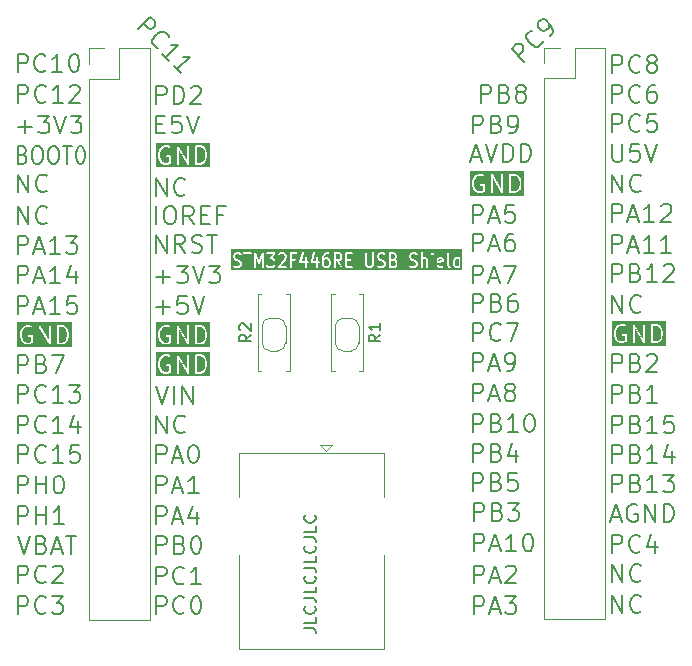
<source format=gbr>
%TF.GenerationSoftware,KiCad,Pcbnew,7.0.9*%
%TF.CreationDate,2024-03-22T11:46:37+01:00*%
%TF.ProjectId,Nucleo_USB_shield,4e75636c-656f-45f5-9553-425f73686965,rev?*%
%TF.SameCoordinates,Original*%
%TF.FileFunction,Legend,Top*%
%TF.FilePolarity,Positive*%
%FSLAX46Y46*%
G04 Gerber Fmt 4.6, Leading zero omitted, Abs format (unit mm)*
G04 Created by KiCad (PCBNEW 7.0.9) date 2024-03-22 11:46:37*
%MOMM*%
%LPD*%
G01*
G04 APERTURE LIST*
%ADD10C,0.160000*%
%ADD11C,0.120000*%
G04 APERTURE END LIST*
D10*
X131369299Y-104619048D02*
X132083584Y-104619048D01*
X132083584Y-104619048D02*
X132226441Y-104666667D01*
X132226441Y-104666667D02*
X132321680Y-104761905D01*
X132321680Y-104761905D02*
X132369299Y-104904762D01*
X132369299Y-104904762D02*
X132369299Y-105000000D01*
X132369299Y-103666667D02*
X132369299Y-104142857D01*
X132369299Y-104142857D02*
X131369299Y-104142857D01*
X132274060Y-102761905D02*
X132321680Y-102809524D01*
X132321680Y-102809524D02*
X132369299Y-102952381D01*
X132369299Y-102952381D02*
X132369299Y-103047619D01*
X132369299Y-103047619D02*
X132321680Y-103190476D01*
X132321680Y-103190476D02*
X132226441Y-103285714D01*
X132226441Y-103285714D02*
X132131203Y-103333333D01*
X132131203Y-103333333D02*
X131940727Y-103380952D01*
X131940727Y-103380952D02*
X131797870Y-103380952D01*
X131797870Y-103380952D02*
X131607394Y-103333333D01*
X131607394Y-103333333D02*
X131512156Y-103285714D01*
X131512156Y-103285714D02*
X131416918Y-103190476D01*
X131416918Y-103190476D02*
X131369299Y-103047619D01*
X131369299Y-103047619D02*
X131369299Y-102952381D01*
X131369299Y-102952381D02*
X131416918Y-102809524D01*
X131416918Y-102809524D02*
X131464537Y-102761905D01*
X131369299Y-102047619D02*
X132083584Y-102047619D01*
X132083584Y-102047619D02*
X132226441Y-102095238D01*
X132226441Y-102095238D02*
X132321680Y-102190476D01*
X132321680Y-102190476D02*
X132369299Y-102333333D01*
X132369299Y-102333333D02*
X132369299Y-102428571D01*
X132369299Y-101095238D02*
X132369299Y-101571428D01*
X132369299Y-101571428D02*
X131369299Y-101571428D01*
X132274060Y-100190476D02*
X132321680Y-100238095D01*
X132321680Y-100238095D02*
X132369299Y-100380952D01*
X132369299Y-100380952D02*
X132369299Y-100476190D01*
X132369299Y-100476190D02*
X132321680Y-100619047D01*
X132321680Y-100619047D02*
X132226441Y-100714285D01*
X132226441Y-100714285D02*
X132131203Y-100761904D01*
X132131203Y-100761904D02*
X131940727Y-100809523D01*
X131940727Y-100809523D02*
X131797870Y-100809523D01*
X131797870Y-100809523D02*
X131607394Y-100761904D01*
X131607394Y-100761904D02*
X131512156Y-100714285D01*
X131512156Y-100714285D02*
X131416918Y-100619047D01*
X131416918Y-100619047D02*
X131369299Y-100476190D01*
X131369299Y-100476190D02*
X131369299Y-100380952D01*
X131369299Y-100380952D02*
X131416918Y-100238095D01*
X131416918Y-100238095D02*
X131464537Y-100190476D01*
X131369299Y-99476190D02*
X132083584Y-99476190D01*
X132083584Y-99476190D02*
X132226441Y-99523809D01*
X132226441Y-99523809D02*
X132321680Y-99619047D01*
X132321680Y-99619047D02*
X132369299Y-99761904D01*
X132369299Y-99761904D02*
X132369299Y-99857142D01*
X132369299Y-98523809D02*
X132369299Y-98999999D01*
X132369299Y-98999999D02*
X131369299Y-98999999D01*
X132274060Y-97619047D02*
X132321680Y-97666666D01*
X132321680Y-97666666D02*
X132369299Y-97809523D01*
X132369299Y-97809523D02*
X132369299Y-97904761D01*
X132369299Y-97904761D02*
X132321680Y-98047618D01*
X132321680Y-98047618D02*
X132226441Y-98142856D01*
X132226441Y-98142856D02*
X132131203Y-98190475D01*
X132131203Y-98190475D02*
X131940727Y-98238094D01*
X131940727Y-98238094D02*
X131797870Y-98238094D01*
X131797870Y-98238094D02*
X131607394Y-98190475D01*
X131607394Y-98190475D02*
X131512156Y-98142856D01*
X131512156Y-98142856D02*
X131416918Y-98047618D01*
X131416918Y-98047618D02*
X131369299Y-97904761D01*
X131369299Y-97904761D02*
X131369299Y-97809523D01*
X131369299Y-97809523D02*
X131416918Y-97666666D01*
X131416918Y-97666666D02*
X131464537Y-97619047D01*
X131369299Y-96904761D02*
X132083584Y-96904761D01*
X132083584Y-96904761D02*
X132226441Y-96952380D01*
X132226441Y-96952380D02*
X132321680Y-97047618D01*
X132321680Y-97047618D02*
X132369299Y-97190475D01*
X132369299Y-97190475D02*
X132369299Y-97285713D01*
X132369299Y-95952380D02*
X132369299Y-96428570D01*
X132369299Y-96428570D02*
X131369299Y-96428570D01*
X132274060Y-95047618D02*
X132321680Y-95095237D01*
X132321680Y-95095237D02*
X132369299Y-95238094D01*
X132369299Y-95238094D02*
X132369299Y-95333332D01*
X132369299Y-95333332D02*
X132321680Y-95476189D01*
X132321680Y-95476189D02*
X132226441Y-95571427D01*
X132226441Y-95571427D02*
X132131203Y-95619046D01*
X132131203Y-95619046D02*
X131940727Y-95666665D01*
X131940727Y-95666665D02*
X131797870Y-95666665D01*
X131797870Y-95666665D02*
X131607394Y-95619046D01*
X131607394Y-95619046D02*
X131512156Y-95571427D01*
X131512156Y-95571427D02*
X131416918Y-95476189D01*
X131416918Y-95476189D02*
X131369299Y-95333332D01*
X131369299Y-95333332D02*
X131369299Y-95238094D01*
X131369299Y-95238094D02*
X131416918Y-95095237D01*
X131416918Y-95095237D02*
X131464537Y-95047618D01*
X145662405Y-77808108D02*
X145662405Y-76308108D01*
X145662405Y-76308108D02*
X146233834Y-76308108D01*
X146233834Y-76308108D02*
X146376691Y-76379537D01*
X146376691Y-76379537D02*
X146448120Y-76450965D01*
X146448120Y-76450965D02*
X146519548Y-76593822D01*
X146519548Y-76593822D02*
X146519548Y-76808108D01*
X146519548Y-76808108D02*
X146448120Y-76950965D01*
X146448120Y-76950965D02*
X146376691Y-77022394D01*
X146376691Y-77022394D02*
X146233834Y-77093822D01*
X146233834Y-77093822D02*
X145662405Y-77093822D01*
X147662405Y-77022394D02*
X147876691Y-77093822D01*
X147876691Y-77093822D02*
X147948120Y-77165251D01*
X147948120Y-77165251D02*
X148019548Y-77308108D01*
X148019548Y-77308108D02*
X148019548Y-77522394D01*
X148019548Y-77522394D02*
X147948120Y-77665251D01*
X147948120Y-77665251D02*
X147876691Y-77736680D01*
X147876691Y-77736680D02*
X147733834Y-77808108D01*
X147733834Y-77808108D02*
X147162405Y-77808108D01*
X147162405Y-77808108D02*
X147162405Y-76308108D01*
X147162405Y-76308108D02*
X147662405Y-76308108D01*
X147662405Y-76308108D02*
X147805263Y-76379537D01*
X147805263Y-76379537D02*
X147876691Y-76450965D01*
X147876691Y-76450965D02*
X147948120Y-76593822D01*
X147948120Y-76593822D02*
X147948120Y-76736680D01*
X147948120Y-76736680D02*
X147876691Y-76879537D01*
X147876691Y-76879537D02*
X147805263Y-76950965D01*
X147805263Y-76950965D02*
X147662405Y-77022394D01*
X147662405Y-77022394D02*
X147162405Y-77022394D01*
X149305263Y-76308108D02*
X149019548Y-76308108D01*
X149019548Y-76308108D02*
X148876691Y-76379537D01*
X148876691Y-76379537D02*
X148805263Y-76450965D01*
X148805263Y-76450965D02*
X148662405Y-76665251D01*
X148662405Y-76665251D02*
X148590977Y-76950965D01*
X148590977Y-76950965D02*
X148590977Y-77522394D01*
X148590977Y-77522394D02*
X148662405Y-77665251D01*
X148662405Y-77665251D02*
X148733834Y-77736680D01*
X148733834Y-77736680D02*
X148876691Y-77808108D01*
X148876691Y-77808108D02*
X149162405Y-77808108D01*
X149162405Y-77808108D02*
X149305263Y-77736680D01*
X149305263Y-77736680D02*
X149376691Y-77665251D01*
X149376691Y-77665251D02*
X149448120Y-77522394D01*
X149448120Y-77522394D02*
X149448120Y-77165251D01*
X149448120Y-77165251D02*
X149376691Y-77022394D01*
X149376691Y-77022394D02*
X149305263Y-76950965D01*
X149305263Y-76950965D02*
X149162405Y-76879537D01*
X149162405Y-76879537D02*
X148876691Y-76879537D01*
X148876691Y-76879537D02*
X148733834Y-76950965D01*
X148733834Y-76950965D02*
X148662405Y-77022394D01*
X148662405Y-77022394D02*
X148590977Y-77165251D01*
X145662405Y-80308108D02*
X145662405Y-78808108D01*
X145662405Y-78808108D02*
X146233834Y-78808108D01*
X146233834Y-78808108D02*
X146376691Y-78879537D01*
X146376691Y-78879537D02*
X146448120Y-78950965D01*
X146448120Y-78950965D02*
X146519548Y-79093822D01*
X146519548Y-79093822D02*
X146519548Y-79308108D01*
X146519548Y-79308108D02*
X146448120Y-79450965D01*
X146448120Y-79450965D02*
X146376691Y-79522394D01*
X146376691Y-79522394D02*
X146233834Y-79593822D01*
X146233834Y-79593822D02*
X145662405Y-79593822D01*
X148019548Y-80165251D02*
X147948120Y-80236680D01*
X147948120Y-80236680D02*
X147733834Y-80308108D01*
X147733834Y-80308108D02*
X147590977Y-80308108D01*
X147590977Y-80308108D02*
X147376691Y-80236680D01*
X147376691Y-80236680D02*
X147233834Y-80093822D01*
X147233834Y-80093822D02*
X147162405Y-79950965D01*
X147162405Y-79950965D02*
X147090977Y-79665251D01*
X147090977Y-79665251D02*
X147090977Y-79450965D01*
X147090977Y-79450965D02*
X147162405Y-79165251D01*
X147162405Y-79165251D02*
X147233834Y-79022394D01*
X147233834Y-79022394D02*
X147376691Y-78879537D01*
X147376691Y-78879537D02*
X147590977Y-78808108D01*
X147590977Y-78808108D02*
X147733834Y-78808108D01*
X147733834Y-78808108D02*
X147948120Y-78879537D01*
X147948120Y-78879537D02*
X148019548Y-78950965D01*
X148519548Y-78808108D02*
X149519548Y-78808108D01*
X149519548Y-78808108D02*
X148876691Y-80308108D01*
G36*
X133375789Y-73420735D02*
G01*
X133406993Y-73458179D01*
X133443809Y-73546536D01*
X133443809Y-73800251D01*
X133406993Y-73888608D01*
X133375789Y-73926053D01*
X133311174Y-73964822D01*
X133165016Y-73964822D01*
X133100400Y-73926053D01*
X133069195Y-73888607D01*
X133032381Y-73800251D01*
X133032381Y-73546536D01*
X133069195Y-73458180D01*
X133100401Y-73420733D01*
X133165015Y-73381965D01*
X133311174Y-73381965D01*
X133375789Y-73420735D01*
G37*
G36*
X139046735Y-73540155D02*
G01*
X139073660Y-73572465D01*
X139110476Y-73660822D01*
X139110476Y-73800251D01*
X139073660Y-73888608D01*
X139042456Y-73926053D01*
X138977841Y-73964822D01*
X138699048Y-73964822D01*
X138699048Y-73496251D01*
X138936975Y-73496251D01*
X139046735Y-73540155D01*
G37*
G36*
X138994837Y-72963592D02*
G01*
X139026041Y-73001036D01*
X139062857Y-73089393D01*
X139062857Y-73171679D01*
X139026041Y-73260036D01*
X138994837Y-73297480D01*
X138930222Y-73336251D01*
X138699048Y-73336251D01*
X138699048Y-72924822D01*
X138930222Y-72924822D01*
X138994837Y-72963592D01*
G37*
G36*
X143031513Y-73357026D02*
G01*
X143062857Y-73432250D01*
X143062857Y-73467465D01*
X142746667Y-73543350D01*
X142746667Y-73432250D01*
X142778010Y-73357025D01*
X142831682Y-73324822D01*
X142977841Y-73324822D01*
X143031513Y-73357026D01*
G37*
G36*
X144443810Y-73347260D02*
G01*
X144443810Y-73942384D01*
X144406413Y-73964822D01*
X144260255Y-73964822D01*
X144195639Y-73926053D01*
X144164434Y-73888607D01*
X144127620Y-73800251D01*
X144127620Y-73489393D01*
X144164434Y-73401037D01*
X144195640Y-73363590D01*
X144260254Y-73324822D01*
X144406413Y-73324822D01*
X144443810Y-73347260D01*
G37*
G36*
X134375789Y-72963592D02*
G01*
X134406993Y-73001036D01*
X134443809Y-73089393D01*
X134443809Y-73228822D01*
X134406993Y-73317179D01*
X134375789Y-73354623D01*
X134311174Y-73393394D01*
X134032381Y-73393394D01*
X134032381Y-72924822D01*
X134311174Y-72924822D01*
X134375789Y-72963592D01*
G37*
G36*
X144775239Y-74296251D02*
G01*
X125177142Y-74296251D01*
X125177142Y-73187680D01*
X125348571Y-73187680D01*
X125349231Y-73189494D01*
X125348655Y-73191336D01*
X125354725Y-73218449D01*
X125402344Y-73332735D01*
X125404136Y-73334683D01*
X125414732Y-73353180D01*
X125462351Y-73410322D01*
X125463181Y-73410805D01*
X125482649Y-73427707D01*
X125577887Y-73484851D01*
X125581488Y-73485548D01*
X125596059Y-73492877D01*
X125776947Y-73547143D01*
X125851979Y-73592164D01*
X125883183Y-73629608D01*
X125919999Y-73717965D01*
X125919999Y-73800251D01*
X125883183Y-73888608D01*
X125851979Y-73926053D01*
X125787364Y-73964822D01*
X125586834Y-73964822D01*
X125458282Y-73913402D01*
X125403586Y-73911681D01*
X125360580Y-73945522D01*
X125349389Y-73999089D01*
X125375247Y-74047317D01*
X125398860Y-74061958D01*
X125541717Y-74119100D01*
X125543046Y-74119141D01*
X125544066Y-74119997D01*
X125571428Y-74124822D01*
X125809523Y-74124822D01*
X125816941Y-74122122D01*
X125824737Y-74123362D01*
X125850682Y-74113422D01*
X125945920Y-74056280D01*
X125946526Y-74055532D01*
X125966219Y-74038895D01*
X126013838Y-73981752D01*
X126014735Y-73979260D01*
X126026226Y-73961306D01*
X126073845Y-73847020D01*
X126073933Y-73845091D01*
X126075174Y-73843613D01*
X126079999Y-73816251D01*
X126079999Y-73701965D01*
X126079338Y-73700150D01*
X126079915Y-73698309D01*
X126073845Y-73671196D01*
X126026226Y-73556911D01*
X126024434Y-73554964D01*
X126013838Y-73536465D01*
X125966219Y-73479322D01*
X125965384Y-73478836D01*
X125945921Y-73461938D01*
X125850683Y-73404795D01*
X125847085Y-73404097D01*
X125832511Y-73396768D01*
X125651622Y-73342501D01*
X125576591Y-73297482D01*
X125545385Y-73260035D01*
X125508571Y-73171680D01*
X125508571Y-73089393D01*
X125545385Y-73001037D01*
X125576591Y-72963590D01*
X125641205Y-72924822D01*
X125841736Y-72924822D01*
X125970288Y-72976243D01*
X126024984Y-72977964D01*
X126067990Y-72944124D01*
X126079182Y-72890557D01*
X126053324Y-72842329D01*
X126034941Y-72830930D01*
X126206929Y-72830930D01*
X126216432Y-72884822D01*
X126258352Y-72919997D01*
X126285714Y-72924822D01*
X126491428Y-72924822D01*
X126491428Y-74044822D01*
X126510144Y-74096245D01*
X126557536Y-74123607D01*
X126611428Y-74114104D01*
X126646603Y-74072184D01*
X126651428Y-74044822D01*
X127110476Y-74044822D01*
X127129192Y-74096245D01*
X127176584Y-74123607D01*
X127230476Y-74114104D01*
X127265651Y-74072184D01*
X127270476Y-74044822D01*
X127270476Y-73271258D01*
X127449249Y-73730961D01*
X127466206Y-73750297D01*
X127482306Y-73770358D01*
X127484114Y-73770717D01*
X127485330Y-73772104D01*
X127510756Y-73776017D01*
X127535978Y-73781034D01*
X127537593Y-73780147D01*
X127539417Y-73780428D01*
X127561419Y-73767076D01*
X127583955Y-73754713D01*
X127585214Y-73752636D01*
X127586200Y-73752039D01*
X127586989Y-73749711D01*
X127598369Y-73730961D01*
X127777142Y-73271259D01*
X127777142Y-74044822D01*
X127795858Y-74096245D01*
X127843250Y-74123607D01*
X127897142Y-74114104D01*
X127932317Y-74072184D01*
X127937142Y-74044822D01*
X127937142Y-72844822D01*
X127932607Y-72832363D01*
X127932638Y-72830930D01*
X128159310Y-72830930D01*
X128168813Y-72884822D01*
X128210733Y-72919997D01*
X128238095Y-72924822D01*
X128699800Y-72924822D01*
X128459168Y-73254831D01*
X128454122Y-73272314D01*
X128445024Y-73288073D01*
X128446749Y-73297859D01*
X128443994Y-73307408D01*
X128451367Y-73324045D01*
X128454527Y-73341965D01*
X128462139Y-73348352D01*
X128466166Y-73357439D01*
X128482508Y-73365444D01*
X128496447Y-73377140D01*
X128511974Y-73379878D01*
X128515310Y-73381512D01*
X128517777Y-73380901D01*
X128523809Y-73381965D01*
X128644507Y-73381965D01*
X128709122Y-73420735D01*
X128740326Y-73458179D01*
X128777142Y-73546536D01*
X128777142Y-73800251D01*
X128740326Y-73888608D01*
X128709122Y-73926053D01*
X128644507Y-73964822D01*
X128403111Y-73964822D01*
X128338495Y-73926053D01*
X128299553Y-73879322D01*
X128252255Y-73851800D01*
X128198330Y-73861119D01*
X128163013Y-73902920D01*
X128162827Y-73957643D01*
X128176637Y-73981752D01*
X128224256Y-74038894D01*
X128225083Y-74039375D01*
X128244555Y-74056280D01*
X128339793Y-74113422D01*
X128347543Y-74114923D01*
X128353590Y-74119997D01*
X128380952Y-74124822D01*
X128666666Y-74124822D01*
X128674084Y-74122122D01*
X128681880Y-74123362D01*
X128707825Y-74113422D01*
X128803063Y-74056280D01*
X128803669Y-74055532D01*
X128816026Y-74045093D01*
X129110476Y-74045093D01*
X129117607Y-74064480D01*
X129121194Y-74084822D01*
X129126827Y-74089549D01*
X129129367Y-74096453D01*
X129147291Y-74106720D01*
X129163114Y-74119997D01*
X129173740Y-74121870D01*
X129176852Y-74123653D01*
X129180315Y-74123030D01*
X129190476Y-74124822D01*
X129809523Y-74124822D01*
X129860946Y-74106106D01*
X129888308Y-74058714D01*
X129885858Y-74044822D01*
X130158095Y-74044822D01*
X130176811Y-74096245D01*
X130224203Y-74123607D01*
X130278095Y-74114104D01*
X130313270Y-74072184D01*
X130318095Y-74044822D01*
X130318095Y-73630930D01*
X130968834Y-73630930D01*
X130972956Y-73654307D01*
X130974808Y-73677967D01*
X130977636Y-73680847D01*
X130978337Y-73684822D01*
X130996513Y-73700073D01*
X131013147Y-73717015D01*
X131017166Y-73717403D01*
X131020257Y-73719997D01*
X131047619Y-73724822D01*
X131443809Y-73724822D01*
X131443809Y-74044822D01*
X131462525Y-74096245D01*
X131509917Y-74123607D01*
X131563809Y-74114104D01*
X131598984Y-74072184D01*
X131603809Y-74044822D01*
X131603809Y-73724822D01*
X131666666Y-73724822D01*
X131718089Y-73706106D01*
X131745451Y-73658714D01*
X131740552Y-73630930D01*
X131921215Y-73630930D01*
X131925337Y-73654307D01*
X131927189Y-73677967D01*
X131930017Y-73680847D01*
X131930718Y-73684822D01*
X131948894Y-73700073D01*
X131965528Y-73717015D01*
X131969547Y-73717403D01*
X131972638Y-73719997D01*
X132000000Y-73724822D01*
X132396190Y-73724822D01*
X132396190Y-74044822D01*
X132414906Y-74096245D01*
X132462298Y-74123607D01*
X132516190Y-74114104D01*
X132551365Y-74072184D01*
X132556190Y-74044822D01*
X132556190Y-73816251D01*
X132872381Y-73816251D01*
X132873041Y-73818065D01*
X132872465Y-73819907D01*
X132878535Y-73847020D01*
X132926154Y-73961306D01*
X132927945Y-73963252D01*
X132938542Y-73981752D01*
X132986161Y-74038894D01*
X132986988Y-74039375D01*
X133006460Y-74056280D01*
X133101698Y-74113422D01*
X133109448Y-74114923D01*
X133115495Y-74119997D01*
X133142857Y-74124822D01*
X133333333Y-74124822D01*
X133340751Y-74122122D01*
X133348547Y-74123362D01*
X133374492Y-74113422D01*
X133469730Y-74056280D01*
X133470336Y-74055532D01*
X133483013Y-74044822D01*
X133872381Y-74044822D01*
X133891097Y-74096245D01*
X133938489Y-74123607D01*
X133992381Y-74114104D01*
X134027556Y-74072184D01*
X134032381Y-74044822D01*
X134032381Y-73553394D01*
X134144527Y-73553394D01*
X134454707Y-74085131D01*
X134496784Y-74120119D01*
X134551507Y-74119874D01*
X134593269Y-74084511D01*
X134600084Y-74044822D01*
X134872381Y-74044822D01*
X134879489Y-74064353D01*
X134883099Y-74084822D01*
X134888628Y-74089461D01*
X134891097Y-74096245D01*
X134909098Y-74106638D01*
X134925019Y-74119997D01*
X134935410Y-74121829D01*
X134938489Y-74123607D01*
X134941989Y-74122989D01*
X134952381Y-74124822D01*
X135428571Y-74124822D01*
X135479994Y-74106106D01*
X135507356Y-74058714D01*
X135497853Y-74004822D01*
X135455933Y-73969647D01*
X135428571Y-73964822D01*
X135032381Y-73964822D01*
X135032381Y-73816251D01*
X136539048Y-73816251D01*
X136539708Y-73818065D01*
X136539132Y-73819907D01*
X136545202Y-73847020D01*
X136592821Y-73961306D01*
X136594612Y-73963252D01*
X136605209Y-73981752D01*
X136652828Y-74038894D01*
X136653655Y-74039375D01*
X136673127Y-74056280D01*
X136768365Y-74113422D01*
X136776115Y-74114923D01*
X136782162Y-74119997D01*
X136809524Y-74124822D01*
X137000000Y-74124822D01*
X137007418Y-74122122D01*
X137015214Y-74123362D01*
X137041159Y-74113422D01*
X137136397Y-74056280D01*
X137137003Y-74055532D01*
X137156696Y-74038895D01*
X137204315Y-73981752D01*
X137205212Y-73979260D01*
X137216703Y-73961306D01*
X137264322Y-73847020D01*
X137264410Y-73845091D01*
X137265651Y-73843613D01*
X137270476Y-73816251D01*
X137270476Y-73187680D01*
X137539048Y-73187680D01*
X137539708Y-73189494D01*
X137539132Y-73191336D01*
X137545202Y-73218449D01*
X137592821Y-73332735D01*
X137594613Y-73334683D01*
X137605209Y-73353180D01*
X137652828Y-73410322D01*
X137653658Y-73410805D01*
X137673126Y-73427707D01*
X137768364Y-73484851D01*
X137771965Y-73485548D01*
X137786536Y-73492877D01*
X137967424Y-73547143D01*
X138042456Y-73592164D01*
X138073660Y-73629608D01*
X138110476Y-73717965D01*
X138110476Y-73800251D01*
X138073660Y-73888608D01*
X138042456Y-73926053D01*
X137977841Y-73964822D01*
X137777311Y-73964822D01*
X137648759Y-73913402D01*
X137594063Y-73911681D01*
X137551057Y-73945522D01*
X137539866Y-73999089D01*
X137565724Y-74047317D01*
X137589337Y-74061958D01*
X137732194Y-74119100D01*
X137733523Y-74119141D01*
X137734543Y-74119997D01*
X137761905Y-74124822D01*
X138000000Y-74124822D01*
X138007418Y-74122122D01*
X138015214Y-74123362D01*
X138041159Y-74113422D01*
X138136397Y-74056280D01*
X138137003Y-74055532D01*
X138149680Y-74044822D01*
X138539048Y-74044822D01*
X138546156Y-74064353D01*
X138549766Y-74084822D01*
X138555295Y-74089461D01*
X138557764Y-74096245D01*
X138575765Y-74106638D01*
X138591686Y-74119997D01*
X138602077Y-74121829D01*
X138605156Y-74123607D01*
X138608656Y-74122989D01*
X138619048Y-74124822D01*
X139000000Y-74124822D01*
X139007418Y-74122122D01*
X139015214Y-74123362D01*
X139041159Y-74113422D01*
X139136397Y-74056280D01*
X139137003Y-74055532D01*
X139156696Y-74038895D01*
X139204315Y-73981752D01*
X139205212Y-73979260D01*
X139216703Y-73961306D01*
X139264322Y-73847020D01*
X139264410Y-73845091D01*
X139265651Y-73843613D01*
X139270476Y-73816251D01*
X139270476Y-73644822D01*
X139269815Y-73643007D01*
X139270392Y-73641166D01*
X139264322Y-73614053D01*
X139216703Y-73499768D01*
X139214911Y-73497821D01*
X139204315Y-73479322D01*
X139156696Y-73422179D01*
X139151437Y-73419119D01*
X139148563Y-73413758D01*
X139124950Y-73399116D01*
X139120049Y-73397155D01*
X139156696Y-73353180D01*
X139157594Y-73350685D01*
X139169084Y-73332734D01*
X139216703Y-73218449D01*
X139216791Y-73216520D01*
X139218032Y-73215042D01*
X139222857Y-73187680D01*
X140253334Y-73187680D01*
X140253994Y-73189494D01*
X140253418Y-73191336D01*
X140259488Y-73218449D01*
X140307107Y-73332735D01*
X140308899Y-73334683D01*
X140319495Y-73353180D01*
X140367114Y-73410322D01*
X140367944Y-73410805D01*
X140387412Y-73427707D01*
X140482650Y-73484851D01*
X140486251Y-73485548D01*
X140500822Y-73492877D01*
X140681710Y-73547143D01*
X140756742Y-73592164D01*
X140787946Y-73629608D01*
X140824762Y-73717965D01*
X140824762Y-73800251D01*
X140787946Y-73888608D01*
X140756742Y-73926053D01*
X140692127Y-73964822D01*
X140491597Y-73964822D01*
X140363045Y-73913402D01*
X140308349Y-73911681D01*
X140265343Y-73945522D01*
X140254152Y-73999089D01*
X140280010Y-74047317D01*
X140303623Y-74061958D01*
X140446480Y-74119100D01*
X140447809Y-74119141D01*
X140448829Y-74119997D01*
X140476191Y-74124822D01*
X140714286Y-74124822D01*
X140721704Y-74122122D01*
X140729500Y-74123362D01*
X140755445Y-74113422D01*
X140850683Y-74056280D01*
X140851289Y-74055532D01*
X140863966Y-74044822D01*
X141253334Y-74044822D01*
X141272050Y-74096245D01*
X141319442Y-74123607D01*
X141373334Y-74114104D01*
X141408509Y-74072184D01*
X141413334Y-74044822D01*
X141413334Y-73388072D01*
X141433735Y-73363590D01*
X141498349Y-73324822D01*
X141596889Y-73324822D01*
X141650561Y-73357026D01*
X141681905Y-73432250D01*
X141681905Y-74044822D01*
X141700621Y-74096245D01*
X141748013Y-74123607D01*
X141801905Y-74114104D01*
X141837080Y-74072184D01*
X141841905Y-74044822D01*
X142158096Y-74044822D01*
X142176812Y-74096245D01*
X142224204Y-74123607D01*
X142278096Y-74114104D01*
X142313271Y-74072184D01*
X142318096Y-74044822D01*
X142318096Y-73873394D01*
X142586667Y-73873394D01*
X142587327Y-73875208D01*
X142586751Y-73877050D01*
X142592821Y-73904163D01*
X142640440Y-74018449D01*
X142648340Y-74027034D01*
X142652146Y-74038065D01*
X142673127Y-74056280D01*
X142768365Y-74113422D01*
X142776115Y-74114923D01*
X142782162Y-74119997D01*
X142809524Y-74124822D01*
X143000000Y-74124822D01*
X143007418Y-74122122D01*
X143015214Y-74123362D01*
X143041159Y-74113422D01*
X143136397Y-74056280D01*
X143170863Y-74013774D01*
X143169943Y-73959058D01*
X143134067Y-73917735D01*
X143080024Y-73909140D01*
X143054079Y-73919080D01*
X142977841Y-73964822D01*
X142831683Y-73964822D01*
X142778010Y-73932619D01*
X142753334Y-73873394D01*
X143491429Y-73873394D01*
X143492089Y-73875208D01*
X143491513Y-73877050D01*
X143497583Y-73904163D01*
X143545202Y-74018449D01*
X143553102Y-74027034D01*
X143556908Y-74038065D01*
X143577889Y-74056280D01*
X143673127Y-74113422D01*
X143726851Y-74123829D01*
X143774696Y-74097268D01*
X143794274Y-74046167D01*
X143776425Y-73994437D01*
X143755445Y-73976222D01*
X143682772Y-73932619D01*
X143651429Y-73857394D01*
X143651429Y-73816251D01*
X143967620Y-73816251D01*
X143968280Y-73818065D01*
X143967704Y-73819907D01*
X143973774Y-73847020D01*
X144021393Y-73961306D01*
X144023184Y-73963252D01*
X144033781Y-73981752D01*
X144081400Y-74038894D01*
X144082227Y-74039375D01*
X144101699Y-74056280D01*
X144196937Y-74113422D01*
X144204687Y-74114923D01*
X144210734Y-74119997D01*
X144238096Y-74124822D01*
X144428572Y-74124822D01*
X144435990Y-74122122D01*
X144443786Y-74123362D01*
X144469731Y-74113422D01*
X144480787Y-74106788D01*
X144509918Y-74123607D01*
X144563810Y-74114104D01*
X144598985Y-74072184D01*
X144603810Y-74044822D01*
X144603810Y-72844822D01*
X144585094Y-72793399D01*
X144537702Y-72766037D01*
X144483810Y-72775540D01*
X144448635Y-72817460D01*
X144443810Y-72844822D01*
X144443810Y-73167509D01*
X144428572Y-73164822D01*
X144238096Y-73164822D01*
X144230677Y-73167521D01*
X144222882Y-73166282D01*
X144196936Y-73176222D01*
X144101698Y-73233366D01*
X144101093Y-73234110D01*
X144081400Y-73250751D01*
X144033781Y-73307893D01*
X144032882Y-73310387D01*
X144021393Y-73328339D01*
X143973774Y-73442625D01*
X143973685Y-73444553D01*
X143972445Y-73446032D01*
X143967620Y-73473394D01*
X143967620Y-73816251D01*
X143651429Y-73816251D01*
X143651429Y-72844822D01*
X143632713Y-72793399D01*
X143585321Y-72766037D01*
X143531429Y-72775540D01*
X143496254Y-72817460D01*
X143491429Y-72844822D01*
X143491429Y-73873394D01*
X142753334Y-73873394D01*
X142746667Y-73857394D01*
X142746667Y-73707893D01*
X143161527Y-73608328D01*
X143171307Y-73601855D01*
X143182857Y-73599819D01*
X143193435Y-73587211D01*
X143207162Y-73578128D01*
X143210493Y-73566882D01*
X143218032Y-73557899D01*
X143222857Y-73530537D01*
X143222857Y-73416251D01*
X143222196Y-73414436D01*
X143222773Y-73412595D01*
X143216703Y-73385482D01*
X143169084Y-73271196D01*
X143161183Y-73262609D01*
X143157378Y-73251581D01*
X143136398Y-73233366D01*
X143041160Y-73176223D01*
X143033409Y-73174721D01*
X143027362Y-73169647D01*
X143000000Y-73164822D01*
X142809524Y-73164822D01*
X142802105Y-73167521D01*
X142794310Y-73166282D01*
X142768364Y-73176222D01*
X142673126Y-73233366D01*
X142665777Y-73242428D01*
X142655418Y-73247794D01*
X142640440Y-73271196D01*
X142592821Y-73385482D01*
X142592732Y-73387410D01*
X142591492Y-73388889D01*
X142586667Y-73416251D01*
X142586667Y-73873394D01*
X142318096Y-73873394D01*
X142318096Y-73244822D01*
X142299380Y-73193399D01*
X142251988Y-73166037D01*
X142198096Y-73175540D01*
X142162921Y-73217460D01*
X142158096Y-73244822D01*
X142158096Y-74044822D01*
X141841905Y-74044822D01*
X141841905Y-73416251D01*
X141841244Y-73414436D01*
X141841821Y-73412595D01*
X141835751Y-73385482D01*
X141788132Y-73271196D01*
X141780231Y-73262609D01*
X141776426Y-73251581D01*
X141755446Y-73233366D01*
X141660208Y-73176223D01*
X141652457Y-73174721D01*
X141646410Y-73169647D01*
X141619048Y-73164822D01*
X141476191Y-73164822D01*
X141468772Y-73167521D01*
X141460977Y-73166282D01*
X141435031Y-73176222D01*
X141413334Y-73189240D01*
X141413334Y-72902236D01*
X142110477Y-72902236D01*
X142115256Y-72915229D01*
X142115209Y-72929071D01*
X142129019Y-72953180D01*
X142176638Y-73010322D01*
X142176762Y-73010394D01*
X142176812Y-73010531D01*
X142176937Y-73010603D01*
X142176987Y-73010739D01*
X142200510Y-73024213D01*
X142223936Y-73037845D01*
X142224078Y-73037820D01*
X142224204Y-73037893D01*
X142224347Y-73037867D01*
X142224472Y-73037939D01*
X142251105Y-73033149D01*
X142277860Y-73028526D01*
X142277953Y-73028415D01*
X142278096Y-73028390D01*
X142278188Y-73028279D01*
X142278330Y-73028254D01*
X142299554Y-73010323D01*
X142347173Y-72953180D01*
X142351864Y-72940153D01*
X142360797Y-72929581D01*
X142360845Y-72915214D01*
X142365715Y-72901694D01*
X142360935Y-72888700D01*
X142360983Y-72874859D01*
X142347173Y-72850750D01*
X142299554Y-72793607D01*
X142299429Y-72793534D01*
X142299380Y-72793399D01*
X142299254Y-72793326D01*
X142299205Y-72793191D01*
X142275736Y-72779747D01*
X142252256Y-72766085D01*
X142252113Y-72766109D01*
X142251988Y-72766037D01*
X142251844Y-72766062D01*
X142251720Y-72765991D01*
X142225086Y-72770780D01*
X142198331Y-72775404D01*
X142198237Y-72775515D01*
X142198096Y-72775540D01*
X142198003Y-72775650D01*
X142197861Y-72775676D01*
X142176638Y-72793608D01*
X142129019Y-72850750D01*
X142124328Y-72863774D01*
X142115395Y-72874348D01*
X142115346Y-72888715D01*
X142110477Y-72902236D01*
X141413334Y-72902236D01*
X141413334Y-72844822D01*
X141394618Y-72793399D01*
X141347226Y-72766037D01*
X141293334Y-72775540D01*
X141258159Y-72817460D01*
X141253334Y-72844822D01*
X141253334Y-74044822D01*
X140863966Y-74044822D01*
X140870982Y-74038895D01*
X140918601Y-73981752D01*
X140919498Y-73979260D01*
X140930989Y-73961306D01*
X140978608Y-73847020D01*
X140978696Y-73845091D01*
X140979937Y-73843613D01*
X140984762Y-73816251D01*
X140984762Y-73701965D01*
X140984101Y-73700150D01*
X140984678Y-73698309D01*
X140978608Y-73671196D01*
X140930989Y-73556911D01*
X140929197Y-73554964D01*
X140918601Y-73536465D01*
X140870982Y-73479322D01*
X140870147Y-73478836D01*
X140850684Y-73461938D01*
X140755446Y-73404795D01*
X140751848Y-73404097D01*
X140737274Y-73396768D01*
X140556385Y-73342501D01*
X140481354Y-73297482D01*
X140450148Y-73260035D01*
X140413334Y-73171680D01*
X140413334Y-73089393D01*
X140450148Y-73001037D01*
X140481354Y-72963590D01*
X140545968Y-72924822D01*
X140746499Y-72924822D01*
X140875051Y-72976243D01*
X140929747Y-72977964D01*
X140972753Y-72944124D01*
X140983945Y-72890557D01*
X140958087Y-72842329D01*
X140934474Y-72827687D01*
X140791616Y-72770544D01*
X140790286Y-72770502D01*
X140789267Y-72769647D01*
X140761905Y-72764822D01*
X140523810Y-72764822D01*
X140516391Y-72767521D01*
X140508596Y-72766282D01*
X140482650Y-72776222D01*
X140387412Y-72833366D01*
X140386807Y-72834110D01*
X140367114Y-72850751D01*
X140319495Y-72907893D01*
X140318596Y-72910387D01*
X140307107Y-72928339D01*
X140259488Y-73042625D01*
X140259399Y-73044553D01*
X140258159Y-73046032D01*
X140253334Y-73073394D01*
X140253334Y-73187680D01*
X139222857Y-73187680D01*
X139222857Y-73073394D01*
X139222196Y-73071579D01*
X139222773Y-73069738D01*
X139216703Y-73042625D01*
X139169084Y-72928339D01*
X139167292Y-72926392D01*
X139156696Y-72907893D01*
X139109077Y-72850750D01*
X139108242Y-72850264D01*
X139088779Y-72833366D01*
X138993541Y-72776223D01*
X138985790Y-72774721D01*
X138979743Y-72769647D01*
X138952381Y-72764822D01*
X138619048Y-72764822D01*
X138599516Y-72771930D01*
X138579048Y-72775540D01*
X138574408Y-72781069D01*
X138567625Y-72783538D01*
X138557231Y-72801539D01*
X138543873Y-72817460D01*
X138542040Y-72827851D01*
X138540263Y-72830930D01*
X138540880Y-72834430D01*
X138539048Y-72844822D01*
X138539048Y-74044822D01*
X138149680Y-74044822D01*
X138156696Y-74038895D01*
X138204315Y-73981752D01*
X138205212Y-73979260D01*
X138216703Y-73961306D01*
X138264322Y-73847020D01*
X138264410Y-73845091D01*
X138265651Y-73843613D01*
X138270476Y-73816251D01*
X138270476Y-73701965D01*
X138269815Y-73700150D01*
X138270392Y-73698309D01*
X138264322Y-73671196D01*
X138216703Y-73556911D01*
X138214911Y-73554964D01*
X138204315Y-73536465D01*
X138156696Y-73479322D01*
X138155861Y-73478836D01*
X138136398Y-73461938D01*
X138041160Y-73404795D01*
X138037562Y-73404097D01*
X138022988Y-73396768D01*
X137842099Y-73342501D01*
X137767068Y-73297482D01*
X137735862Y-73260035D01*
X137699048Y-73171680D01*
X137699048Y-73089393D01*
X137735862Y-73001037D01*
X137767068Y-72963590D01*
X137831682Y-72924822D01*
X138032213Y-72924822D01*
X138160765Y-72976243D01*
X138215461Y-72977964D01*
X138258467Y-72944124D01*
X138269659Y-72890557D01*
X138243801Y-72842329D01*
X138220188Y-72827687D01*
X138077330Y-72770544D01*
X138076000Y-72770502D01*
X138074981Y-72769647D01*
X138047619Y-72764822D01*
X137809524Y-72764822D01*
X137802105Y-72767521D01*
X137794310Y-72766282D01*
X137768364Y-72776222D01*
X137673126Y-72833366D01*
X137672521Y-72834110D01*
X137652828Y-72850751D01*
X137605209Y-72907893D01*
X137604310Y-72910387D01*
X137592821Y-72928339D01*
X137545202Y-73042625D01*
X137545113Y-73044553D01*
X137543873Y-73046032D01*
X137539048Y-73073394D01*
X137539048Y-73187680D01*
X137270476Y-73187680D01*
X137270476Y-72844822D01*
X137251760Y-72793399D01*
X137204368Y-72766037D01*
X137150476Y-72775540D01*
X137115301Y-72817460D01*
X137110476Y-72844822D01*
X137110476Y-73800251D01*
X137073660Y-73888608D01*
X137042456Y-73926053D01*
X136977841Y-73964822D01*
X136831683Y-73964822D01*
X136767067Y-73926053D01*
X136735862Y-73888607D01*
X136699048Y-73800251D01*
X136699048Y-72844822D01*
X136680332Y-72793399D01*
X136632940Y-72766037D01*
X136579048Y-72775540D01*
X136543873Y-72817460D01*
X136539048Y-72844822D01*
X136539048Y-73816251D01*
X135032381Y-73816251D01*
X135032381Y-73496251D01*
X135285714Y-73496251D01*
X135337137Y-73477535D01*
X135364499Y-73430143D01*
X135354996Y-73376251D01*
X135313076Y-73341076D01*
X135285714Y-73336251D01*
X135032381Y-73336251D01*
X135032381Y-72924822D01*
X135428571Y-72924822D01*
X135479994Y-72906106D01*
X135507356Y-72858714D01*
X135497853Y-72804822D01*
X135455933Y-72769647D01*
X135428571Y-72764822D01*
X134952381Y-72764822D01*
X134932849Y-72771930D01*
X134912381Y-72775540D01*
X134907741Y-72781069D01*
X134900958Y-72783538D01*
X134890564Y-72801539D01*
X134877206Y-72817460D01*
X134875373Y-72827851D01*
X134873596Y-72830930D01*
X134874213Y-72834430D01*
X134872381Y-72844822D01*
X134872381Y-74044822D01*
X134600084Y-74044822D01*
X134602530Y-74030578D01*
X134592911Y-74004512D01*
X134329759Y-73553394D01*
X134333333Y-73553394D01*
X134340751Y-73550694D01*
X134348548Y-73551934D01*
X134374493Y-73541993D01*
X134469731Y-73484850D01*
X134470336Y-73484102D01*
X134490029Y-73467466D01*
X134537648Y-73410323D01*
X134538545Y-73407831D01*
X134550036Y-73389877D01*
X134597655Y-73275591D01*
X134597743Y-73273662D01*
X134598984Y-73272184D01*
X134603809Y-73244822D01*
X134603809Y-73073394D01*
X134603148Y-73071579D01*
X134603725Y-73069738D01*
X134597655Y-73042625D01*
X134550036Y-72928339D01*
X134548244Y-72926392D01*
X134537648Y-72907893D01*
X134490029Y-72850750D01*
X134489194Y-72850264D01*
X134469731Y-72833366D01*
X134374493Y-72776223D01*
X134366742Y-72774721D01*
X134360695Y-72769647D01*
X134333333Y-72764822D01*
X133952381Y-72764822D01*
X133932849Y-72771930D01*
X133912381Y-72775540D01*
X133907741Y-72781069D01*
X133900958Y-72783538D01*
X133890564Y-72801539D01*
X133877206Y-72817460D01*
X133875373Y-72827851D01*
X133873596Y-72830930D01*
X133874213Y-72834430D01*
X133872381Y-72844822D01*
X133872381Y-74044822D01*
X133483013Y-74044822D01*
X133490029Y-74038895D01*
X133537648Y-73981752D01*
X133538545Y-73979260D01*
X133550036Y-73961306D01*
X133597655Y-73847020D01*
X133597743Y-73845091D01*
X133598984Y-73843613D01*
X133603809Y-73816251D01*
X133603809Y-73530537D01*
X133603148Y-73528722D01*
X133603725Y-73526881D01*
X133597655Y-73499768D01*
X133550036Y-73385482D01*
X133548244Y-73383535D01*
X133537648Y-73365036D01*
X133490029Y-73307893D01*
X133489194Y-73307407D01*
X133469731Y-73290509D01*
X133374493Y-73233366D01*
X133366742Y-73231864D01*
X133360695Y-73226790D01*
X133333333Y-73221965D01*
X133142857Y-73221965D01*
X133135438Y-73224664D01*
X133127643Y-73223425D01*
X133101697Y-73233365D01*
X133054380Y-73261755D01*
X133075838Y-73158757D01*
X133161514Y-73004540D01*
X133195639Y-72963590D01*
X133260253Y-72924822D01*
X133428571Y-72924822D01*
X133479994Y-72906106D01*
X133507356Y-72858714D01*
X133497853Y-72804822D01*
X133455933Y-72769647D01*
X133428571Y-72764822D01*
X133238095Y-72764822D01*
X133230676Y-72767521D01*
X133222881Y-72766282D01*
X133196935Y-72776222D01*
X133101697Y-72833366D01*
X133101092Y-72834110D01*
X133081399Y-72850751D01*
X133033780Y-72907893D01*
X133032537Y-72911344D01*
X133025306Y-72920256D01*
X132930067Y-73091686D01*
X132929659Y-73094244D01*
X132921682Y-73114220D01*
X132874063Y-73342792D01*
X132874601Y-73346515D01*
X132872381Y-73359108D01*
X132872381Y-73816251D01*
X132556190Y-73816251D01*
X132556190Y-73724822D01*
X132619047Y-73724822D01*
X132670470Y-73706106D01*
X132697832Y-73658714D01*
X132688329Y-73604822D01*
X132646409Y-73569647D01*
X132619047Y-73564822D01*
X132556190Y-73564822D01*
X132556190Y-73244822D01*
X132537474Y-73193399D01*
X132490082Y-73166037D01*
X132436190Y-73175540D01*
X132401015Y-73217460D01*
X132396190Y-73244822D01*
X132396190Y-73564822D01*
X132105251Y-73564822D01*
X132315176Y-72809092D01*
X132310906Y-72754536D01*
X132272566Y-72715488D01*
X132218097Y-72710220D01*
X132172986Y-72741196D01*
X132161013Y-72766269D01*
X131922919Y-73623410D01*
X131923233Y-73627433D01*
X131921215Y-73630930D01*
X131740552Y-73630930D01*
X131735948Y-73604822D01*
X131694028Y-73569647D01*
X131666666Y-73564822D01*
X131603809Y-73564822D01*
X131603809Y-73244822D01*
X131585093Y-73193399D01*
X131537701Y-73166037D01*
X131483809Y-73175540D01*
X131448634Y-73217460D01*
X131443809Y-73244822D01*
X131443809Y-73564822D01*
X131152870Y-73564822D01*
X131362795Y-72809092D01*
X131358525Y-72754536D01*
X131320185Y-72715488D01*
X131265716Y-72710220D01*
X131220605Y-72741196D01*
X131208632Y-72766269D01*
X130970538Y-73623410D01*
X130970852Y-73627433D01*
X130968834Y-73630930D01*
X130318095Y-73630930D01*
X130318095Y-73496251D01*
X130571428Y-73496251D01*
X130622851Y-73477535D01*
X130650213Y-73430143D01*
X130640710Y-73376251D01*
X130598790Y-73341076D01*
X130571428Y-73336251D01*
X130318095Y-73336251D01*
X130318095Y-72924822D01*
X130714285Y-72924822D01*
X130765708Y-72906106D01*
X130793070Y-72858714D01*
X130783567Y-72804822D01*
X130741647Y-72769647D01*
X130714285Y-72764822D01*
X130238095Y-72764822D01*
X130218563Y-72771930D01*
X130198095Y-72775540D01*
X130193455Y-72781069D01*
X130186672Y-72783538D01*
X130176278Y-72801539D01*
X130162920Y-72817460D01*
X130161087Y-72827851D01*
X130159310Y-72830930D01*
X130159927Y-72834430D01*
X130158095Y-72844822D01*
X130158095Y-74044822D01*
X129885858Y-74044822D01*
X129878805Y-74004822D01*
X129836885Y-73969647D01*
X129809523Y-73964822D01*
X129361280Y-73964822D01*
X129823361Y-73410323D01*
X129824424Y-73407369D01*
X129827013Y-73405592D01*
X129838985Y-73380520D01*
X129886604Y-73209091D01*
X129886340Y-73205726D01*
X129889523Y-73187680D01*
X129889523Y-73073394D01*
X129888862Y-73071579D01*
X129889439Y-73069738D01*
X129883369Y-73042625D01*
X129835750Y-72928339D01*
X129833958Y-72926392D01*
X129823362Y-72907893D01*
X129775743Y-72850750D01*
X129774908Y-72850264D01*
X129755445Y-72833366D01*
X129660207Y-72776223D01*
X129652456Y-72774721D01*
X129646409Y-72769647D01*
X129619047Y-72764822D01*
X129380952Y-72764822D01*
X129373533Y-72767521D01*
X129365738Y-72766282D01*
X129339792Y-72776222D01*
X129244554Y-72833366D01*
X129243949Y-72834110D01*
X129224256Y-72850751D01*
X129176637Y-72907893D01*
X129158095Y-72959379D01*
X129176986Y-73010739D01*
X129224471Y-73037939D01*
X129278329Y-73028254D01*
X129299553Y-73010323D01*
X129338496Y-72963590D01*
X129403110Y-72924822D01*
X129596888Y-72924822D01*
X129661503Y-72963592D01*
X129692707Y-73001036D01*
X129729523Y-73089393D01*
X129729523Y-73176776D01*
X129689429Y-73321114D01*
X129129018Y-73993607D01*
X129122018Y-74013041D01*
X129111691Y-74030930D01*
X129112968Y-74038172D01*
X129110476Y-74045093D01*
X128816026Y-74045093D01*
X128823362Y-74038895D01*
X128870981Y-73981752D01*
X128871878Y-73979260D01*
X128883369Y-73961306D01*
X128930988Y-73847020D01*
X128931076Y-73845091D01*
X128932317Y-73843613D01*
X128937142Y-73816251D01*
X128937142Y-73530537D01*
X128936481Y-73528722D01*
X128937058Y-73526881D01*
X128930988Y-73499768D01*
X128883369Y-73385482D01*
X128881577Y-73383535D01*
X128870981Y-73365036D01*
X128823362Y-73307893D01*
X128822527Y-73307407D01*
X128803064Y-73290509D01*
X128707826Y-73233366D01*
X128700075Y-73231864D01*
X128694028Y-73226790D01*
X128679501Y-73224228D01*
X128921783Y-72891955D01*
X128926828Y-72874473D01*
X128935927Y-72858714D01*
X128934201Y-72848926D01*
X128936957Y-72839378D01*
X128929583Y-72822739D01*
X128926424Y-72804822D01*
X128918812Y-72798435D01*
X128914785Y-72789347D01*
X128898439Y-72781340D01*
X128884504Y-72769647D01*
X128868979Y-72766909D01*
X128865641Y-72765274D01*
X128863171Y-72765885D01*
X128857142Y-72764822D01*
X128238095Y-72764822D01*
X128186672Y-72783538D01*
X128159310Y-72830930D01*
X127932638Y-72830930D01*
X127932897Y-72819107D01*
X127923538Y-72807446D01*
X127918426Y-72793399D01*
X127906944Y-72786770D01*
X127898645Y-72776429D01*
X127883981Y-72773512D01*
X127871034Y-72766037D01*
X127857976Y-72768339D01*
X127844973Y-72765753D01*
X127831865Y-72772943D01*
X127817142Y-72775540D01*
X127808620Y-72785696D01*
X127796996Y-72792073D01*
X127782582Y-72815826D01*
X127523809Y-73481242D01*
X127265036Y-72815826D01*
X127256294Y-72805858D01*
X127251760Y-72793399D01*
X127238812Y-72785923D01*
X127228955Y-72774683D01*
X127215849Y-72772666D01*
X127204368Y-72766037D01*
X127189644Y-72768633D01*
X127174868Y-72766359D01*
X127163532Y-72773237D01*
X127150476Y-72775540D01*
X127140865Y-72786993D01*
X127128085Y-72794749D01*
X127123823Y-72807303D01*
X127115301Y-72817460D01*
X127110476Y-72844822D01*
X127110476Y-74044822D01*
X126651428Y-74044822D01*
X126651428Y-72924822D01*
X126857142Y-72924822D01*
X126908565Y-72906106D01*
X126935927Y-72858714D01*
X126926424Y-72804822D01*
X126884504Y-72769647D01*
X126857142Y-72764822D01*
X126285714Y-72764822D01*
X126234291Y-72783538D01*
X126206929Y-72830930D01*
X126034941Y-72830930D01*
X126029711Y-72827687D01*
X125886853Y-72770544D01*
X125885523Y-72770502D01*
X125884504Y-72769647D01*
X125857142Y-72764822D01*
X125619047Y-72764822D01*
X125611628Y-72767521D01*
X125603833Y-72766282D01*
X125577887Y-72776222D01*
X125482649Y-72833366D01*
X125482044Y-72834110D01*
X125462351Y-72850751D01*
X125414732Y-72907893D01*
X125413833Y-72910387D01*
X125402344Y-72928339D01*
X125354725Y-73042625D01*
X125354636Y-73044553D01*
X125353396Y-73046032D01*
X125348571Y-73073394D01*
X125348571Y-73187680D01*
X125177142Y-73187680D01*
X125177142Y-72538791D01*
X144775239Y-72538791D01*
X144775239Y-74296251D01*
G37*
G36*
X122762048Y-81649459D02*
G01*
X122882372Y-81769783D01*
X122944067Y-81893174D01*
X123010977Y-82160811D01*
X123010977Y-82355404D01*
X122944067Y-82623041D01*
X122882372Y-82746433D01*
X122762048Y-82866756D01*
X122577994Y-82928108D01*
X122313834Y-82928108D01*
X122313834Y-81588108D01*
X122577994Y-81588108D01*
X122762048Y-81649459D01*
G37*
G36*
X123385263Y-83302394D02*
G01*
X118796691Y-83302394D01*
X118796691Y-82365251D01*
X119010977Y-82365251D01*
X119012241Y-82368726D01*
X119013366Y-82384654D01*
X119084794Y-82670368D01*
X119086914Y-82673507D01*
X119090851Y-82686742D01*
X119162280Y-82829599D01*
X119163546Y-82830798D01*
X119177265Y-82850390D01*
X119320122Y-82993248D01*
X119324457Y-82995269D01*
X119326961Y-82999345D01*
X119351393Y-83012575D01*
X119565679Y-83084003D01*
X119567427Y-83083955D01*
X119590977Y-83088108D01*
X119733834Y-83088108D01*
X119735475Y-83087510D01*
X119759132Y-83084003D01*
X119973418Y-83012575D01*
X119977165Y-83009600D01*
X119981929Y-83009184D01*
X119983466Y-83008108D01*
X120582405Y-83008108D01*
X120601121Y-83059531D01*
X120648513Y-83086893D01*
X120702405Y-83077390D01*
X120737580Y-83035470D01*
X120742405Y-83008108D01*
X120742405Y-81809352D01*
X121450089Y-83047799D01*
X121455733Y-83052578D01*
X121458264Y-83059531D01*
X121476120Y-83069840D01*
X121491852Y-83083161D01*
X121499249Y-83083193D01*
X121505656Y-83086893D01*
X121525957Y-83083313D01*
X121546575Y-83083405D01*
X121552263Y-83078674D01*
X121559548Y-83077390D01*
X121572799Y-83061597D01*
X121588651Y-83048416D01*
X121589968Y-83041136D01*
X121594723Y-83035470D01*
X121599548Y-83008108D01*
X122153834Y-83008108D01*
X122160942Y-83027639D01*
X122164552Y-83048108D01*
X122170081Y-83052747D01*
X122172550Y-83059531D01*
X122190551Y-83069924D01*
X122206472Y-83083283D01*
X122216863Y-83085115D01*
X122219942Y-83086893D01*
X122223442Y-83086275D01*
X122233834Y-83088108D01*
X122590977Y-83088108D01*
X122592618Y-83087510D01*
X122616275Y-83084003D01*
X122830561Y-83012575D01*
X122834308Y-83009600D01*
X122839072Y-83009184D01*
X122861832Y-82993248D01*
X123004689Y-82850390D01*
X123005427Y-82848807D01*
X123019674Y-82829599D01*
X123091103Y-82686742D01*
X123091536Y-82682977D01*
X123097160Y-82670368D01*
X123168588Y-82384654D01*
X123168203Y-82380976D01*
X123170977Y-82365251D01*
X123170977Y-82150965D01*
X123169712Y-82147489D01*
X123168588Y-82131562D01*
X123097160Y-81845848D01*
X123095039Y-81842708D01*
X123091103Y-81829474D01*
X123019674Y-81686617D01*
X123018404Y-81685414D01*
X123004688Y-81665825D01*
X122861832Y-81522968D01*
X122857495Y-81520946D01*
X122854993Y-81516872D01*
X122830561Y-81503642D01*
X122616275Y-81432213D01*
X122614526Y-81432260D01*
X122590977Y-81428108D01*
X122233834Y-81428108D01*
X122214302Y-81435216D01*
X122193834Y-81438826D01*
X122189194Y-81444355D01*
X122182411Y-81446824D01*
X122172017Y-81464825D01*
X122158659Y-81480746D01*
X122156826Y-81491137D01*
X122155049Y-81494216D01*
X122155666Y-81497716D01*
X122153834Y-81508108D01*
X122153834Y-83008108D01*
X121599548Y-83008108D01*
X121599548Y-81508108D01*
X121580832Y-81456685D01*
X121533440Y-81429323D01*
X121479548Y-81438826D01*
X121444373Y-81480746D01*
X121439548Y-81508108D01*
X121439548Y-82706862D01*
X120731864Y-81468417D01*
X120726219Y-81463637D01*
X120723689Y-81456685D01*
X120705832Y-81446375D01*
X120690101Y-81433055D01*
X120682703Y-81433022D01*
X120676297Y-81429323D01*
X120655995Y-81432902D01*
X120635378Y-81432811D01*
X120629689Y-81437541D01*
X120622405Y-81438826D01*
X120609153Y-81454618D01*
X120593302Y-81467800D01*
X120591984Y-81475079D01*
X120587230Y-81480746D01*
X120582405Y-81508108D01*
X120582405Y-83008108D01*
X119983466Y-83008108D01*
X120004689Y-82993248D01*
X120076117Y-82921819D01*
X120083497Y-82905990D01*
X120094723Y-82892613D01*
X120097755Y-82875414D01*
X120099244Y-82872223D01*
X120098685Y-82870140D01*
X120099548Y-82865251D01*
X120099548Y-82365251D01*
X120092439Y-82345719D01*
X120088830Y-82325251D01*
X120083300Y-82320611D01*
X120080832Y-82313828D01*
X120062830Y-82303434D01*
X120046910Y-82290076D01*
X120036518Y-82288243D01*
X120033440Y-82286466D01*
X120029939Y-82287083D01*
X120019548Y-82285251D01*
X119733834Y-82285251D01*
X119682411Y-82303967D01*
X119655049Y-82351359D01*
X119664552Y-82405251D01*
X119706472Y-82440426D01*
X119733834Y-82445251D01*
X119939548Y-82445251D01*
X119939548Y-82832114D01*
X119904905Y-82866757D01*
X119720851Y-82928108D01*
X119603960Y-82928108D01*
X119419905Y-82866756D01*
X119299581Y-82746433D01*
X119237886Y-82623041D01*
X119170977Y-82355404D01*
X119170977Y-82160811D01*
X119237886Y-81893174D01*
X119299580Y-81769784D01*
X119419905Y-81649459D01*
X119603960Y-81588108D01*
X119786378Y-81588108D01*
X119912343Y-81651091D01*
X119966707Y-81657348D01*
X120012374Y-81627196D01*
X120027976Y-81574744D01*
X120006213Y-81524535D01*
X119983897Y-81507983D01*
X119841040Y-81436554D01*
X119836288Y-81436007D01*
X119832625Y-81432933D01*
X119805263Y-81428108D01*
X119590977Y-81428108D01*
X119589335Y-81428705D01*
X119565678Y-81432213D01*
X119351393Y-81503642D01*
X119347645Y-81506616D01*
X119342882Y-81507033D01*
X119320122Y-81522969D01*
X119177265Y-81665825D01*
X119176525Y-81667410D01*
X119162280Y-81686617D01*
X119090851Y-81829474D01*
X119090417Y-81833239D01*
X119084794Y-81845848D01*
X119013366Y-82131562D01*
X119013750Y-82135239D01*
X119010977Y-82150965D01*
X119010977Y-82365251D01*
X118796691Y-82365251D01*
X118796691Y-81213822D01*
X123385263Y-81213822D01*
X123385263Y-83302394D01*
G37*
X157462405Y-57608108D02*
X157462405Y-56108108D01*
X157462405Y-56108108D02*
X158033834Y-56108108D01*
X158033834Y-56108108D02*
X158176691Y-56179537D01*
X158176691Y-56179537D02*
X158248120Y-56250965D01*
X158248120Y-56250965D02*
X158319548Y-56393822D01*
X158319548Y-56393822D02*
X158319548Y-56608108D01*
X158319548Y-56608108D02*
X158248120Y-56750965D01*
X158248120Y-56750965D02*
X158176691Y-56822394D01*
X158176691Y-56822394D02*
X158033834Y-56893822D01*
X158033834Y-56893822D02*
X157462405Y-56893822D01*
X159819548Y-57465251D02*
X159748120Y-57536680D01*
X159748120Y-57536680D02*
X159533834Y-57608108D01*
X159533834Y-57608108D02*
X159390977Y-57608108D01*
X159390977Y-57608108D02*
X159176691Y-57536680D01*
X159176691Y-57536680D02*
X159033834Y-57393822D01*
X159033834Y-57393822D02*
X158962405Y-57250965D01*
X158962405Y-57250965D02*
X158890977Y-56965251D01*
X158890977Y-56965251D02*
X158890977Y-56750965D01*
X158890977Y-56750965D02*
X158962405Y-56465251D01*
X158962405Y-56465251D02*
X159033834Y-56322394D01*
X159033834Y-56322394D02*
X159176691Y-56179537D01*
X159176691Y-56179537D02*
X159390977Y-56108108D01*
X159390977Y-56108108D02*
X159533834Y-56108108D01*
X159533834Y-56108108D02*
X159748120Y-56179537D01*
X159748120Y-56179537D02*
X159819548Y-56250965D01*
X160676691Y-56750965D02*
X160533834Y-56679537D01*
X160533834Y-56679537D02*
X160462405Y-56608108D01*
X160462405Y-56608108D02*
X160390977Y-56465251D01*
X160390977Y-56465251D02*
X160390977Y-56393822D01*
X160390977Y-56393822D02*
X160462405Y-56250965D01*
X160462405Y-56250965D02*
X160533834Y-56179537D01*
X160533834Y-56179537D02*
X160676691Y-56108108D01*
X160676691Y-56108108D02*
X160962405Y-56108108D01*
X160962405Y-56108108D02*
X161105263Y-56179537D01*
X161105263Y-56179537D02*
X161176691Y-56250965D01*
X161176691Y-56250965D02*
X161248120Y-56393822D01*
X161248120Y-56393822D02*
X161248120Y-56465251D01*
X161248120Y-56465251D02*
X161176691Y-56608108D01*
X161176691Y-56608108D02*
X161105263Y-56679537D01*
X161105263Y-56679537D02*
X160962405Y-56750965D01*
X160962405Y-56750965D02*
X160676691Y-56750965D01*
X160676691Y-56750965D02*
X160533834Y-56822394D01*
X160533834Y-56822394D02*
X160462405Y-56893822D01*
X160462405Y-56893822D02*
X160390977Y-57036680D01*
X160390977Y-57036680D02*
X160390977Y-57322394D01*
X160390977Y-57322394D02*
X160462405Y-57465251D01*
X160462405Y-57465251D02*
X160533834Y-57536680D01*
X160533834Y-57536680D02*
X160676691Y-57608108D01*
X160676691Y-57608108D02*
X160962405Y-57608108D01*
X160962405Y-57608108D02*
X161105263Y-57536680D01*
X161105263Y-57536680D02*
X161176691Y-57465251D01*
X161176691Y-57465251D02*
X161248120Y-57322394D01*
X161248120Y-57322394D02*
X161248120Y-57036680D01*
X161248120Y-57036680D02*
X161176691Y-56893822D01*
X161176691Y-56893822D02*
X161105263Y-56822394D01*
X161105263Y-56822394D02*
X160962405Y-56750965D01*
X157462405Y-60108108D02*
X157462405Y-58608108D01*
X157462405Y-58608108D02*
X158033834Y-58608108D01*
X158033834Y-58608108D02*
X158176691Y-58679537D01*
X158176691Y-58679537D02*
X158248120Y-58750965D01*
X158248120Y-58750965D02*
X158319548Y-58893822D01*
X158319548Y-58893822D02*
X158319548Y-59108108D01*
X158319548Y-59108108D02*
X158248120Y-59250965D01*
X158248120Y-59250965D02*
X158176691Y-59322394D01*
X158176691Y-59322394D02*
X158033834Y-59393822D01*
X158033834Y-59393822D02*
X157462405Y-59393822D01*
X159819548Y-59965251D02*
X159748120Y-60036680D01*
X159748120Y-60036680D02*
X159533834Y-60108108D01*
X159533834Y-60108108D02*
X159390977Y-60108108D01*
X159390977Y-60108108D02*
X159176691Y-60036680D01*
X159176691Y-60036680D02*
X159033834Y-59893822D01*
X159033834Y-59893822D02*
X158962405Y-59750965D01*
X158962405Y-59750965D02*
X158890977Y-59465251D01*
X158890977Y-59465251D02*
X158890977Y-59250965D01*
X158890977Y-59250965D02*
X158962405Y-58965251D01*
X158962405Y-58965251D02*
X159033834Y-58822394D01*
X159033834Y-58822394D02*
X159176691Y-58679537D01*
X159176691Y-58679537D02*
X159390977Y-58608108D01*
X159390977Y-58608108D02*
X159533834Y-58608108D01*
X159533834Y-58608108D02*
X159748120Y-58679537D01*
X159748120Y-58679537D02*
X159819548Y-58750965D01*
X161105263Y-58608108D02*
X160819548Y-58608108D01*
X160819548Y-58608108D02*
X160676691Y-58679537D01*
X160676691Y-58679537D02*
X160605263Y-58750965D01*
X160605263Y-58750965D02*
X160462405Y-58965251D01*
X160462405Y-58965251D02*
X160390977Y-59250965D01*
X160390977Y-59250965D02*
X160390977Y-59822394D01*
X160390977Y-59822394D02*
X160462405Y-59965251D01*
X160462405Y-59965251D02*
X160533834Y-60036680D01*
X160533834Y-60036680D02*
X160676691Y-60108108D01*
X160676691Y-60108108D02*
X160962405Y-60108108D01*
X160962405Y-60108108D02*
X161105263Y-60036680D01*
X161105263Y-60036680D02*
X161176691Y-59965251D01*
X161176691Y-59965251D02*
X161248120Y-59822394D01*
X161248120Y-59822394D02*
X161248120Y-59465251D01*
X161248120Y-59465251D02*
X161176691Y-59322394D01*
X161176691Y-59322394D02*
X161105263Y-59250965D01*
X161105263Y-59250965D02*
X160962405Y-59179537D01*
X160962405Y-59179537D02*
X160676691Y-59179537D01*
X160676691Y-59179537D02*
X160533834Y-59250965D01*
X160533834Y-59250965D02*
X160462405Y-59322394D01*
X160462405Y-59322394D02*
X160390977Y-59465251D01*
X157462405Y-62608108D02*
X157462405Y-61108108D01*
X157462405Y-61108108D02*
X158033834Y-61108108D01*
X158033834Y-61108108D02*
X158176691Y-61179537D01*
X158176691Y-61179537D02*
X158248120Y-61250965D01*
X158248120Y-61250965D02*
X158319548Y-61393822D01*
X158319548Y-61393822D02*
X158319548Y-61608108D01*
X158319548Y-61608108D02*
X158248120Y-61750965D01*
X158248120Y-61750965D02*
X158176691Y-61822394D01*
X158176691Y-61822394D02*
X158033834Y-61893822D01*
X158033834Y-61893822D02*
X157462405Y-61893822D01*
X159819548Y-62465251D02*
X159748120Y-62536680D01*
X159748120Y-62536680D02*
X159533834Y-62608108D01*
X159533834Y-62608108D02*
X159390977Y-62608108D01*
X159390977Y-62608108D02*
X159176691Y-62536680D01*
X159176691Y-62536680D02*
X159033834Y-62393822D01*
X159033834Y-62393822D02*
X158962405Y-62250965D01*
X158962405Y-62250965D02*
X158890977Y-61965251D01*
X158890977Y-61965251D02*
X158890977Y-61750965D01*
X158890977Y-61750965D02*
X158962405Y-61465251D01*
X158962405Y-61465251D02*
X159033834Y-61322394D01*
X159033834Y-61322394D02*
X159176691Y-61179537D01*
X159176691Y-61179537D02*
X159390977Y-61108108D01*
X159390977Y-61108108D02*
X159533834Y-61108108D01*
X159533834Y-61108108D02*
X159748120Y-61179537D01*
X159748120Y-61179537D02*
X159819548Y-61250965D01*
X161176691Y-61108108D02*
X160462405Y-61108108D01*
X160462405Y-61108108D02*
X160390977Y-61822394D01*
X160390977Y-61822394D02*
X160462405Y-61750965D01*
X160462405Y-61750965D02*
X160605263Y-61679537D01*
X160605263Y-61679537D02*
X160962405Y-61679537D01*
X160962405Y-61679537D02*
X161105263Y-61750965D01*
X161105263Y-61750965D02*
X161176691Y-61822394D01*
X161176691Y-61822394D02*
X161248120Y-61965251D01*
X161248120Y-61965251D02*
X161248120Y-62322394D01*
X161248120Y-62322394D02*
X161176691Y-62465251D01*
X161176691Y-62465251D02*
X161105263Y-62536680D01*
X161105263Y-62536680D02*
X160962405Y-62608108D01*
X160962405Y-62608108D02*
X160605263Y-62608108D01*
X160605263Y-62608108D02*
X160462405Y-62536680D01*
X160462405Y-62536680D02*
X160390977Y-62465251D01*
X157462405Y-63608108D02*
X157462405Y-64822394D01*
X157462405Y-64822394D02*
X157533834Y-64965251D01*
X157533834Y-64965251D02*
X157605263Y-65036680D01*
X157605263Y-65036680D02*
X157748120Y-65108108D01*
X157748120Y-65108108D02*
X158033834Y-65108108D01*
X158033834Y-65108108D02*
X158176691Y-65036680D01*
X158176691Y-65036680D02*
X158248120Y-64965251D01*
X158248120Y-64965251D02*
X158319548Y-64822394D01*
X158319548Y-64822394D02*
X158319548Y-63608108D01*
X159748120Y-63608108D02*
X159033834Y-63608108D01*
X159033834Y-63608108D02*
X158962406Y-64322394D01*
X158962406Y-64322394D02*
X159033834Y-64250965D01*
X159033834Y-64250965D02*
X159176692Y-64179537D01*
X159176692Y-64179537D02*
X159533834Y-64179537D01*
X159533834Y-64179537D02*
X159676692Y-64250965D01*
X159676692Y-64250965D02*
X159748120Y-64322394D01*
X159748120Y-64322394D02*
X159819549Y-64465251D01*
X159819549Y-64465251D02*
X159819549Y-64822394D01*
X159819549Y-64822394D02*
X159748120Y-64965251D01*
X159748120Y-64965251D02*
X159676692Y-65036680D01*
X159676692Y-65036680D02*
X159533834Y-65108108D01*
X159533834Y-65108108D02*
X159176692Y-65108108D01*
X159176692Y-65108108D02*
X159033834Y-65036680D01*
X159033834Y-65036680D02*
X158962406Y-64965251D01*
X160248120Y-63608108D02*
X160748120Y-65108108D01*
X160748120Y-65108108D02*
X161248120Y-63608108D01*
X157462405Y-67708108D02*
X157462405Y-66208108D01*
X157462405Y-66208108D02*
X158319548Y-67708108D01*
X158319548Y-67708108D02*
X158319548Y-66208108D01*
X159890977Y-67565251D02*
X159819549Y-67636680D01*
X159819549Y-67636680D02*
X159605263Y-67708108D01*
X159605263Y-67708108D02*
X159462406Y-67708108D01*
X159462406Y-67708108D02*
X159248120Y-67636680D01*
X159248120Y-67636680D02*
X159105263Y-67493822D01*
X159105263Y-67493822D02*
X159033834Y-67350965D01*
X159033834Y-67350965D02*
X158962406Y-67065251D01*
X158962406Y-67065251D02*
X158962406Y-66850965D01*
X158962406Y-66850965D02*
X159033834Y-66565251D01*
X159033834Y-66565251D02*
X159105263Y-66422394D01*
X159105263Y-66422394D02*
X159248120Y-66279537D01*
X159248120Y-66279537D02*
X159462406Y-66208108D01*
X159462406Y-66208108D02*
X159605263Y-66208108D01*
X159605263Y-66208108D02*
X159819549Y-66279537D01*
X159819549Y-66279537D02*
X159890977Y-66350965D01*
X157462405Y-70208108D02*
X157462405Y-68708108D01*
X157462405Y-68708108D02*
X158033834Y-68708108D01*
X158033834Y-68708108D02*
X158176691Y-68779537D01*
X158176691Y-68779537D02*
X158248120Y-68850965D01*
X158248120Y-68850965D02*
X158319548Y-68993822D01*
X158319548Y-68993822D02*
X158319548Y-69208108D01*
X158319548Y-69208108D02*
X158248120Y-69350965D01*
X158248120Y-69350965D02*
X158176691Y-69422394D01*
X158176691Y-69422394D02*
X158033834Y-69493822D01*
X158033834Y-69493822D02*
X157462405Y-69493822D01*
X158890977Y-69779537D02*
X159605263Y-69779537D01*
X158748120Y-70208108D02*
X159248120Y-68708108D01*
X159248120Y-68708108D02*
X159748120Y-70208108D01*
X161033834Y-70208108D02*
X160176691Y-70208108D01*
X160605262Y-70208108D02*
X160605262Y-68708108D01*
X160605262Y-68708108D02*
X160462405Y-68922394D01*
X160462405Y-68922394D02*
X160319548Y-69065251D01*
X160319548Y-69065251D02*
X160176691Y-69136680D01*
X161605262Y-68850965D02*
X161676690Y-68779537D01*
X161676690Y-68779537D02*
X161819548Y-68708108D01*
X161819548Y-68708108D02*
X162176690Y-68708108D01*
X162176690Y-68708108D02*
X162319548Y-68779537D01*
X162319548Y-68779537D02*
X162390976Y-68850965D01*
X162390976Y-68850965D02*
X162462405Y-68993822D01*
X162462405Y-68993822D02*
X162462405Y-69136680D01*
X162462405Y-69136680D02*
X162390976Y-69350965D01*
X162390976Y-69350965D02*
X161533833Y-70208108D01*
X161533833Y-70208108D02*
X162462405Y-70208108D01*
X157462405Y-72808108D02*
X157462405Y-71308108D01*
X157462405Y-71308108D02*
X158033834Y-71308108D01*
X158033834Y-71308108D02*
X158176691Y-71379537D01*
X158176691Y-71379537D02*
X158248120Y-71450965D01*
X158248120Y-71450965D02*
X158319548Y-71593822D01*
X158319548Y-71593822D02*
X158319548Y-71808108D01*
X158319548Y-71808108D02*
X158248120Y-71950965D01*
X158248120Y-71950965D02*
X158176691Y-72022394D01*
X158176691Y-72022394D02*
X158033834Y-72093822D01*
X158033834Y-72093822D02*
X157462405Y-72093822D01*
X158890977Y-72379537D02*
X159605263Y-72379537D01*
X158748120Y-72808108D02*
X159248120Y-71308108D01*
X159248120Y-71308108D02*
X159748120Y-72808108D01*
X161033834Y-72808108D02*
X160176691Y-72808108D01*
X160605262Y-72808108D02*
X160605262Y-71308108D01*
X160605262Y-71308108D02*
X160462405Y-71522394D01*
X160462405Y-71522394D02*
X160319548Y-71665251D01*
X160319548Y-71665251D02*
X160176691Y-71736680D01*
X162462405Y-72808108D02*
X161605262Y-72808108D01*
X162033833Y-72808108D02*
X162033833Y-71308108D01*
X162033833Y-71308108D02*
X161890976Y-71522394D01*
X161890976Y-71522394D02*
X161748119Y-71665251D01*
X161748119Y-71665251D02*
X161605262Y-71736680D01*
X157462405Y-75308108D02*
X157462405Y-73808108D01*
X157462405Y-73808108D02*
X158033834Y-73808108D01*
X158033834Y-73808108D02*
X158176691Y-73879537D01*
X158176691Y-73879537D02*
X158248120Y-73950965D01*
X158248120Y-73950965D02*
X158319548Y-74093822D01*
X158319548Y-74093822D02*
X158319548Y-74308108D01*
X158319548Y-74308108D02*
X158248120Y-74450965D01*
X158248120Y-74450965D02*
X158176691Y-74522394D01*
X158176691Y-74522394D02*
X158033834Y-74593822D01*
X158033834Y-74593822D02*
X157462405Y-74593822D01*
X159462405Y-74522394D02*
X159676691Y-74593822D01*
X159676691Y-74593822D02*
X159748120Y-74665251D01*
X159748120Y-74665251D02*
X159819548Y-74808108D01*
X159819548Y-74808108D02*
X159819548Y-75022394D01*
X159819548Y-75022394D02*
X159748120Y-75165251D01*
X159748120Y-75165251D02*
X159676691Y-75236680D01*
X159676691Y-75236680D02*
X159533834Y-75308108D01*
X159533834Y-75308108D02*
X158962405Y-75308108D01*
X158962405Y-75308108D02*
X158962405Y-73808108D01*
X158962405Y-73808108D02*
X159462405Y-73808108D01*
X159462405Y-73808108D02*
X159605263Y-73879537D01*
X159605263Y-73879537D02*
X159676691Y-73950965D01*
X159676691Y-73950965D02*
X159748120Y-74093822D01*
X159748120Y-74093822D02*
X159748120Y-74236680D01*
X159748120Y-74236680D02*
X159676691Y-74379537D01*
X159676691Y-74379537D02*
X159605263Y-74450965D01*
X159605263Y-74450965D02*
X159462405Y-74522394D01*
X159462405Y-74522394D02*
X158962405Y-74522394D01*
X161248120Y-75308108D02*
X160390977Y-75308108D01*
X160819548Y-75308108D02*
X160819548Y-73808108D01*
X160819548Y-73808108D02*
X160676691Y-74022394D01*
X160676691Y-74022394D02*
X160533834Y-74165251D01*
X160533834Y-74165251D02*
X160390977Y-74236680D01*
X161819548Y-73950965D02*
X161890976Y-73879537D01*
X161890976Y-73879537D02*
X162033834Y-73808108D01*
X162033834Y-73808108D02*
X162390976Y-73808108D01*
X162390976Y-73808108D02*
X162533834Y-73879537D01*
X162533834Y-73879537D02*
X162605262Y-73950965D01*
X162605262Y-73950965D02*
X162676691Y-74093822D01*
X162676691Y-74093822D02*
X162676691Y-74236680D01*
X162676691Y-74236680D02*
X162605262Y-74450965D01*
X162605262Y-74450965D02*
X161748119Y-75308108D01*
X161748119Y-75308108D02*
X162676691Y-75308108D01*
X157462405Y-77908108D02*
X157462405Y-76408108D01*
X157462405Y-76408108D02*
X158319548Y-77908108D01*
X158319548Y-77908108D02*
X158319548Y-76408108D01*
X159890977Y-77765251D02*
X159819549Y-77836680D01*
X159819549Y-77836680D02*
X159605263Y-77908108D01*
X159605263Y-77908108D02*
X159462406Y-77908108D01*
X159462406Y-77908108D02*
X159248120Y-77836680D01*
X159248120Y-77836680D02*
X159105263Y-77693822D01*
X159105263Y-77693822D02*
X159033834Y-77550965D01*
X159033834Y-77550965D02*
X158962406Y-77265251D01*
X158962406Y-77265251D02*
X158962406Y-77050965D01*
X158962406Y-77050965D02*
X159033834Y-76765251D01*
X159033834Y-76765251D02*
X159105263Y-76622394D01*
X159105263Y-76622394D02*
X159248120Y-76479537D01*
X159248120Y-76479537D02*
X159462406Y-76408108D01*
X159462406Y-76408108D02*
X159605263Y-76408108D01*
X159605263Y-76408108D02*
X159819549Y-76479537D01*
X159819549Y-76479537D02*
X159890977Y-76550965D01*
G36*
X161362048Y-79049459D02*
G01*
X161482372Y-79169783D01*
X161544067Y-79293174D01*
X161610977Y-79560811D01*
X161610977Y-79755404D01*
X161544067Y-80023041D01*
X161482372Y-80146433D01*
X161362048Y-80266756D01*
X161177994Y-80328108D01*
X160913834Y-80328108D01*
X160913834Y-78988108D01*
X161177994Y-78988108D01*
X161362048Y-79049459D01*
G37*
G36*
X161985263Y-80702394D02*
G01*
X157396691Y-80702394D01*
X157396691Y-79765251D01*
X157610977Y-79765251D01*
X157612241Y-79768726D01*
X157613366Y-79784654D01*
X157684794Y-80070368D01*
X157686914Y-80073507D01*
X157690851Y-80086742D01*
X157762280Y-80229599D01*
X157763546Y-80230798D01*
X157777265Y-80250390D01*
X157920122Y-80393248D01*
X157924457Y-80395269D01*
X157926961Y-80399345D01*
X157951393Y-80412575D01*
X158165679Y-80484003D01*
X158167427Y-80483955D01*
X158190977Y-80488108D01*
X158333834Y-80488108D01*
X158335475Y-80487510D01*
X158359132Y-80484003D01*
X158573418Y-80412575D01*
X158577165Y-80409600D01*
X158581929Y-80409184D01*
X158583466Y-80408108D01*
X159182405Y-80408108D01*
X159201121Y-80459531D01*
X159248513Y-80486893D01*
X159302405Y-80477390D01*
X159337580Y-80435470D01*
X159342405Y-80408108D01*
X159342405Y-79209352D01*
X160050089Y-80447799D01*
X160055733Y-80452578D01*
X160058264Y-80459531D01*
X160076120Y-80469840D01*
X160091852Y-80483161D01*
X160099249Y-80483193D01*
X160105656Y-80486893D01*
X160125957Y-80483313D01*
X160146575Y-80483405D01*
X160152263Y-80478674D01*
X160159548Y-80477390D01*
X160172799Y-80461597D01*
X160188651Y-80448416D01*
X160189968Y-80441136D01*
X160194723Y-80435470D01*
X160199548Y-80408108D01*
X160753834Y-80408108D01*
X160760942Y-80427639D01*
X160764552Y-80448108D01*
X160770081Y-80452747D01*
X160772550Y-80459531D01*
X160790551Y-80469924D01*
X160806472Y-80483283D01*
X160816863Y-80485115D01*
X160819942Y-80486893D01*
X160823442Y-80486275D01*
X160833834Y-80488108D01*
X161190977Y-80488108D01*
X161192618Y-80487510D01*
X161216275Y-80484003D01*
X161430561Y-80412575D01*
X161434308Y-80409600D01*
X161439072Y-80409184D01*
X161461832Y-80393248D01*
X161604689Y-80250390D01*
X161605427Y-80248807D01*
X161619674Y-80229599D01*
X161691103Y-80086742D01*
X161691536Y-80082977D01*
X161697160Y-80070368D01*
X161768588Y-79784654D01*
X161768203Y-79780976D01*
X161770977Y-79765251D01*
X161770977Y-79550965D01*
X161769712Y-79547489D01*
X161768588Y-79531562D01*
X161697160Y-79245848D01*
X161695039Y-79242708D01*
X161691103Y-79229474D01*
X161619674Y-79086617D01*
X161618404Y-79085414D01*
X161604688Y-79065825D01*
X161461832Y-78922968D01*
X161457495Y-78920946D01*
X161454993Y-78916872D01*
X161430561Y-78903642D01*
X161216275Y-78832213D01*
X161214526Y-78832260D01*
X161190977Y-78828108D01*
X160833834Y-78828108D01*
X160814302Y-78835216D01*
X160793834Y-78838826D01*
X160789194Y-78844355D01*
X160782411Y-78846824D01*
X160772017Y-78864825D01*
X160758659Y-78880746D01*
X160756826Y-78891137D01*
X160755049Y-78894216D01*
X160755666Y-78897716D01*
X160753834Y-78908108D01*
X160753834Y-80408108D01*
X160199548Y-80408108D01*
X160199548Y-78908108D01*
X160180832Y-78856685D01*
X160133440Y-78829323D01*
X160079548Y-78838826D01*
X160044373Y-78880746D01*
X160039548Y-78908108D01*
X160039548Y-80106862D01*
X159331864Y-78868417D01*
X159326219Y-78863637D01*
X159323689Y-78856685D01*
X159305832Y-78846375D01*
X159290101Y-78833055D01*
X159282703Y-78833022D01*
X159276297Y-78829323D01*
X159255995Y-78832902D01*
X159235378Y-78832811D01*
X159229689Y-78837541D01*
X159222405Y-78838826D01*
X159209153Y-78854618D01*
X159193302Y-78867800D01*
X159191984Y-78875079D01*
X159187230Y-78880746D01*
X159182405Y-78908108D01*
X159182405Y-80408108D01*
X158583466Y-80408108D01*
X158604689Y-80393248D01*
X158676117Y-80321819D01*
X158683497Y-80305990D01*
X158694723Y-80292613D01*
X158697755Y-80275414D01*
X158699244Y-80272223D01*
X158698685Y-80270140D01*
X158699548Y-80265251D01*
X158699548Y-79765251D01*
X158692439Y-79745719D01*
X158688830Y-79725251D01*
X158683300Y-79720611D01*
X158680832Y-79713828D01*
X158662830Y-79703434D01*
X158646910Y-79690076D01*
X158636518Y-79688243D01*
X158633440Y-79686466D01*
X158629939Y-79687083D01*
X158619548Y-79685251D01*
X158333834Y-79685251D01*
X158282411Y-79703967D01*
X158255049Y-79751359D01*
X158264552Y-79805251D01*
X158306472Y-79840426D01*
X158333834Y-79845251D01*
X158539548Y-79845251D01*
X158539548Y-80232114D01*
X158504905Y-80266757D01*
X158320851Y-80328108D01*
X158203960Y-80328108D01*
X158019905Y-80266756D01*
X157899581Y-80146433D01*
X157837886Y-80023041D01*
X157770977Y-79755404D01*
X157770977Y-79560811D01*
X157837886Y-79293174D01*
X157899580Y-79169784D01*
X158019905Y-79049459D01*
X158203960Y-78988108D01*
X158386378Y-78988108D01*
X158512343Y-79051091D01*
X158566707Y-79057348D01*
X158612374Y-79027196D01*
X158627976Y-78974744D01*
X158606213Y-78924535D01*
X158583897Y-78907983D01*
X158441040Y-78836554D01*
X158436288Y-78836007D01*
X158432625Y-78832933D01*
X158405263Y-78828108D01*
X158190977Y-78828108D01*
X158189335Y-78828705D01*
X158165678Y-78832213D01*
X157951393Y-78903642D01*
X157947645Y-78906616D01*
X157942882Y-78907033D01*
X157920122Y-78922969D01*
X157777265Y-79065825D01*
X157776525Y-79067410D01*
X157762280Y-79086617D01*
X157690851Y-79229474D01*
X157690417Y-79233239D01*
X157684794Y-79245848D01*
X157613366Y-79531562D01*
X157613750Y-79535239D01*
X157610977Y-79550965D01*
X157610977Y-79765251D01*
X157396691Y-79765251D01*
X157396691Y-78613822D01*
X161985263Y-78613822D01*
X161985263Y-80702394D01*
G37*
X157462405Y-82908108D02*
X157462405Y-81408108D01*
X157462405Y-81408108D02*
X158033834Y-81408108D01*
X158033834Y-81408108D02*
X158176691Y-81479537D01*
X158176691Y-81479537D02*
X158248120Y-81550965D01*
X158248120Y-81550965D02*
X158319548Y-81693822D01*
X158319548Y-81693822D02*
X158319548Y-81908108D01*
X158319548Y-81908108D02*
X158248120Y-82050965D01*
X158248120Y-82050965D02*
X158176691Y-82122394D01*
X158176691Y-82122394D02*
X158033834Y-82193822D01*
X158033834Y-82193822D02*
X157462405Y-82193822D01*
X159462405Y-82122394D02*
X159676691Y-82193822D01*
X159676691Y-82193822D02*
X159748120Y-82265251D01*
X159748120Y-82265251D02*
X159819548Y-82408108D01*
X159819548Y-82408108D02*
X159819548Y-82622394D01*
X159819548Y-82622394D02*
X159748120Y-82765251D01*
X159748120Y-82765251D02*
X159676691Y-82836680D01*
X159676691Y-82836680D02*
X159533834Y-82908108D01*
X159533834Y-82908108D02*
X158962405Y-82908108D01*
X158962405Y-82908108D02*
X158962405Y-81408108D01*
X158962405Y-81408108D02*
X159462405Y-81408108D01*
X159462405Y-81408108D02*
X159605263Y-81479537D01*
X159605263Y-81479537D02*
X159676691Y-81550965D01*
X159676691Y-81550965D02*
X159748120Y-81693822D01*
X159748120Y-81693822D02*
X159748120Y-81836680D01*
X159748120Y-81836680D02*
X159676691Y-81979537D01*
X159676691Y-81979537D02*
X159605263Y-82050965D01*
X159605263Y-82050965D02*
X159462405Y-82122394D01*
X159462405Y-82122394D02*
X158962405Y-82122394D01*
X160390977Y-81550965D02*
X160462405Y-81479537D01*
X160462405Y-81479537D02*
X160605263Y-81408108D01*
X160605263Y-81408108D02*
X160962405Y-81408108D01*
X160962405Y-81408108D02*
X161105263Y-81479537D01*
X161105263Y-81479537D02*
X161176691Y-81550965D01*
X161176691Y-81550965D02*
X161248120Y-81693822D01*
X161248120Y-81693822D02*
X161248120Y-81836680D01*
X161248120Y-81836680D02*
X161176691Y-82050965D01*
X161176691Y-82050965D02*
X160319548Y-82908108D01*
X160319548Y-82908108D02*
X161248120Y-82908108D01*
X157462405Y-85508108D02*
X157462405Y-84008108D01*
X157462405Y-84008108D02*
X158033834Y-84008108D01*
X158033834Y-84008108D02*
X158176691Y-84079537D01*
X158176691Y-84079537D02*
X158248120Y-84150965D01*
X158248120Y-84150965D02*
X158319548Y-84293822D01*
X158319548Y-84293822D02*
X158319548Y-84508108D01*
X158319548Y-84508108D02*
X158248120Y-84650965D01*
X158248120Y-84650965D02*
X158176691Y-84722394D01*
X158176691Y-84722394D02*
X158033834Y-84793822D01*
X158033834Y-84793822D02*
X157462405Y-84793822D01*
X159462405Y-84722394D02*
X159676691Y-84793822D01*
X159676691Y-84793822D02*
X159748120Y-84865251D01*
X159748120Y-84865251D02*
X159819548Y-85008108D01*
X159819548Y-85008108D02*
X159819548Y-85222394D01*
X159819548Y-85222394D02*
X159748120Y-85365251D01*
X159748120Y-85365251D02*
X159676691Y-85436680D01*
X159676691Y-85436680D02*
X159533834Y-85508108D01*
X159533834Y-85508108D02*
X158962405Y-85508108D01*
X158962405Y-85508108D02*
X158962405Y-84008108D01*
X158962405Y-84008108D02*
X159462405Y-84008108D01*
X159462405Y-84008108D02*
X159605263Y-84079537D01*
X159605263Y-84079537D02*
X159676691Y-84150965D01*
X159676691Y-84150965D02*
X159748120Y-84293822D01*
X159748120Y-84293822D02*
X159748120Y-84436680D01*
X159748120Y-84436680D02*
X159676691Y-84579537D01*
X159676691Y-84579537D02*
X159605263Y-84650965D01*
X159605263Y-84650965D02*
X159462405Y-84722394D01*
X159462405Y-84722394D02*
X158962405Y-84722394D01*
X161248120Y-85508108D02*
X160390977Y-85508108D01*
X160819548Y-85508108D02*
X160819548Y-84008108D01*
X160819548Y-84008108D02*
X160676691Y-84222394D01*
X160676691Y-84222394D02*
X160533834Y-84365251D01*
X160533834Y-84365251D02*
X160390977Y-84436680D01*
X157462405Y-88108108D02*
X157462405Y-86608108D01*
X157462405Y-86608108D02*
X158033834Y-86608108D01*
X158033834Y-86608108D02*
X158176691Y-86679537D01*
X158176691Y-86679537D02*
X158248120Y-86750965D01*
X158248120Y-86750965D02*
X158319548Y-86893822D01*
X158319548Y-86893822D02*
X158319548Y-87108108D01*
X158319548Y-87108108D02*
X158248120Y-87250965D01*
X158248120Y-87250965D02*
X158176691Y-87322394D01*
X158176691Y-87322394D02*
X158033834Y-87393822D01*
X158033834Y-87393822D02*
X157462405Y-87393822D01*
X159462405Y-87322394D02*
X159676691Y-87393822D01*
X159676691Y-87393822D02*
X159748120Y-87465251D01*
X159748120Y-87465251D02*
X159819548Y-87608108D01*
X159819548Y-87608108D02*
X159819548Y-87822394D01*
X159819548Y-87822394D02*
X159748120Y-87965251D01*
X159748120Y-87965251D02*
X159676691Y-88036680D01*
X159676691Y-88036680D02*
X159533834Y-88108108D01*
X159533834Y-88108108D02*
X158962405Y-88108108D01*
X158962405Y-88108108D02*
X158962405Y-86608108D01*
X158962405Y-86608108D02*
X159462405Y-86608108D01*
X159462405Y-86608108D02*
X159605263Y-86679537D01*
X159605263Y-86679537D02*
X159676691Y-86750965D01*
X159676691Y-86750965D02*
X159748120Y-86893822D01*
X159748120Y-86893822D02*
X159748120Y-87036680D01*
X159748120Y-87036680D02*
X159676691Y-87179537D01*
X159676691Y-87179537D02*
X159605263Y-87250965D01*
X159605263Y-87250965D02*
X159462405Y-87322394D01*
X159462405Y-87322394D02*
X158962405Y-87322394D01*
X161248120Y-88108108D02*
X160390977Y-88108108D01*
X160819548Y-88108108D02*
X160819548Y-86608108D01*
X160819548Y-86608108D02*
X160676691Y-86822394D01*
X160676691Y-86822394D02*
X160533834Y-86965251D01*
X160533834Y-86965251D02*
X160390977Y-87036680D01*
X162605262Y-86608108D02*
X161890976Y-86608108D01*
X161890976Y-86608108D02*
X161819548Y-87322394D01*
X161819548Y-87322394D02*
X161890976Y-87250965D01*
X161890976Y-87250965D02*
X162033834Y-87179537D01*
X162033834Y-87179537D02*
X162390976Y-87179537D01*
X162390976Y-87179537D02*
X162533834Y-87250965D01*
X162533834Y-87250965D02*
X162605262Y-87322394D01*
X162605262Y-87322394D02*
X162676691Y-87465251D01*
X162676691Y-87465251D02*
X162676691Y-87822394D01*
X162676691Y-87822394D02*
X162605262Y-87965251D01*
X162605262Y-87965251D02*
X162533834Y-88036680D01*
X162533834Y-88036680D02*
X162390976Y-88108108D01*
X162390976Y-88108108D02*
X162033834Y-88108108D01*
X162033834Y-88108108D02*
X161890976Y-88036680D01*
X161890976Y-88036680D02*
X161819548Y-87965251D01*
X157462405Y-90608108D02*
X157462405Y-89108108D01*
X157462405Y-89108108D02*
X158033834Y-89108108D01*
X158033834Y-89108108D02*
X158176691Y-89179537D01*
X158176691Y-89179537D02*
X158248120Y-89250965D01*
X158248120Y-89250965D02*
X158319548Y-89393822D01*
X158319548Y-89393822D02*
X158319548Y-89608108D01*
X158319548Y-89608108D02*
X158248120Y-89750965D01*
X158248120Y-89750965D02*
X158176691Y-89822394D01*
X158176691Y-89822394D02*
X158033834Y-89893822D01*
X158033834Y-89893822D02*
X157462405Y-89893822D01*
X159462405Y-89822394D02*
X159676691Y-89893822D01*
X159676691Y-89893822D02*
X159748120Y-89965251D01*
X159748120Y-89965251D02*
X159819548Y-90108108D01*
X159819548Y-90108108D02*
X159819548Y-90322394D01*
X159819548Y-90322394D02*
X159748120Y-90465251D01*
X159748120Y-90465251D02*
X159676691Y-90536680D01*
X159676691Y-90536680D02*
X159533834Y-90608108D01*
X159533834Y-90608108D02*
X158962405Y-90608108D01*
X158962405Y-90608108D02*
X158962405Y-89108108D01*
X158962405Y-89108108D02*
X159462405Y-89108108D01*
X159462405Y-89108108D02*
X159605263Y-89179537D01*
X159605263Y-89179537D02*
X159676691Y-89250965D01*
X159676691Y-89250965D02*
X159748120Y-89393822D01*
X159748120Y-89393822D02*
X159748120Y-89536680D01*
X159748120Y-89536680D02*
X159676691Y-89679537D01*
X159676691Y-89679537D02*
X159605263Y-89750965D01*
X159605263Y-89750965D02*
X159462405Y-89822394D01*
X159462405Y-89822394D02*
X158962405Y-89822394D01*
X161248120Y-90608108D02*
X160390977Y-90608108D01*
X160819548Y-90608108D02*
X160819548Y-89108108D01*
X160819548Y-89108108D02*
X160676691Y-89322394D01*
X160676691Y-89322394D02*
X160533834Y-89465251D01*
X160533834Y-89465251D02*
X160390977Y-89536680D01*
X162533834Y-89608108D02*
X162533834Y-90608108D01*
X162176691Y-89036680D02*
X161819548Y-90108108D01*
X161819548Y-90108108D02*
X162748119Y-90108108D01*
X157462405Y-93108108D02*
X157462405Y-91608108D01*
X157462405Y-91608108D02*
X158033834Y-91608108D01*
X158033834Y-91608108D02*
X158176691Y-91679537D01*
X158176691Y-91679537D02*
X158248120Y-91750965D01*
X158248120Y-91750965D02*
X158319548Y-91893822D01*
X158319548Y-91893822D02*
X158319548Y-92108108D01*
X158319548Y-92108108D02*
X158248120Y-92250965D01*
X158248120Y-92250965D02*
X158176691Y-92322394D01*
X158176691Y-92322394D02*
X158033834Y-92393822D01*
X158033834Y-92393822D02*
X157462405Y-92393822D01*
X159462405Y-92322394D02*
X159676691Y-92393822D01*
X159676691Y-92393822D02*
X159748120Y-92465251D01*
X159748120Y-92465251D02*
X159819548Y-92608108D01*
X159819548Y-92608108D02*
X159819548Y-92822394D01*
X159819548Y-92822394D02*
X159748120Y-92965251D01*
X159748120Y-92965251D02*
X159676691Y-93036680D01*
X159676691Y-93036680D02*
X159533834Y-93108108D01*
X159533834Y-93108108D02*
X158962405Y-93108108D01*
X158962405Y-93108108D02*
X158962405Y-91608108D01*
X158962405Y-91608108D02*
X159462405Y-91608108D01*
X159462405Y-91608108D02*
X159605263Y-91679537D01*
X159605263Y-91679537D02*
X159676691Y-91750965D01*
X159676691Y-91750965D02*
X159748120Y-91893822D01*
X159748120Y-91893822D02*
X159748120Y-92036680D01*
X159748120Y-92036680D02*
X159676691Y-92179537D01*
X159676691Y-92179537D02*
X159605263Y-92250965D01*
X159605263Y-92250965D02*
X159462405Y-92322394D01*
X159462405Y-92322394D02*
X158962405Y-92322394D01*
X161248120Y-93108108D02*
X160390977Y-93108108D01*
X160819548Y-93108108D02*
X160819548Y-91608108D01*
X160819548Y-91608108D02*
X160676691Y-91822394D01*
X160676691Y-91822394D02*
X160533834Y-91965251D01*
X160533834Y-91965251D02*
X160390977Y-92036680D01*
X161748119Y-91608108D02*
X162676691Y-91608108D01*
X162676691Y-91608108D02*
X162176691Y-92179537D01*
X162176691Y-92179537D02*
X162390976Y-92179537D01*
X162390976Y-92179537D02*
X162533834Y-92250965D01*
X162533834Y-92250965D02*
X162605262Y-92322394D01*
X162605262Y-92322394D02*
X162676691Y-92465251D01*
X162676691Y-92465251D02*
X162676691Y-92822394D01*
X162676691Y-92822394D02*
X162605262Y-92965251D01*
X162605262Y-92965251D02*
X162533834Y-93036680D01*
X162533834Y-93036680D02*
X162390976Y-93108108D01*
X162390976Y-93108108D02*
X161962405Y-93108108D01*
X161962405Y-93108108D02*
X161819548Y-93036680D01*
X161819548Y-93036680D02*
X161748119Y-92965251D01*
X157390977Y-95179537D02*
X158105263Y-95179537D01*
X157248120Y-95608108D02*
X157748120Y-94108108D01*
X157748120Y-94108108D02*
X158248120Y-95608108D01*
X159533834Y-94179537D02*
X159390977Y-94108108D01*
X159390977Y-94108108D02*
X159176691Y-94108108D01*
X159176691Y-94108108D02*
X158962405Y-94179537D01*
X158962405Y-94179537D02*
X158819548Y-94322394D01*
X158819548Y-94322394D02*
X158748119Y-94465251D01*
X158748119Y-94465251D02*
X158676691Y-94750965D01*
X158676691Y-94750965D02*
X158676691Y-94965251D01*
X158676691Y-94965251D02*
X158748119Y-95250965D01*
X158748119Y-95250965D02*
X158819548Y-95393822D01*
X158819548Y-95393822D02*
X158962405Y-95536680D01*
X158962405Y-95536680D02*
X159176691Y-95608108D01*
X159176691Y-95608108D02*
X159319548Y-95608108D01*
X159319548Y-95608108D02*
X159533834Y-95536680D01*
X159533834Y-95536680D02*
X159605262Y-95465251D01*
X159605262Y-95465251D02*
X159605262Y-94965251D01*
X159605262Y-94965251D02*
X159319548Y-94965251D01*
X160248119Y-95608108D02*
X160248119Y-94108108D01*
X160248119Y-94108108D02*
X161105262Y-95608108D01*
X161105262Y-95608108D02*
X161105262Y-94108108D01*
X161819548Y-95608108D02*
X161819548Y-94108108D01*
X161819548Y-94108108D02*
X162176691Y-94108108D01*
X162176691Y-94108108D02*
X162390977Y-94179537D01*
X162390977Y-94179537D02*
X162533834Y-94322394D01*
X162533834Y-94322394D02*
X162605263Y-94465251D01*
X162605263Y-94465251D02*
X162676691Y-94750965D01*
X162676691Y-94750965D02*
X162676691Y-94965251D01*
X162676691Y-94965251D02*
X162605263Y-95250965D01*
X162605263Y-95250965D02*
X162533834Y-95393822D01*
X162533834Y-95393822D02*
X162390977Y-95536680D01*
X162390977Y-95536680D02*
X162176691Y-95608108D01*
X162176691Y-95608108D02*
X161819548Y-95608108D01*
X157462405Y-98208108D02*
X157462405Y-96708108D01*
X157462405Y-96708108D02*
X158033834Y-96708108D01*
X158033834Y-96708108D02*
X158176691Y-96779537D01*
X158176691Y-96779537D02*
X158248120Y-96850965D01*
X158248120Y-96850965D02*
X158319548Y-96993822D01*
X158319548Y-96993822D02*
X158319548Y-97208108D01*
X158319548Y-97208108D02*
X158248120Y-97350965D01*
X158248120Y-97350965D02*
X158176691Y-97422394D01*
X158176691Y-97422394D02*
X158033834Y-97493822D01*
X158033834Y-97493822D02*
X157462405Y-97493822D01*
X159819548Y-98065251D02*
X159748120Y-98136680D01*
X159748120Y-98136680D02*
X159533834Y-98208108D01*
X159533834Y-98208108D02*
X159390977Y-98208108D01*
X159390977Y-98208108D02*
X159176691Y-98136680D01*
X159176691Y-98136680D02*
X159033834Y-97993822D01*
X159033834Y-97993822D02*
X158962405Y-97850965D01*
X158962405Y-97850965D02*
X158890977Y-97565251D01*
X158890977Y-97565251D02*
X158890977Y-97350965D01*
X158890977Y-97350965D02*
X158962405Y-97065251D01*
X158962405Y-97065251D02*
X159033834Y-96922394D01*
X159033834Y-96922394D02*
X159176691Y-96779537D01*
X159176691Y-96779537D02*
X159390977Y-96708108D01*
X159390977Y-96708108D02*
X159533834Y-96708108D01*
X159533834Y-96708108D02*
X159748120Y-96779537D01*
X159748120Y-96779537D02*
X159819548Y-96850965D01*
X161105263Y-97208108D02*
X161105263Y-98208108D01*
X160748120Y-96636680D02*
X160390977Y-97708108D01*
X160390977Y-97708108D02*
X161319548Y-97708108D01*
X157462405Y-100708108D02*
X157462405Y-99208108D01*
X157462405Y-99208108D02*
X158319548Y-100708108D01*
X158319548Y-100708108D02*
X158319548Y-99208108D01*
X159890977Y-100565251D02*
X159819549Y-100636680D01*
X159819549Y-100636680D02*
X159605263Y-100708108D01*
X159605263Y-100708108D02*
X159462406Y-100708108D01*
X159462406Y-100708108D02*
X159248120Y-100636680D01*
X159248120Y-100636680D02*
X159105263Y-100493822D01*
X159105263Y-100493822D02*
X159033834Y-100350965D01*
X159033834Y-100350965D02*
X158962406Y-100065251D01*
X158962406Y-100065251D02*
X158962406Y-99850965D01*
X158962406Y-99850965D02*
X159033834Y-99565251D01*
X159033834Y-99565251D02*
X159105263Y-99422394D01*
X159105263Y-99422394D02*
X159248120Y-99279537D01*
X159248120Y-99279537D02*
X159462406Y-99208108D01*
X159462406Y-99208108D02*
X159605263Y-99208108D01*
X159605263Y-99208108D02*
X159819549Y-99279537D01*
X159819549Y-99279537D02*
X159890977Y-99350965D01*
X157462405Y-103308108D02*
X157462405Y-101808108D01*
X157462405Y-101808108D02*
X158319548Y-103308108D01*
X158319548Y-103308108D02*
X158319548Y-101808108D01*
X159890977Y-103165251D02*
X159819549Y-103236680D01*
X159819549Y-103236680D02*
X159605263Y-103308108D01*
X159605263Y-103308108D02*
X159462406Y-103308108D01*
X159462406Y-103308108D02*
X159248120Y-103236680D01*
X159248120Y-103236680D02*
X159105263Y-103093822D01*
X159105263Y-103093822D02*
X159033834Y-102950965D01*
X159033834Y-102950965D02*
X158962406Y-102665251D01*
X158962406Y-102665251D02*
X158962406Y-102450965D01*
X158962406Y-102450965D02*
X159033834Y-102165251D01*
X159033834Y-102165251D02*
X159105263Y-102022394D01*
X159105263Y-102022394D02*
X159248120Y-101879537D01*
X159248120Y-101879537D02*
X159462406Y-101808108D01*
X159462406Y-101808108D02*
X159605263Y-101808108D01*
X159605263Y-101808108D02*
X159819549Y-101879537D01*
X159819549Y-101879537D02*
X159890977Y-101950965D01*
X145762405Y-103408108D02*
X145762405Y-101908108D01*
X145762405Y-101908108D02*
X146333834Y-101908108D01*
X146333834Y-101908108D02*
X146476691Y-101979537D01*
X146476691Y-101979537D02*
X146548120Y-102050965D01*
X146548120Y-102050965D02*
X146619548Y-102193822D01*
X146619548Y-102193822D02*
X146619548Y-102408108D01*
X146619548Y-102408108D02*
X146548120Y-102550965D01*
X146548120Y-102550965D02*
X146476691Y-102622394D01*
X146476691Y-102622394D02*
X146333834Y-102693822D01*
X146333834Y-102693822D02*
X145762405Y-102693822D01*
X147190977Y-102979537D02*
X147905263Y-102979537D01*
X147048120Y-103408108D02*
X147548120Y-101908108D01*
X147548120Y-101908108D02*
X148048120Y-103408108D01*
X148405262Y-101908108D02*
X149333834Y-101908108D01*
X149333834Y-101908108D02*
X148833834Y-102479537D01*
X148833834Y-102479537D02*
X149048119Y-102479537D01*
X149048119Y-102479537D02*
X149190977Y-102550965D01*
X149190977Y-102550965D02*
X149262405Y-102622394D01*
X149262405Y-102622394D02*
X149333834Y-102765251D01*
X149333834Y-102765251D02*
X149333834Y-103122394D01*
X149333834Y-103122394D02*
X149262405Y-103265251D01*
X149262405Y-103265251D02*
X149190977Y-103336680D01*
X149190977Y-103336680D02*
X149048119Y-103408108D01*
X149048119Y-103408108D02*
X148619548Y-103408108D01*
X148619548Y-103408108D02*
X148476691Y-103336680D01*
X148476691Y-103336680D02*
X148405262Y-103265251D01*
X145762405Y-100808108D02*
X145762405Y-99308108D01*
X145762405Y-99308108D02*
X146333834Y-99308108D01*
X146333834Y-99308108D02*
X146476691Y-99379537D01*
X146476691Y-99379537D02*
X146548120Y-99450965D01*
X146548120Y-99450965D02*
X146619548Y-99593822D01*
X146619548Y-99593822D02*
X146619548Y-99808108D01*
X146619548Y-99808108D02*
X146548120Y-99950965D01*
X146548120Y-99950965D02*
X146476691Y-100022394D01*
X146476691Y-100022394D02*
X146333834Y-100093822D01*
X146333834Y-100093822D02*
X145762405Y-100093822D01*
X147190977Y-100379537D02*
X147905263Y-100379537D01*
X147048120Y-100808108D02*
X147548120Y-99308108D01*
X147548120Y-99308108D02*
X148048120Y-100808108D01*
X148476691Y-99450965D02*
X148548119Y-99379537D01*
X148548119Y-99379537D02*
X148690977Y-99308108D01*
X148690977Y-99308108D02*
X149048119Y-99308108D01*
X149048119Y-99308108D02*
X149190977Y-99379537D01*
X149190977Y-99379537D02*
X149262405Y-99450965D01*
X149262405Y-99450965D02*
X149333834Y-99593822D01*
X149333834Y-99593822D02*
X149333834Y-99736680D01*
X149333834Y-99736680D02*
X149262405Y-99950965D01*
X149262405Y-99950965D02*
X148405262Y-100808108D01*
X148405262Y-100808108D02*
X149333834Y-100808108D01*
X145762405Y-98108108D02*
X145762405Y-96608108D01*
X145762405Y-96608108D02*
X146333834Y-96608108D01*
X146333834Y-96608108D02*
X146476691Y-96679537D01*
X146476691Y-96679537D02*
X146548120Y-96750965D01*
X146548120Y-96750965D02*
X146619548Y-96893822D01*
X146619548Y-96893822D02*
X146619548Y-97108108D01*
X146619548Y-97108108D02*
X146548120Y-97250965D01*
X146548120Y-97250965D02*
X146476691Y-97322394D01*
X146476691Y-97322394D02*
X146333834Y-97393822D01*
X146333834Y-97393822D02*
X145762405Y-97393822D01*
X147190977Y-97679537D02*
X147905263Y-97679537D01*
X147048120Y-98108108D02*
X147548120Y-96608108D01*
X147548120Y-96608108D02*
X148048120Y-98108108D01*
X149333834Y-98108108D02*
X148476691Y-98108108D01*
X148905262Y-98108108D02*
X148905262Y-96608108D01*
X148905262Y-96608108D02*
X148762405Y-96822394D01*
X148762405Y-96822394D02*
X148619548Y-96965251D01*
X148619548Y-96965251D02*
X148476691Y-97036680D01*
X150262405Y-96608108D02*
X150405262Y-96608108D01*
X150405262Y-96608108D02*
X150548119Y-96679537D01*
X150548119Y-96679537D02*
X150619548Y-96750965D01*
X150619548Y-96750965D02*
X150690976Y-96893822D01*
X150690976Y-96893822D02*
X150762405Y-97179537D01*
X150762405Y-97179537D02*
X150762405Y-97536680D01*
X150762405Y-97536680D02*
X150690976Y-97822394D01*
X150690976Y-97822394D02*
X150619548Y-97965251D01*
X150619548Y-97965251D02*
X150548119Y-98036680D01*
X150548119Y-98036680D02*
X150405262Y-98108108D01*
X150405262Y-98108108D02*
X150262405Y-98108108D01*
X150262405Y-98108108D02*
X150119548Y-98036680D01*
X150119548Y-98036680D02*
X150048119Y-97965251D01*
X150048119Y-97965251D02*
X149976690Y-97822394D01*
X149976690Y-97822394D02*
X149905262Y-97536680D01*
X149905262Y-97536680D02*
X149905262Y-97179537D01*
X149905262Y-97179537D02*
X149976690Y-96893822D01*
X149976690Y-96893822D02*
X150048119Y-96750965D01*
X150048119Y-96750965D02*
X150119548Y-96679537D01*
X150119548Y-96679537D02*
X150262405Y-96608108D01*
X145762405Y-95508108D02*
X145762405Y-94008108D01*
X145762405Y-94008108D02*
X146333834Y-94008108D01*
X146333834Y-94008108D02*
X146476691Y-94079537D01*
X146476691Y-94079537D02*
X146548120Y-94150965D01*
X146548120Y-94150965D02*
X146619548Y-94293822D01*
X146619548Y-94293822D02*
X146619548Y-94508108D01*
X146619548Y-94508108D02*
X146548120Y-94650965D01*
X146548120Y-94650965D02*
X146476691Y-94722394D01*
X146476691Y-94722394D02*
X146333834Y-94793822D01*
X146333834Y-94793822D02*
X145762405Y-94793822D01*
X147762405Y-94722394D02*
X147976691Y-94793822D01*
X147976691Y-94793822D02*
X148048120Y-94865251D01*
X148048120Y-94865251D02*
X148119548Y-95008108D01*
X148119548Y-95008108D02*
X148119548Y-95222394D01*
X148119548Y-95222394D02*
X148048120Y-95365251D01*
X148048120Y-95365251D02*
X147976691Y-95436680D01*
X147976691Y-95436680D02*
X147833834Y-95508108D01*
X147833834Y-95508108D02*
X147262405Y-95508108D01*
X147262405Y-95508108D02*
X147262405Y-94008108D01*
X147262405Y-94008108D02*
X147762405Y-94008108D01*
X147762405Y-94008108D02*
X147905263Y-94079537D01*
X147905263Y-94079537D02*
X147976691Y-94150965D01*
X147976691Y-94150965D02*
X148048120Y-94293822D01*
X148048120Y-94293822D02*
X148048120Y-94436680D01*
X148048120Y-94436680D02*
X147976691Y-94579537D01*
X147976691Y-94579537D02*
X147905263Y-94650965D01*
X147905263Y-94650965D02*
X147762405Y-94722394D01*
X147762405Y-94722394D02*
X147262405Y-94722394D01*
X148619548Y-94008108D02*
X149548120Y-94008108D01*
X149548120Y-94008108D02*
X149048120Y-94579537D01*
X149048120Y-94579537D02*
X149262405Y-94579537D01*
X149262405Y-94579537D02*
X149405263Y-94650965D01*
X149405263Y-94650965D02*
X149476691Y-94722394D01*
X149476691Y-94722394D02*
X149548120Y-94865251D01*
X149548120Y-94865251D02*
X149548120Y-95222394D01*
X149548120Y-95222394D02*
X149476691Y-95365251D01*
X149476691Y-95365251D02*
X149405263Y-95436680D01*
X149405263Y-95436680D02*
X149262405Y-95508108D01*
X149262405Y-95508108D02*
X148833834Y-95508108D01*
X148833834Y-95508108D02*
X148690977Y-95436680D01*
X148690977Y-95436680D02*
X148619548Y-95365251D01*
X145662405Y-93008108D02*
X145662405Y-91508108D01*
X145662405Y-91508108D02*
X146233834Y-91508108D01*
X146233834Y-91508108D02*
X146376691Y-91579537D01*
X146376691Y-91579537D02*
X146448120Y-91650965D01*
X146448120Y-91650965D02*
X146519548Y-91793822D01*
X146519548Y-91793822D02*
X146519548Y-92008108D01*
X146519548Y-92008108D02*
X146448120Y-92150965D01*
X146448120Y-92150965D02*
X146376691Y-92222394D01*
X146376691Y-92222394D02*
X146233834Y-92293822D01*
X146233834Y-92293822D02*
X145662405Y-92293822D01*
X147662405Y-92222394D02*
X147876691Y-92293822D01*
X147876691Y-92293822D02*
X147948120Y-92365251D01*
X147948120Y-92365251D02*
X148019548Y-92508108D01*
X148019548Y-92508108D02*
X148019548Y-92722394D01*
X148019548Y-92722394D02*
X147948120Y-92865251D01*
X147948120Y-92865251D02*
X147876691Y-92936680D01*
X147876691Y-92936680D02*
X147733834Y-93008108D01*
X147733834Y-93008108D02*
X147162405Y-93008108D01*
X147162405Y-93008108D02*
X147162405Y-91508108D01*
X147162405Y-91508108D02*
X147662405Y-91508108D01*
X147662405Y-91508108D02*
X147805263Y-91579537D01*
X147805263Y-91579537D02*
X147876691Y-91650965D01*
X147876691Y-91650965D02*
X147948120Y-91793822D01*
X147948120Y-91793822D02*
X147948120Y-91936680D01*
X147948120Y-91936680D02*
X147876691Y-92079537D01*
X147876691Y-92079537D02*
X147805263Y-92150965D01*
X147805263Y-92150965D02*
X147662405Y-92222394D01*
X147662405Y-92222394D02*
X147162405Y-92222394D01*
X149376691Y-91508108D02*
X148662405Y-91508108D01*
X148662405Y-91508108D02*
X148590977Y-92222394D01*
X148590977Y-92222394D02*
X148662405Y-92150965D01*
X148662405Y-92150965D02*
X148805263Y-92079537D01*
X148805263Y-92079537D02*
X149162405Y-92079537D01*
X149162405Y-92079537D02*
X149305263Y-92150965D01*
X149305263Y-92150965D02*
X149376691Y-92222394D01*
X149376691Y-92222394D02*
X149448120Y-92365251D01*
X149448120Y-92365251D02*
X149448120Y-92722394D01*
X149448120Y-92722394D02*
X149376691Y-92865251D01*
X149376691Y-92865251D02*
X149305263Y-92936680D01*
X149305263Y-92936680D02*
X149162405Y-93008108D01*
X149162405Y-93008108D02*
X148805263Y-93008108D01*
X148805263Y-93008108D02*
X148662405Y-92936680D01*
X148662405Y-92936680D02*
X148590977Y-92865251D01*
X145662405Y-90508108D02*
X145662405Y-89008108D01*
X145662405Y-89008108D02*
X146233834Y-89008108D01*
X146233834Y-89008108D02*
X146376691Y-89079537D01*
X146376691Y-89079537D02*
X146448120Y-89150965D01*
X146448120Y-89150965D02*
X146519548Y-89293822D01*
X146519548Y-89293822D02*
X146519548Y-89508108D01*
X146519548Y-89508108D02*
X146448120Y-89650965D01*
X146448120Y-89650965D02*
X146376691Y-89722394D01*
X146376691Y-89722394D02*
X146233834Y-89793822D01*
X146233834Y-89793822D02*
X145662405Y-89793822D01*
X147662405Y-89722394D02*
X147876691Y-89793822D01*
X147876691Y-89793822D02*
X147948120Y-89865251D01*
X147948120Y-89865251D02*
X148019548Y-90008108D01*
X148019548Y-90008108D02*
X148019548Y-90222394D01*
X148019548Y-90222394D02*
X147948120Y-90365251D01*
X147948120Y-90365251D02*
X147876691Y-90436680D01*
X147876691Y-90436680D02*
X147733834Y-90508108D01*
X147733834Y-90508108D02*
X147162405Y-90508108D01*
X147162405Y-90508108D02*
X147162405Y-89008108D01*
X147162405Y-89008108D02*
X147662405Y-89008108D01*
X147662405Y-89008108D02*
X147805263Y-89079537D01*
X147805263Y-89079537D02*
X147876691Y-89150965D01*
X147876691Y-89150965D02*
X147948120Y-89293822D01*
X147948120Y-89293822D02*
X147948120Y-89436680D01*
X147948120Y-89436680D02*
X147876691Y-89579537D01*
X147876691Y-89579537D02*
X147805263Y-89650965D01*
X147805263Y-89650965D02*
X147662405Y-89722394D01*
X147662405Y-89722394D02*
X147162405Y-89722394D01*
X149305263Y-89508108D02*
X149305263Y-90508108D01*
X148948120Y-88936680D02*
X148590977Y-90008108D01*
X148590977Y-90008108D02*
X149519548Y-90008108D01*
X145662405Y-88008108D02*
X145662405Y-86508108D01*
X145662405Y-86508108D02*
X146233834Y-86508108D01*
X146233834Y-86508108D02*
X146376691Y-86579537D01*
X146376691Y-86579537D02*
X146448120Y-86650965D01*
X146448120Y-86650965D02*
X146519548Y-86793822D01*
X146519548Y-86793822D02*
X146519548Y-87008108D01*
X146519548Y-87008108D02*
X146448120Y-87150965D01*
X146448120Y-87150965D02*
X146376691Y-87222394D01*
X146376691Y-87222394D02*
X146233834Y-87293822D01*
X146233834Y-87293822D02*
X145662405Y-87293822D01*
X147662405Y-87222394D02*
X147876691Y-87293822D01*
X147876691Y-87293822D02*
X147948120Y-87365251D01*
X147948120Y-87365251D02*
X148019548Y-87508108D01*
X148019548Y-87508108D02*
X148019548Y-87722394D01*
X148019548Y-87722394D02*
X147948120Y-87865251D01*
X147948120Y-87865251D02*
X147876691Y-87936680D01*
X147876691Y-87936680D02*
X147733834Y-88008108D01*
X147733834Y-88008108D02*
X147162405Y-88008108D01*
X147162405Y-88008108D02*
X147162405Y-86508108D01*
X147162405Y-86508108D02*
X147662405Y-86508108D01*
X147662405Y-86508108D02*
X147805263Y-86579537D01*
X147805263Y-86579537D02*
X147876691Y-86650965D01*
X147876691Y-86650965D02*
X147948120Y-86793822D01*
X147948120Y-86793822D02*
X147948120Y-86936680D01*
X147948120Y-86936680D02*
X147876691Y-87079537D01*
X147876691Y-87079537D02*
X147805263Y-87150965D01*
X147805263Y-87150965D02*
X147662405Y-87222394D01*
X147662405Y-87222394D02*
X147162405Y-87222394D01*
X149448120Y-88008108D02*
X148590977Y-88008108D01*
X149019548Y-88008108D02*
X149019548Y-86508108D01*
X149019548Y-86508108D02*
X148876691Y-86722394D01*
X148876691Y-86722394D02*
X148733834Y-86865251D01*
X148733834Y-86865251D02*
X148590977Y-86936680D01*
X150376691Y-86508108D02*
X150519548Y-86508108D01*
X150519548Y-86508108D02*
X150662405Y-86579537D01*
X150662405Y-86579537D02*
X150733834Y-86650965D01*
X150733834Y-86650965D02*
X150805262Y-86793822D01*
X150805262Y-86793822D02*
X150876691Y-87079537D01*
X150876691Y-87079537D02*
X150876691Y-87436680D01*
X150876691Y-87436680D02*
X150805262Y-87722394D01*
X150805262Y-87722394D02*
X150733834Y-87865251D01*
X150733834Y-87865251D02*
X150662405Y-87936680D01*
X150662405Y-87936680D02*
X150519548Y-88008108D01*
X150519548Y-88008108D02*
X150376691Y-88008108D01*
X150376691Y-88008108D02*
X150233834Y-87936680D01*
X150233834Y-87936680D02*
X150162405Y-87865251D01*
X150162405Y-87865251D02*
X150090976Y-87722394D01*
X150090976Y-87722394D02*
X150019548Y-87436680D01*
X150019548Y-87436680D02*
X150019548Y-87079537D01*
X150019548Y-87079537D02*
X150090976Y-86793822D01*
X150090976Y-86793822D02*
X150162405Y-86650965D01*
X150162405Y-86650965D02*
X150233834Y-86579537D01*
X150233834Y-86579537D02*
X150376691Y-86508108D01*
X145662405Y-85408108D02*
X145662405Y-83908108D01*
X145662405Y-83908108D02*
X146233834Y-83908108D01*
X146233834Y-83908108D02*
X146376691Y-83979537D01*
X146376691Y-83979537D02*
X146448120Y-84050965D01*
X146448120Y-84050965D02*
X146519548Y-84193822D01*
X146519548Y-84193822D02*
X146519548Y-84408108D01*
X146519548Y-84408108D02*
X146448120Y-84550965D01*
X146448120Y-84550965D02*
X146376691Y-84622394D01*
X146376691Y-84622394D02*
X146233834Y-84693822D01*
X146233834Y-84693822D02*
X145662405Y-84693822D01*
X147090977Y-84979537D02*
X147805263Y-84979537D01*
X146948120Y-85408108D02*
X147448120Y-83908108D01*
X147448120Y-83908108D02*
X147948120Y-85408108D01*
X148662405Y-84550965D02*
X148519548Y-84479537D01*
X148519548Y-84479537D02*
X148448119Y-84408108D01*
X148448119Y-84408108D02*
X148376691Y-84265251D01*
X148376691Y-84265251D02*
X148376691Y-84193822D01*
X148376691Y-84193822D02*
X148448119Y-84050965D01*
X148448119Y-84050965D02*
X148519548Y-83979537D01*
X148519548Y-83979537D02*
X148662405Y-83908108D01*
X148662405Y-83908108D02*
X148948119Y-83908108D01*
X148948119Y-83908108D02*
X149090977Y-83979537D01*
X149090977Y-83979537D02*
X149162405Y-84050965D01*
X149162405Y-84050965D02*
X149233834Y-84193822D01*
X149233834Y-84193822D02*
X149233834Y-84265251D01*
X149233834Y-84265251D02*
X149162405Y-84408108D01*
X149162405Y-84408108D02*
X149090977Y-84479537D01*
X149090977Y-84479537D02*
X148948119Y-84550965D01*
X148948119Y-84550965D02*
X148662405Y-84550965D01*
X148662405Y-84550965D02*
X148519548Y-84622394D01*
X148519548Y-84622394D02*
X148448119Y-84693822D01*
X148448119Y-84693822D02*
X148376691Y-84836680D01*
X148376691Y-84836680D02*
X148376691Y-85122394D01*
X148376691Y-85122394D02*
X148448119Y-85265251D01*
X148448119Y-85265251D02*
X148519548Y-85336680D01*
X148519548Y-85336680D02*
X148662405Y-85408108D01*
X148662405Y-85408108D02*
X148948119Y-85408108D01*
X148948119Y-85408108D02*
X149090977Y-85336680D01*
X149090977Y-85336680D02*
X149162405Y-85265251D01*
X149162405Y-85265251D02*
X149233834Y-85122394D01*
X149233834Y-85122394D02*
X149233834Y-84836680D01*
X149233834Y-84836680D02*
X149162405Y-84693822D01*
X149162405Y-84693822D02*
X149090977Y-84622394D01*
X149090977Y-84622394D02*
X148948119Y-84550965D01*
X145662405Y-82808108D02*
X145662405Y-81308108D01*
X145662405Y-81308108D02*
X146233834Y-81308108D01*
X146233834Y-81308108D02*
X146376691Y-81379537D01*
X146376691Y-81379537D02*
X146448120Y-81450965D01*
X146448120Y-81450965D02*
X146519548Y-81593822D01*
X146519548Y-81593822D02*
X146519548Y-81808108D01*
X146519548Y-81808108D02*
X146448120Y-81950965D01*
X146448120Y-81950965D02*
X146376691Y-82022394D01*
X146376691Y-82022394D02*
X146233834Y-82093822D01*
X146233834Y-82093822D02*
X145662405Y-82093822D01*
X147090977Y-82379537D02*
X147805263Y-82379537D01*
X146948120Y-82808108D02*
X147448120Y-81308108D01*
X147448120Y-81308108D02*
X147948120Y-82808108D01*
X148519548Y-82808108D02*
X148805262Y-82808108D01*
X148805262Y-82808108D02*
X148948119Y-82736680D01*
X148948119Y-82736680D02*
X149019548Y-82665251D01*
X149019548Y-82665251D02*
X149162405Y-82450965D01*
X149162405Y-82450965D02*
X149233834Y-82165251D01*
X149233834Y-82165251D02*
X149233834Y-81593822D01*
X149233834Y-81593822D02*
X149162405Y-81450965D01*
X149162405Y-81450965D02*
X149090977Y-81379537D01*
X149090977Y-81379537D02*
X148948119Y-81308108D01*
X148948119Y-81308108D02*
X148662405Y-81308108D01*
X148662405Y-81308108D02*
X148519548Y-81379537D01*
X148519548Y-81379537D02*
X148448119Y-81450965D01*
X148448119Y-81450965D02*
X148376691Y-81593822D01*
X148376691Y-81593822D02*
X148376691Y-81950965D01*
X148376691Y-81950965D02*
X148448119Y-82093822D01*
X148448119Y-82093822D02*
X148519548Y-82165251D01*
X148519548Y-82165251D02*
X148662405Y-82236680D01*
X148662405Y-82236680D02*
X148948119Y-82236680D01*
X148948119Y-82236680D02*
X149090977Y-82165251D01*
X149090977Y-82165251D02*
X149162405Y-82093822D01*
X149162405Y-82093822D02*
X149233834Y-81950965D01*
X145662405Y-75408108D02*
X145662405Y-73908108D01*
X145662405Y-73908108D02*
X146233834Y-73908108D01*
X146233834Y-73908108D02*
X146376691Y-73979537D01*
X146376691Y-73979537D02*
X146448120Y-74050965D01*
X146448120Y-74050965D02*
X146519548Y-74193822D01*
X146519548Y-74193822D02*
X146519548Y-74408108D01*
X146519548Y-74408108D02*
X146448120Y-74550965D01*
X146448120Y-74550965D02*
X146376691Y-74622394D01*
X146376691Y-74622394D02*
X146233834Y-74693822D01*
X146233834Y-74693822D02*
X145662405Y-74693822D01*
X147090977Y-74979537D02*
X147805263Y-74979537D01*
X146948120Y-75408108D02*
X147448120Y-73908108D01*
X147448120Y-73908108D02*
X147948120Y-75408108D01*
X148305262Y-73908108D02*
X149305262Y-73908108D01*
X149305262Y-73908108D02*
X148662405Y-75408108D01*
X145662405Y-72708108D02*
X145662405Y-71208108D01*
X145662405Y-71208108D02*
X146233834Y-71208108D01*
X146233834Y-71208108D02*
X146376691Y-71279537D01*
X146376691Y-71279537D02*
X146448120Y-71350965D01*
X146448120Y-71350965D02*
X146519548Y-71493822D01*
X146519548Y-71493822D02*
X146519548Y-71708108D01*
X146519548Y-71708108D02*
X146448120Y-71850965D01*
X146448120Y-71850965D02*
X146376691Y-71922394D01*
X146376691Y-71922394D02*
X146233834Y-71993822D01*
X146233834Y-71993822D02*
X145662405Y-71993822D01*
X147090977Y-72279537D02*
X147805263Y-72279537D01*
X146948120Y-72708108D02*
X147448120Y-71208108D01*
X147448120Y-71208108D02*
X147948120Y-72708108D01*
X149090977Y-71208108D02*
X148805262Y-71208108D01*
X148805262Y-71208108D02*
X148662405Y-71279537D01*
X148662405Y-71279537D02*
X148590977Y-71350965D01*
X148590977Y-71350965D02*
X148448119Y-71565251D01*
X148448119Y-71565251D02*
X148376691Y-71850965D01*
X148376691Y-71850965D02*
X148376691Y-72422394D01*
X148376691Y-72422394D02*
X148448119Y-72565251D01*
X148448119Y-72565251D02*
X148519548Y-72636680D01*
X148519548Y-72636680D02*
X148662405Y-72708108D01*
X148662405Y-72708108D02*
X148948119Y-72708108D01*
X148948119Y-72708108D02*
X149090977Y-72636680D01*
X149090977Y-72636680D02*
X149162405Y-72565251D01*
X149162405Y-72565251D02*
X149233834Y-72422394D01*
X149233834Y-72422394D02*
X149233834Y-72065251D01*
X149233834Y-72065251D02*
X149162405Y-71922394D01*
X149162405Y-71922394D02*
X149090977Y-71850965D01*
X149090977Y-71850965D02*
X148948119Y-71779537D01*
X148948119Y-71779537D02*
X148662405Y-71779537D01*
X148662405Y-71779537D02*
X148519548Y-71850965D01*
X148519548Y-71850965D02*
X148448119Y-71922394D01*
X148448119Y-71922394D02*
X148376691Y-72065251D01*
X145662405Y-70308108D02*
X145662405Y-68808108D01*
X145662405Y-68808108D02*
X146233834Y-68808108D01*
X146233834Y-68808108D02*
X146376691Y-68879537D01*
X146376691Y-68879537D02*
X146448120Y-68950965D01*
X146448120Y-68950965D02*
X146519548Y-69093822D01*
X146519548Y-69093822D02*
X146519548Y-69308108D01*
X146519548Y-69308108D02*
X146448120Y-69450965D01*
X146448120Y-69450965D02*
X146376691Y-69522394D01*
X146376691Y-69522394D02*
X146233834Y-69593822D01*
X146233834Y-69593822D02*
X145662405Y-69593822D01*
X147090977Y-69879537D02*
X147805263Y-69879537D01*
X146948120Y-70308108D02*
X147448120Y-68808108D01*
X147448120Y-68808108D02*
X147948120Y-70308108D01*
X149162405Y-68808108D02*
X148448119Y-68808108D01*
X148448119Y-68808108D02*
X148376691Y-69522394D01*
X148376691Y-69522394D02*
X148448119Y-69450965D01*
X148448119Y-69450965D02*
X148590977Y-69379537D01*
X148590977Y-69379537D02*
X148948119Y-69379537D01*
X148948119Y-69379537D02*
X149090977Y-69450965D01*
X149090977Y-69450965D02*
X149162405Y-69522394D01*
X149162405Y-69522394D02*
X149233834Y-69665251D01*
X149233834Y-69665251D02*
X149233834Y-70022394D01*
X149233834Y-70022394D02*
X149162405Y-70165251D01*
X149162405Y-70165251D02*
X149090977Y-70236680D01*
X149090977Y-70236680D02*
X148948119Y-70308108D01*
X148948119Y-70308108D02*
X148590977Y-70308108D01*
X148590977Y-70308108D02*
X148448119Y-70236680D01*
X148448119Y-70236680D02*
X148376691Y-70165251D01*
G36*
X149362048Y-66349459D02*
G01*
X149482372Y-66469783D01*
X149544067Y-66593174D01*
X149610977Y-66860811D01*
X149610977Y-67055404D01*
X149544067Y-67323041D01*
X149482372Y-67446433D01*
X149362048Y-67566756D01*
X149177994Y-67628108D01*
X148913834Y-67628108D01*
X148913834Y-66288108D01*
X149177994Y-66288108D01*
X149362048Y-66349459D01*
G37*
G36*
X149985263Y-68002394D02*
G01*
X145396691Y-68002394D01*
X145396691Y-67065251D01*
X145610977Y-67065251D01*
X145612241Y-67068726D01*
X145613366Y-67084654D01*
X145684794Y-67370368D01*
X145686914Y-67373507D01*
X145690851Y-67386742D01*
X145762280Y-67529599D01*
X145763546Y-67530798D01*
X145777265Y-67550390D01*
X145920122Y-67693248D01*
X145924457Y-67695269D01*
X145926961Y-67699345D01*
X145951393Y-67712575D01*
X146165679Y-67784003D01*
X146167427Y-67783955D01*
X146190977Y-67788108D01*
X146333834Y-67788108D01*
X146335475Y-67787510D01*
X146359132Y-67784003D01*
X146573418Y-67712575D01*
X146577165Y-67709600D01*
X146581929Y-67709184D01*
X146583466Y-67708108D01*
X147182405Y-67708108D01*
X147201121Y-67759531D01*
X147248513Y-67786893D01*
X147302405Y-67777390D01*
X147337580Y-67735470D01*
X147342405Y-67708108D01*
X147342405Y-66509352D01*
X148050089Y-67747799D01*
X148055733Y-67752578D01*
X148058264Y-67759531D01*
X148076120Y-67769840D01*
X148091852Y-67783161D01*
X148099249Y-67783193D01*
X148105656Y-67786893D01*
X148125957Y-67783313D01*
X148146575Y-67783405D01*
X148152263Y-67778674D01*
X148159548Y-67777390D01*
X148172799Y-67761597D01*
X148188651Y-67748416D01*
X148189968Y-67741136D01*
X148194723Y-67735470D01*
X148199548Y-67708108D01*
X148753834Y-67708108D01*
X148760942Y-67727639D01*
X148764552Y-67748108D01*
X148770081Y-67752747D01*
X148772550Y-67759531D01*
X148790551Y-67769924D01*
X148806472Y-67783283D01*
X148816863Y-67785115D01*
X148819942Y-67786893D01*
X148823442Y-67786275D01*
X148833834Y-67788108D01*
X149190977Y-67788108D01*
X149192618Y-67787510D01*
X149216275Y-67784003D01*
X149430561Y-67712575D01*
X149434308Y-67709600D01*
X149439072Y-67709184D01*
X149461832Y-67693248D01*
X149604689Y-67550390D01*
X149605427Y-67548807D01*
X149619674Y-67529599D01*
X149691103Y-67386742D01*
X149691536Y-67382977D01*
X149697160Y-67370368D01*
X149768588Y-67084654D01*
X149768203Y-67080976D01*
X149770977Y-67065251D01*
X149770977Y-66850965D01*
X149769712Y-66847489D01*
X149768588Y-66831562D01*
X149697160Y-66545848D01*
X149695039Y-66542708D01*
X149691103Y-66529474D01*
X149619674Y-66386617D01*
X149618404Y-66385414D01*
X149604688Y-66365825D01*
X149461832Y-66222968D01*
X149457495Y-66220946D01*
X149454993Y-66216872D01*
X149430561Y-66203642D01*
X149216275Y-66132213D01*
X149214526Y-66132260D01*
X149190977Y-66128108D01*
X148833834Y-66128108D01*
X148814302Y-66135216D01*
X148793834Y-66138826D01*
X148789194Y-66144355D01*
X148782411Y-66146824D01*
X148772017Y-66164825D01*
X148758659Y-66180746D01*
X148756826Y-66191137D01*
X148755049Y-66194216D01*
X148755666Y-66197716D01*
X148753834Y-66208108D01*
X148753834Y-67708108D01*
X148199548Y-67708108D01*
X148199548Y-66208108D01*
X148180832Y-66156685D01*
X148133440Y-66129323D01*
X148079548Y-66138826D01*
X148044373Y-66180746D01*
X148039548Y-66208108D01*
X148039548Y-67406862D01*
X147331864Y-66168417D01*
X147326219Y-66163637D01*
X147323689Y-66156685D01*
X147305832Y-66146375D01*
X147290101Y-66133055D01*
X147282703Y-66133022D01*
X147276297Y-66129323D01*
X147255995Y-66132902D01*
X147235378Y-66132811D01*
X147229689Y-66137541D01*
X147222405Y-66138826D01*
X147209153Y-66154618D01*
X147193302Y-66167800D01*
X147191984Y-66175079D01*
X147187230Y-66180746D01*
X147182405Y-66208108D01*
X147182405Y-67708108D01*
X146583466Y-67708108D01*
X146604689Y-67693248D01*
X146676117Y-67621819D01*
X146683497Y-67605990D01*
X146694723Y-67592613D01*
X146697755Y-67575414D01*
X146699244Y-67572223D01*
X146698685Y-67570140D01*
X146699548Y-67565251D01*
X146699548Y-67065251D01*
X146692439Y-67045719D01*
X146688830Y-67025251D01*
X146683300Y-67020611D01*
X146680832Y-67013828D01*
X146662830Y-67003434D01*
X146646910Y-66990076D01*
X146636518Y-66988243D01*
X146633440Y-66986466D01*
X146629939Y-66987083D01*
X146619548Y-66985251D01*
X146333834Y-66985251D01*
X146282411Y-67003967D01*
X146255049Y-67051359D01*
X146264552Y-67105251D01*
X146306472Y-67140426D01*
X146333834Y-67145251D01*
X146539548Y-67145251D01*
X146539548Y-67532114D01*
X146504905Y-67566757D01*
X146320851Y-67628108D01*
X146203960Y-67628108D01*
X146019905Y-67566756D01*
X145899581Y-67446433D01*
X145837886Y-67323041D01*
X145770977Y-67055404D01*
X145770977Y-66860811D01*
X145837886Y-66593174D01*
X145899580Y-66469784D01*
X146019905Y-66349459D01*
X146203960Y-66288108D01*
X146386378Y-66288108D01*
X146512343Y-66351091D01*
X146566707Y-66357348D01*
X146612374Y-66327196D01*
X146627976Y-66274744D01*
X146606213Y-66224535D01*
X146583897Y-66207983D01*
X146441040Y-66136554D01*
X146436288Y-66136007D01*
X146432625Y-66132933D01*
X146405263Y-66128108D01*
X146190977Y-66128108D01*
X146189335Y-66128705D01*
X146165678Y-66132213D01*
X145951393Y-66203642D01*
X145947645Y-66206616D01*
X145942882Y-66207033D01*
X145920122Y-66222969D01*
X145777265Y-66365825D01*
X145776525Y-66367410D01*
X145762280Y-66386617D01*
X145690851Y-66529474D01*
X145690417Y-66533239D01*
X145684794Y-66545848D01*
X145613366Y-66831562D01*
X145613750Y-66835239D01*
X145610977Y-66850965D01*
X145610977Y-67065251D01*
X145396691Y-67065251D01*
X145396691Y-65913822D01*
X149985263Y-65913822D01*
X149985263Y-68002394D01*
G37*
X145590977Y-64679537D02*
X146305263Y-64679537D01*
X145448120Y-65108108D02*
X145948120Y-63608108D01*
X145948120Y-63608108D02*
X146448120Y-65108108D01*
X146733834Y-63608108D02*
X147233834Y-65108108D01*
X147233834Y-65108108D02*
X147733834Y-63608108D01*
X148233833Y-65108108D02*
X148233833Y-63608108D01*
X148233833Y-63608108D02*
X148590976Y-63608108D01*
X148590976Y-63608108D02*
X148805262Y-63679537D01*
X148805262Y-63679537D02*
X148948119Y-63822394D01*
X148948119Y-63822394D02*
X149019548Y-63965251D01*
X149019548Y-63965251D02*
X149090976Y-64250965D01*
X149090976Y-64250965D02*
X149090976Y-64465251D01*
X149090976Y-64465251D02*
X149019548Y-64750965D01*
X149019548Y-64750965D02*
X148948119Y-64893822D01*
X148948119Y-64893822D02*
X148805262Y-65036680D01*
X148805262Y-65036680D02*
X148590976Y-65108108D01*
X148590976Y-65108108D02*
X148233833Y-65108108D01*
X149733833Y-65108108D02*
X149733833Y-63608108D01*
X149733833Y-63608108D02*
X150090976Y-63608108D01*
X150090976Y-63608108D02*
X150305262Y-63679537D01*
X150305262Y-63679537D02*
X150448119Y-63822394D01*
X150448119Y-63822394D02*
X150519548Y-63965251D01*
X150519548Y-63965251D02*
X150590976Y-64250965D01*
X150590976Y-64250965D02*
X150590976Y-64465251D01*
X150590976Y-64465251D02*
X150519548Y-64750965D01*
X150519548Y-64750965D02*
X150448119Y-64893822D01*
X150448119Y-64893822D02*
X150305262Y-65036680D01*
X150305262Y-65036680D02*
X150090976Y-65108108D01*
X150090976Y-65108108D02*
X149733833Y-65108108D01*
X145662405Y-62708108D02*
X145662405Y-61208108D01*
X145662405Y-61208108D02*
X146233834Y-61208108D01*
X146233834Y-61208108D02*
X146376691Y-61279537D01*
X146376691Y-61279537D02*
X146448120Y-61350965D01*
X146448120Y-61350965D02*
X146519548Y-61493822D01*
X146519548Y-61493822D02*
X146519548Y-61708108D01*
X146519548Y-61708108D02*
X146448120Y-61850965D01*
X146448120Y-61850965D02*
X146376691Y-61922394D01*
X146376691Y-61922394D02*
X146233834Y-61993822D01*
X146233834Y-61993822D02*
X145662405Y-61993822D01*
X147662405Y-61922394D02*
X147876691Y-61993822D01*
X147876691Y-61993822D02*
X147948120Y-62065251D01*
X147948120Y-62065251D02*
X148019548Y-62208108D01*
X148019548Y-62208108D02*
X148019548Y-62422394D01*
X148019548Y-62422394D02*
X147948120Y-62565251D01*
X147948120Y-62565251D02*
X147876691Y-62636680D01*
X147876691Y-62636680D02*
X147733834Y-62708108D01*
X147733834Y-62708108D02*
X147162405Y-62708108D01*
X147162405Y-62708108D02*
X147162405Y-61208108D01*
X147162405Y-61208108D02*
X147662405Y-61208108D01*
X147662405Y-61208108D02*
X147805263Y-61279537D01*
X147805263Y-61279537D02*
X147876691Y-61350965D01*
X147876691Y-61350965D02*
X147948120Y-61493822D01*
X147948120Y-61493822D02*
X147948120Y-61636680D01*
X147948120Y-61636680D02*
X147876691Y-61779537D01*
X147876691Y-61779537D02*
X147805263Y-61850965D01*
X147805263Y-61850965D02*
X147662405Y-61922394D01*
X147662405Y-61922394D02*
X147162405Y-61922394D01*
X148733834Y-62708108D02*
X149019548Y-62708108D01*
X149019548Y-62708108D02*
X149162405Y-62636680D01*
X149162405Y-62636680D02*
X149233834Y-62565251D01*
X149233834Y-62565251D02*
X149376691Y-62350965D01*
X149376691Y-62350965D02*
X149448120Y-62065251D01*
X149448120Y-62065251D02*
X149448120Y-61493822D01*
X149448120Y-61493822D02*
X149376691Y-61350965D01*
X149376691Y-61350965D02*
X149305263Y-61279537D01*
X149305263Y-61279537D02*
X149162405Y-61208108D01*
X149162405Y-61208108D02*
X148876691Y-61208108D01*
X148876691Y-61208108D02*
X148733834Y-61279537D01*
X148733834Y-61279537D02*
X148662405Y-61350965D01*
X148662405Y-61350965D02*
X148590977Y-61493822D01*
X148590977Y-61493822D02*
X148590977Y-61850965D01*
X148590977Y-61850965D02*
X148662405Y-61993822D01*
X148662405Y-61993822D02*
X148733834Y-62065251D01*
X148733834Y-62065251D02*
X148876691Y-62136680D01*
X148876691Y-62136680D02*
X149162405Y-62136680D01*
X149162405Y-62136680D02*
X149305263Y-62065251D01*
X149305263Y-62065251D02*
X149376691Y-61993822D01*
X149376691Y-61993822D02*
X149448120Y-61850965D01*
X146362405Y-60108108D02*
X146362405Y-58608108D01*
X146362405Y-58608108D02*
X146933834Y-58608108D01*
X146933834Y-58608108D02*
X147076691Y-58679537D01*
X147076691Y-58679537D02*
X147148120Y-58750965D01*
X147148120Y-58750965D02*
X147219548Y-58893822D01*
X147219548Y-58893822D02*
X147219548Y-59108108D01*
X147219548Y-59108108D02*
X147148120Y-59250965D01*
X147148120Y-59250965D02*
X147076691Y-59322394D01*
X147076691Y-59322394D02*
X146933834Y-59393822D01*
X146933834Y-59393822D02*
X146362405Y-59393822D01*
X148362405Y-59322394D02*
X148576691Y-59393822D01*
X148576691Y-59393822D02*
X148648120Y-59465251D01*
X148648120Y-59465251D02*
X148719548Y-59608108D01*
X148719548Y-59608108D02*
X148719548Y-59822394D01*
X148719548Y-59822394D02*
X148648120Y-59965251D01*
X148648120Y-59965251D02*
X148576691Y-60036680D01*
X148576691Y-60036680D02*
X148433834Y-60108108D01*
X148433834Y-60108108D02*
X147862405Y-60108108D01*
X147862405Y-60108108D02*
X147862405Y-58608108D01*
X147862405Y-58608108D02*
X148362405Y-58608108D01*
X148362405Y-58608108D02*
X148505263Y-58679537D01*
X148505263Y-58679537D02*
X148576691Y-58750965D01*
X148576691Y-58750965D02*
X148648120Y-58893822D01*
X148648120Y-58893822D02*
X148648120Y-59036680D01*
X148648120Y-59036680D02*
X148576691Y-59179537D01*
X148576691Y-59179537D02*
X148505263Y-59250965D01*
X148505263Y-59250965D02*
X148362405Y-59322394D01*
X148362405Y-59322394D02*
X147862405Y-59322394D01*
X149576691Y-59250965D02*
X149433834Y-59179537D01*
X149433834Y-59179537D02*
X149362405Y-59108108D01*
X149362405Y-59108108D02*
X149290977Y-58965251D01*
X149290977Y-58965251D02*
X149290977Y-58893822D01*
X149290977Y-58893822D02*
X149362405Y-58750965D01*
X149362405Y-58750965D02*
X149433834Y-58679537D01*
X149433834Y-58679537D02*
X149576691Y-58608108D01*
X149576691Y-58608108D02*
X149862405Y-58608108D01*
X149862405Y-58608108D02*
X150005263Y-58679537D01*
X150005263Y-58679537D02*
X150076691Y-58750965D01*
X150076691Y-58750965D02*
X150148120Y-58893822D01*
X150148120Y-58893822D02*
X150148120Y-58965251D01*
X150148120Y-58965251D02*
X150076691Y-59108108D01*
X150076691Y-59108108D02*
X150005263Y-59179537D01*
X150005263Y-59179537D02*
X149862405Y-59250965D01*
X149862405Y-59250965D02*
X149576691Y-59250965D01*
X149576691Y-59250965D02*
X149433834Y-59322394D01*
X149433834Y-59322394D02*
X149362405Y-59393822D01*
X149362405Y-59393822D02*
X149290977Y-59536680D01*
X149290977Y-59536680D02*
X149290977Y-59822394D01*
X149290977Y-59822394D02*
X149362405Y-59965251D01*
X149362405Y-59965251D02*
X149433834Y-60036680D01*
X149433834Y-60036680D02*
X149576691Y-60108108D01*
X149576691Y-60108108D02*
X149862405Y-60108108D01*
X149862405Y-60108108D02*
X150005263Y-60036680D01*
X150005263Y-60036680D02*
X150076691Y-59965251D01*
X150076691Y-59965251D02*
X150148120Y-59822394D01*
X150148120Y-59822394D02*
X150148120Y-59536680D01*
X150148120Y-59536680D02*
X150076691Y-59393822D01*
X150076691Y-59393822D02*
X150005263Y-59322394D01*
X150005263Y-59322394D02*
X149862405Y-59250965D01*
X149991282Y-56637341D02*
X148930622Y-55576681D01*
X148930622Y-55576681D02*
X149334683Y-55172620D01*
X149334683Y-55172620D02*
X149486206Y-55122113D01*
X149486206Y-55122113D02*
X149587221Y-55122113D01*
X149587221Y-55122113D02*
X149738744Y-55172620D01*
X149738744Y-55172620D02*
X149890267Y-55324143D01*
X149890267Y-55324143D02*
X149940774Y-55475666D01*
X149940774Y-55475666D02*
X149940774Y-55576681D01*
X149940774Y-55576681D02*
X149890267Y-55728204D01*
X149890267Y-55728204D02*
X149486206Y-56132265D01*
X151557019Y-54869574D02*
X151557019Y-54970590D01*
X151557019Y-54970590D02*
X151456003Y-55172620D01*
X151456003Y-55172620D02*
X151354988Y-55273636D01*
X151354988Y-55273636D02*
X151152958Y-55374651D01*
X151152958Y-55374651D02*
X150950927Y-55374651D01*
X150950927Y-55374651D02*
X150799404Y-55324143D01*
X150799404Y-55324143D02*
X150546866Y-55172620D01*
X150546866Y-55172620D02*
X150395343Y-55021097D01*
X150395343Y-55021097D02*
X150243820Y-54768559D01*
X150243820Y-54768559D02*
X150193313Y-54617036D01*
X150193313Y-54617036D02*
X150193313Y-54415006D01*
X150193313Y-54415006D02*
X150294328Y-54212975D01*
X150294328Y-54212975D02*
X150395343Y-54111960D01*
X150395343Y-54111960D02*
X150597374Y-54010945D01*
X150597374Y-54010945D02*
X150698389Y-54010945D01*
X152163110Y-54465513D02*
X152365141Y-54263483D01*
X152365141Y-54263483D02*
X152415648Y-54111960D01*
X152415648Y-54111960D02*
X152415648Y-54010945D01*
X152415648Y-54010945D02*
X152365141Y-53758407D01*
X152365141Y-53758407D02*
X152213618Y-53505869D01*
X152213618Y-53505869D02*
X151809557Y-53101808D01*
X151809557Y-53101808D02*
X151658034Y-53051300D01*
X151658034Y-53051300D02*
X151557019Y-53051300D01*
X151557019Y-53051300D02*
X151405496Y-53101808D01*
X151405496Y-53101808D02*
X151203465Y-53303838D01*
X151203465Y-53303838D02*
X151152958Y-53455361D01*
X151152958Y-53455361D02*
X151152958Y-53556376D01*
X151152958Y-53556376D02*
X151203465Y-53707899D01*
X151203465Y-53707899D02*
X151456003Y-53960437D01*
X151456003Y-53960437D02*
X151607526Y-54010945D01*
X151607526Y-54010945D02*
X151708541Y-54010945D01*
X151708541Y-54010945D02*
X151860064Y-53960437D01*
X151860064Y-53960437D02*
X152062095Y-53758407D01*
X152062095Y-53758407D02*
X152112602Y-53606884D01*
X152112602Y-53606884D02*
X152112602Y-53505869D01*
X152112602Y-53505869D02*
X152062095Y-53354346D01*
X117262658Y-53891282D02*
X118323318Y-52830622D01*
X118323318Y-52830622D02*
X118727379Y-53234683D01*
X118727379Y-53234683D02*
X118777886Y-53386206D01*
X118777886Y-53386206D02*
X118777886Y-53487221D01*
X118777886Y-53487221D02*
X118727379Y-53638744D01*
X118727379Y-53638744D02*
X118575856Y-53790267D01*
X118575856Y-53790267D02*
X118424333Y-53840774D01*
X118424333Y-53840774D02*
X118323318Y-53840774D01*
X118323318Y-53840774D02*
X118171795Y-53790267D01*
X118171795Y-53790267D02*
X117767734Y-53386206D01*
X119030425Y-55457019D02*
X118929409Y-55457019D01*
X118929409Y-55457019D02*
X118727379Y-55356003D01*
X118727379Y-55356003D02*
X118626363Y-55254988D01*
X118626363Y-55254988D02*
X118525348Y-55052958D01*
X118525348Y-55052958D02*
X118525348Y-54850927D01*
X118525348Y-54850927D02*
X118575856Y-54699404D01*
X118575856Y-54699404D02*
X118727379Y-54446866D01*
X118727379Y-54446866D02*
X118878902Y-54295343D01*
X118878902Y-54295343D02*
X119131440Y-54143820D01*
X119131440Y-54143820D02*
X119282963Y-54093313D01*
X119282963Y-54093313D02*
X119484993Y-54093313D01*
X119484993Y-54093313D02*
X119687024Y-54194328D01*
X119687024Y-54194328D02*
X119788039Y-54295343D01*
X119788039Y-54295343D02*
X119889054Y-54497374D01*
X119889054Y-54497374D02*
X119889054Y-54598389D01*
X119939562Y-56568186D02*
X119333470Y-55962095D01*
X119636516Y-56265141D02*
X120697176Y-55204480D01*
X120697176Y-55204480D02*
X120444638Y-55254988D01*
X120444638Y-55254988D02*
X120242608Y-55254988D01*
X120242608Y-55254988D02*
X120091085Y-55204480D01*
X120949714Y-57578339D02*
X120343623Y-56972247D01*
X120646668Y-57275293D02*
X121707328Y-56214633D01*
X121707328Y-56214633D02*
X121454790Y-56265140D01*
X121454790Y-56265140D02*
X121252760Y-56265140D01*
X121252760Y-56265140D02*
X121101237Y-56214633D01*
X118862405Y-60208108D02*
X118862405Y-58708108D01*
X118862405Y-58708108D02*
X119433834Y-58708108D01*
X119433834Y-58708108D02*
X119576691Y-58779537D01*
X119576691Y-58779537D02*
X119648120Y-58850965D01*
X119648120Y-58850965D02*
X119719548Y-58993822D01*
X119719548Y-58993822D02*
X119719548Y-59208108D01*
X119719548Y-59208108D02*
X119648120Y-59350965D01*
X119648120Y-59350965D02*
X119576691Y-59422394D01*
X119576691Y-59422394D02*
X119433834Y-59493822D01*
X119433834Y-59493822D02*
X118862405Y-59493822D01*
X120362405Y-60208108D02*
X120362405Y-58708108D01*
X120362405Y-58708108D02*
X120719548Y-58708108D01*
X120719548Y-58708108D02*
X120933834Y-58779537D01*
X120933834Y-58779537D02*
X121076691Y-58922394D01*
X121076691Y-58922394D02*
X121148120Y-59065251D01*
X121148120Y-59065251D02*
X121219548Y-59350965D01*
X121219548Y-59350965D02*
X121219548Y-59565251D01*
X121219548Y-59565251D02*
X121148120Y-59850965D01*
X121148120Y-59850965D02*
X121076691Y-59993822D01*
X121076691Y-59993822D02*
X120933834Y-60136680D01*
X120933834Y-60136680D02*
X120719548Y-60208108D01*
X120719548Y-60208108D02*
X120362405Y-60208108D01*
X121790977Y-58850965D02*
X121862405Y-58779537D01*
X121862405Y-58779537D02*
X122005263Y-58708108D01*
X122005263Y-58708108D02*
X122362405Y-58708108D01*
X122362405Y-58708108D02*
X122505263Y-58779537D01*
X122505263Y-58779537D02*
X122576691Y-58850965D01*
X122576691Y-58850965D02*
X122648120Y-58993822D01*
X122648120Y-58993822D02*
X122648120Y-59136680D01*
X122648120Y-59136680D02*
X122576691Y-59350965D01*
X122576691Y-59350965D02*
X121719548Y-60208108D01*
X121719548Y-60208108D02*
X122648120Y-60208108D01*
X118862405Y-61922394D02*
X119362405Y-61922394D01*
X119576691Y-62708108D02*
X118862405Y-62708108D01*
X118862405Y-62708108D02*
X118862405Y-61208108D01*
X118862405Y-61208108D02*
X119576691Y-61208108D01*
X120933834Y-61208108D02*
X120219548Y-61208108D01*
X120219548Y-61208108D02*
X120148120Y-61922394D01*
X120148120Y-61922394D02*
X120219548Y-61850965D01*
X120219548Y-61850965D02*
X120362406Y-61779537D01*
X120362406Y-61779537D02*
X120719548Y-61779537D01*
X120719548Y-61779537D02*
X120862406Y-61850965D01*
X120862406Y-61850965D02*
X120933834Y-61922394D01*
X120933834Y-61922394D02*
X121005263Y-62065251D01*
X121005263Y-62065251D02*
X121005263Y-62422394D01*
X121005263Y-62422394D02*
X120933834Y-62565251D01*
X120933834Y-62565251D02*
X120862406Y-62636680D01*
X120862406Y-62636680D02*
X120719548Y-62708108D01*
X120719548Y-62708108D02*
X120362406Y-62708108D01*
X120362406Y-62708108D02*
X120219548Y-62636680D01*
X120219548Y-62636680D02*
X120148120Y-62565251D01*
X121433834Y-61208108D02*
X121933834Y-62708108D01*
X121933834Y-62708108D02*
X122433834Y-61208108D01*
G36*
X122762048Y-63949459D02*
G01*
X122882372Y-64069783D01*
X122944067Y-64193174D01*
X123010977Y-64460811D01*
X123010977Y-64655404D01*
X122944067Y-64923041D01*
X122882372Y-65046433D01*
X122762048Y-65166756D01*
X122577994Y-65228108D01*
X122313834Y-65228108D01*
X122313834Y-63888108D01*
X122577994Y-63888108D01*
X122762048Y-63949459D01*
G37*
G36*
X123385263Y-65602394D02*
G01*
X118796691Y-65602394D01*
X118796691Y-64665251D01*
X119010977Y-64665251D01*
X119012241Y-64668726D01*
X119013366Y-64684654D01*
X119084794Y-64970368D01*
X119086914Y-64973507D01*
X119090851Y-64986742D01*
X119162280Y-65129599D01*
X119163546Y-65130798D01*
X119177265Y-65150390D01*
X119320122Y-65293248D01*
X119324457Y-65295269D01*
X119326961Y-65299345D01*
X119351393Y-65312575D01*
X119565679Y-65384003D01*
X119567427Y-65383955D01*
X119590977Y-65388108D01*
X119733834Y-65388108D01*
X119735475Y-65387510D01*
X119759132Y-65384003D01*
X119973418Y-65312575D01*
X119977165Y-65309600D01*
X119981929Y-65309184D01*
X119983466Y-65308108D01*
X120582405Y-65308108D01*
X120601121Y-65359531D01*
X120648513Y-65386893D01*
X120702405Y-65377390D01*
X120737580Y-65335470D01*
X120742405Y-65308108D01*
X120742405Y-64109352D01*
X121450089Y-65347799D01*
X121455733Y-65352578D01*
X121458264Y-65359531D01*
X121476120Y-65369840D01*
X121491852Y-65383161D01*
X121499249Y-65383193D01*
X121505656Y-65386893D01*
X121525957Y-65383313D01*
X121546575Y-65383405D01*
X121552263Y-65378674D01*
X121559548Y-65377390D01*
X121572799Y-65361597D01*
X121588651Y-65348416D01*
X121589968Y-65341136D01*
X121594723Y-65335470D01*
X121599548Y-65308108D01*
X122153834Y-65308108D01*
X122160942Y-65327639D01*
X122164552Y-65348108D01*
X122170081Y-65352747D01*
X122172550Y-65359531D01*
X122190551Y-65369924D01*
X122206472Y-65383283D01*
X122216863Y-65385115D01*
X122219942Y-65386893D01*
X122223442Y-65386275D01*
X122233834Y-65388108D01*
X122590977Y-65388108D01*
X122592618Y-65387510D01*
X122616275Y-65384003D01*
X122830561Y-65312575D01*
X122834308Y-65309600D01*
X122839072Y-65309184D01*
X122861832Y-65293248D01*
X123004689Y-65150390D01*
X123005427Y-65148807D01*
X123019674Y-65129599D01*
X123091103Y-64986742D01*
X123091536Y-64982977D01*
X123097160Y-64970368D01*
X123168588Y-64684654D01*
X123168203Y-64680976D01*
X123170977Y-64665251D01*
X123170977Y-64450965D01*
X123169712Y-64447489D01*
X123168588Y-64431562D01*
X123097160Y-64145848D01*
X123095039Y-64142708D01*
X123091103Y-64129474D01*
X123019674Y-63986617D01*
X123018404Y-63985414D01*
X123004688Y-63965825D01*
X122861832Y-63822968D01*
X122857495Y-63820946D01*
X122854993Y-63816872D01*
X122830561Y-63803642D01*
X122616275Y-63732213D01*
X122614526Y-63732260D01*
X122590977Y-63728108D01*
X122233834Y-63728108D01*
X122214302Y-63735216D01*
X122193834Y-63738826D01*
X122189194Y-63744355D01*
X122182411Y-63746824D01*
X122172017Y-63764825D01*
X122158659Y-63780746D01*
X122156826Y-63791137D01*
X122155049Y-63794216D01*
X122155666Y-63797716D01*
X122153834Y-63808108D01*
X122153834Y-65308108D01*
X121599548Y-65308108D01*
X121599548Y-63808108D01*
X121580832Y-63756685D01*
X121533440Y-63729323D01*
X121479548Y-63738826D01*
X121444373Y-63780746D01*
X121439548Y-63808108D01*
X121439548Y-65006862D01*
X120731864Y-63768417D01*
X120726219Y-63763637D01*
X120723689Y-63756685D01*
X120705832Y-63746375D01*
X120690101Y-63733055D01*
X120682703Y-63733022D01*
X120676297Y-63729323D01*
X120655995Y-63732902D01*
X120635378Y-63732811D01*
X120629689Y-63737541D01*
X120622405Y-63738826D01*
X120609153Y-63754618D01*
X120593302Y-63767800D01*
X120591984Y-63775079D01*
X120587230Y-63780746D01*
X120582405Y-63808108D01*
X120582405Y-65308108D01*
X119983466Y-65308108D01*
X120004689Y-65293248D01*
X120076117Y-65221819D01*
X120083497Y-65205990D01*
X120094723Y-65192613D01*
X120097755Y-65175414D01*
X120099244Y-65172223D01*
X120098685Y-65170140D01*
X120099548Y-65165251D01*
X120099548Y-64665251D01*
X120092439Y-64645719D01*
X120088830Y-64625251D01*
X120083300Y-64620611D01*
X120080832Y-64613828D01*
X120062830Y-64603434D01*
X120046910Y-64590076D01*
X120036518Y-64588243D01*
X120033440Y-64586466D01*
X120029939Y-64587083D01*
X120019548Y-64585251D01*
X119733834Y-64585251D01*
X119682411Y-64603967D01*
X119655049Y-64651359D01*
X119664552Y-64705251D01*
X119706472Y-64740426D01*
X119733834Y-64745251D01*
X119939548Y-64745251D01*
X119939548Y-65132114D01*
X119904905Y-65166757D01*
X119720851Y-65228108D01*
X119603960Y-65228108D01*
X119419905Y-65166756D01*
X119299581Y-65046433D01*
X119237886Y-64923041D01*
X119170977Y-64655404D01*
X119170977Y-64460811D01*
X119237886Y-64193174D01*
X119299580Y-64069784D01*
X119419905Y-63949459D01*
X119603960Y-63888108D01*
X119786378Y-63888108D01*
X119912343Y-63951091D01*
X119966707Y-63957348D01*
X120012374Y-63927196D01*
X120027976Y-63874744D01*
X120006213Y-63824535D01*
X119983897Y-63807983D01*
X119841040Y-63736554D01*
X119836288Y-63736007D01*
X119832625Y-63732933D01*
X119805263Y-63728108D01*
X119590977Y-63728108D01*
X119589335Y-63728705D01*
X119565678Y-63732213D01*
X119351393Y-63803642D01*
X119347645Y-63806616D01*
X119342882Y-63807033D01*
X119320122Y-63822969D01*
X119177265Y-63965825D01*
X119176525Y-63967410D01*
X119162280Y-63986617D01*
X119090851Y-64129474D01*
X119090417Y-64133239D01*
X119084794Y-64145848D01*
X119013366Y-64431562D01*
X119013750Y-64435239D01*
X119010977Y-64450965D01*
X119010977Y-64665251D01*
X118796691Y-64665251D01*
X118796691Y-63513822D01*
X123385263Y-63513822D01*
X123385263Y-65602394D01*
G37*
X118862405Y-68008108D02*
X118862405Y-66508108D01*
X118862405Y-66508108D02*
X119719548Y-68008108D01*
X119719548Y-68008108D02*
X119719548Y-66508108D01*
X121290977Y-67865251D02*
X121219549Y-67936680D01*
X121219549Y-67936680D02*
X121005263Y-68008108D01*
X121005263Y-68008108D02*
X120862406Y-68008108D01*
X120862406Y-68008108D02*
X120648120Y-67936680D01*
X120648120Y-67936680D02*
X120505263Y-67793822D01*
X120505263Y-67793822D02*
X120433834Y-67650965D01*
X120433834Y-67650965D02*
X120362406Y-67365251D01*
X120362406Y-67365251D02*
X120362406Y-67150965D01*
X120362406Y-67150965D02*
X120433834Y-66865251D01*
X120433834Y-66865251D02*
X120505263Y-66722394D01*
X120505263Y-66722394D02*
X120648120Y-66579537D01*
X120648120Y-66579537D02*
X120862406Y-66508108D01*
X120862406Y-66508108D02*
X121005263Y-66508108D01*
X121005263Y-66508108D02*
X121219549Y-66579537D01*
X121219549Y-66579537D02*
X121290977Y-66650965D01*
X118862405Y-70408108D02*
X118862405Y-68908108D01*
X119862406Y-68908108D02*
X120148120Y-68908108D01*
X120148120Y-68908108D02*
X120290977Y-68979537D01*
X120290977Y-68979537D02*
X120433834Y-69122394D01*
X120433834Y-69122394D02*
X120505263Y-69408108D01*
X120505263Y-69408108D02*
X120505263Y-69908108D01*
X120505263Y-69908108D02*
X120433834Y-70193822D01*
X120433834Y-70193822D02*
X120290977Y-70336680D01*
X120290977Y-70336680D02*
X120148120Y-70408108D01*
X120148120Y-70408108D02*
X119862406Y-70408108D01*
X119862406Y-70408108D02*
X119719549Y-70336680D01*
X119719549Y-70336680D02*
X119576691Y-70193822D01*
X119576691Y-70193822D02*
X119505263Y-69908108D01*
X119505263Y-69908108D02*
X119505263Y-69408108D01*
X119505263Y-69408108D02*
X119576691Y-69122394D01*
X119576691Y-69122394D02*
X119719549Y-68979537D01*
X119719549Y-68979537D02*
X119862406Y-68908108D01*
X122005263Y-70408108D02*
X121505263Y-69693822D01*
X121148120Y-70408108D02*
X121148120Y-68908108D01*
X121148120Y-68908108D02*
X121719549Y-68908108D01*
X121719549Y-68908108D02*
X121862406Y-68979537D01*
X121862406Y-68979537D02*
X121933835Y-69050965D01*
X121933835Y-69050965D02*
X122005263Y-69193822D01*
X122005263Y-69193822D02*
X122005263Y-69408108D01*
X122005263Y-69408108D02*
X121933835Y-69550965D01*
X121933835Y-69550965D02*
X121862406Y-69622394D01*
X121862406Y-69622394D02*
X121719549Y-69693822D01*
X121719549Y-69693822D02*
X121148120Y-69693822D01*
X122648120Y-69622394D02*
X123148120Y-69622394D01*
X123362406Y-70408108D02*
X122648120Y-70408108D01*
X122648120Y-70408108D02*
X122648120Y-68908108D01*
X122648120Y-68908108D02*
X123362406Y-68908108D01*
X124505263Y-69622394D02*
X124005263Y-69622394D01*
X124005263Y-70408108D02*
X124005263Y-68908108D01*
X124005263Y-68908108D02*
X124719549Y-68908108D01*
X118862405Y-72808108D02*
X118862405Y-71308108D01*
X118862405Y-71308108D02*
X119719548Y-72808108D01*
X119719548Y-72808108D02*
X119719548Y-71308108D01*
X121290977Y-72808108D02*
X120790977Y-72093822D01*
X120433834Y-72808108D02*
X120433834Y-71308108D01*
X120433834Y-71308108D02*
X121005263Y-71308108D01*
X121005263Y-71308108D02*
X121148120Y-71379537D01*
X121148120Y-71379537D02*
X121219549Y-71450965D01*
X121219549Y-71450965D02*
X121290977Y-71593822D01*
X121290977Y-71593822D02*
X121290977Y-71808108D01*
X121290977Y-71808108D02*
X121219549Y-71950965D01*
X121219549Y-71950965D02*
X121148120Y-72022394D01*
X121148120Y-72022394D02*
X121005263Y-72093822D01*
X121005263Y-72093822D02*
X120433834Y-72093822D01*
X121862406Y-72736680D02*
X122076692Y-72808108D01*
X122076692Y-72808108D02*
X122433834Y-72808108D01*
X122433834Y-72808108D02*
X122576692Y-72736680D01*
X122576692Y-72736680D02*
X122648120Y-72665251D01*
X122648120Y-72665251D02*
X122719549Y-72522394D01*
X122719549Y-72522394D02*
X122719549Y-72379537D01*
X122719549Y-72379537D02*
X122648120Y-72236680D01*
X122648120Y-72236680D02*
X122576692Y-72165251D01*
X122576692Y-72165251D02*
X122433834Y-72093822D01*
X122433834Y-72093822D02*
X122148120Y-72022394D01*
X122148120Y-72022394D02*
X122005263Y-71950965D01*
X122005263Y-71950965D02*
X121933834Y-71879537D01*
X121933834Y-71879537D02*
X121862406Y-71736680D01*
X121862406Y-71736680D02*
X121862406Y-71593822D01*
X121862406Y-71593822D02*
X121933834Y-71450965D01*
X121933834Y-71450965D02*
X122005263Y-71379537D01*
X122005263Y-71379537D02*
X122148120Y-71308108D01*
X122148120Y-71308108D02*
X122505263Y-71308108D01*
X122505263Y-71308108D02*
X122719549Y-71379537D01*
X123148120Y-71308108D02*
X124005263Y-71308108D01*
X123576691Y-72808108D02*
X123576691Y-71308108D01*
X118862405Y-74836680D02*
X120005263Y-74836680D01*
X119433834Y-75408108D02*
X119433834Y-74265251D01*
X120576691Y-73908108D02*
X121505263Y-73908108D01*
X121505263Y-73908108D02*
X121005263Y-74479537D01*
X121005263Y-74479537D02*
X121219548Y-74479537D01*
X121219548Y-74479537D02*
X121362406Y-74550965D01*
X121362406Y-74550965D02*
X121433834Y-74622394D01*
X121433834Y-74622394D02*
X121505263Y-74765251D01*
X121505263Y-74765251D02*
X121505263Y-75122394D01*
X121505263Y-75122394D02*
X121433834Y-75265251D01*
X121433834Y-75265251D02*
X121362406Y-75336680D01*
X121362406Y-75336680D02*
X121219548Y-75408108D01*
X121219548Y-75408108D02*
X120790977Y-75408108D01*
X120790977Y-75408108D02*
X120648120Y-75336680D01*
X120648120Y-75336680D02*
X120576691Y-75265251D01*
X121933834Y-73908108D02*
X122433834Y-75408108D01*
X122433834Y-75408108D02*
X122933834Y-73908108D01*
X123290976Y-73908108D02*
X124219548Y-73908108D01*
X124219548Y-73908108D02*
X123719548Y-74479537D01*
X123719548Y-74479537D02*
X123933833Y-74479537D01*
X123933833Y-74479537D02*
X124076691Y-74550965D01*
X124076691Y-74550965D02*
X124148119Y-74622394D01*
X124148119Y-74622394D02*
X124219548Y-74765251D01*
X124219548Y-74765251D02*
X124219548Y-75122394D01*
X124219548Y-75122394D02*
X124148119Y-75265251D01*
X124148119Y-75265251D02*
X124076691Y-75336680D01*
X124076691Y-75336680D02*
X123933833Y-75408108D01*
X123933833Y-75408108D02*
X123505262Y-75408108D01*
X123505262Y-75408108D02*
X123362405Y-75336680D01*
X123362405Y-75336680D02*
X123290976Y-75265251D01*
X118862405Y-77436680D02*
X120005263Y-77436680D01*
X119433834Y-78008108D02*
X119433834Y-76865251D01*
X121433834Y-76508108D02*
X120719548Y-76508108D01*
X120719548Y-76508108D02*
X120648120Y-77222394D01*
X120648120Y-77222394D02*
X120719548Y-77150965D01*
X120719548Y-77150965D02*
X120862406Y-77079537D01*
X120862406Y-77079537D02*
X121219548Y-77079537D01*
X121219548Y-77079537D02*
X121362406Y-77150965D01*
X121362406Y-77150965D02*
X121433834Y-77222394D01*
X121433834Y-77222394D02*
X121505263Y-77365251D01*
X121505263Y-77365251D02*
X121505263Y-77722394D01*
X121505263Y-77722394D02*
X121433834Y-77865251D01*
X121433834Y-77865251D02*
X121362406Y-77936680D01*
X121362406Y-77936680D02*
X121219548Y-78008108D01*
X121219548Y-78008108D02*
X120862406Y-78008108D01*
X120862406Y-78008108D02*
X120719548Y-77936680D01*
X120719548Y-77936680D02*
X120648120Y-77865251D01*
X121933834Y-76508108D02*
X122433834Y-78008108D01*
X122433834Y-78008108D02*
X122933834Y-76508108D01*
G36*
X122762048Y-79149459D02*
G01*
X122882372Y-79269783D01*
X122944067Y-79393174D01*
X123010977Y-79660811D01*
X123010977Y-79855404D01*
X122944067Y-80123041D01*
X122882372Y-80246433D01*
X122762048Y-80366756D01*
X122577994Y-80428108D01*
X122313834Y-80428108D01*
X122313834Y-79088108D01*
X122577994Y-79088108D01*
X122762048Y-79149459D01*
G37*
G36*
X123385263Y-80802394D02*
G01*
X118796691Y-80802394D01*
X118796691Y-79865251D01*
X119010977Y-79865251D01*
X119012241Y-79868726D01*
X119013366Y-79884654D01*
X119084794Y-80170368D01*
X119086914Y-80173507D01*
X119090851Y-80186742D01*
X119162280Y-80329599D01*
X119163546Y-80330798D01*
X119177265Y-80350390D01*
X119320122Y-80493248D01*
X119324457Y-80495269D01*
X119326961Y-80499345D01*
X119351393Y-80512575D01*
X119565679Y-80584003D01*
X119567427Y-80583955D01*
X119590977Y-80588108D01*
X119733834Y-80588108D01*
X119735475Y-80587510D01*
X119759132Y-80584003D01*
X119973418Y-80512575D01*
X119977165Y-80509600D01*
X119981929Y-80509184D01*
X119983466Y-80508108D01*
X120582405Y-80508108D01*
X120601121Y-80559531D01*
X120648513Y-80586893D01*
X120702405Y-80577390D01*
X120737580Y-80535470D01*
X120742405Y-80508108D01*
X120742405Y-79309352D01*
X121450089Y-80547799D01*
X121455733Y-80552578D01*
X121458264Y-80559531D01*
X121476120Y-80569840D01*
X121491852Y-80583161D01*
X121499249Y-80583193D01*
X121505656Y-80586893D01*
X121525957Y-80583313D01*
X121546575Y-80583405D01*
X121552263Y-80578674D01*
X121559548Y-80577390D01*
X121572799Y-80561597D01*
X121588651Y-80548416D01*
X121589968Y-80541136D01*
X121594723Y-80535470D01*
X121599548Y-80508108D01*
X122153834Y-80508108D01*
X122160942Y-80527639D01*
X122164552Y-80548108D01*
X122170081Y-80552747D01*
X122172550Y-80559531D01*
X122190551Y-80569924D01*
X122206472Y-80583283D01*
X122216863Y-80585115D01*
X122219942Y-80586893D01*
X122223442Y-80586275D01*
X122233834Y-80588108D01*
X122590977Y-80588108D01*
X122592618Y-80587510D01*
X122616275Y-80584003D01*
X122830561Y-80512575D01*
X122834308Y-80509600D01*
X122839072Y-80509184D01*
X122861832Y-80493248D01*
X123004689Y-80350390D01*
X123005427Y-80348807D01*
X123019674Y-80329599D01*
X123091103Y-80186742D01*
X123091536Y-80182977D01*
X123097160Y-80170368D01*
X123168588Y-79884654D01*
X123168203Y-79880976D01*
X123170977Y-79865251D01*
X123170977Y-79650965D01*
X123169712Y-79647489D01*
X123168588Y-79631562D01*
X123097160Y-79345848D01*
X123095039Y-79342708D01*
X123091103Y-79329474D01*
X123019674Y-79186617D01*
X123018404Y-79185414D01*
X123004688Y-79165825D01*
X122861832Y-79022968D01*
X122857495Y-79020946D01*
X122854993Y-79016872D01*
X122830561Y-79003642D01*
X122616275Y-78932213D01*
X122614526Y-78932260D01*
X122590977Y-78928108D01*
X122233834Y-78928108D01*
X122214302Y-78935216D01*
X122193834Y-78938826D01*
X122189194Y-78944355D01*
X122182411Y-78946824D01*
X122172017Y-78964825D01*
X122158659Y-78980746D01*
X122156826Y-78991137D01*
X122155049Y-78994216D01*
X122155666Y-78997716D01*
X122153834Y-79008108D01*
X122153834Y-80508108D01*
X121599548Y-80508108D01*
X121599548Y-79008108D01*
X121580832Y-78956685D01*
X121533440Y-78929323D01*
X121479548Y-78938826D01*
X121444373Y-78980746D01*
X121439548Y-79008108D01*
X121439548Y-80206862D01*
X120731864Y-78968417D01*
X120726219Y-78963637D01*
X120723689Y-78956685D01*
X120705832Y-78946375D01*
X120690101Y-78933055D01*
X120682703Y-78933022D01*
X120676297Y-78929323D01*
X120655995Y-78932902D01*
X120635378Y-78932811D01*
X120629689Y-78937541D01*
X120622405Y-78938826D01*
X120609153Y-78954618D01*
X120593302Y-78967800D01*
X120591984Y-78975079D01*
X120587230Y-78980746D01*
X120582405Y-79008108D01*
X120582405Y-80508108D01*
X119983466Y-80508108D01*
X120004689Y-80493248D01*
X120076117Y-80421819D01*
X120083497Y-80405990D01*
X120094723Y-80392613D01*
X120097755Y-80375414D01*
X120099244Y-80372223D01*
X120098685Y-80370140D01*
X120099548Y-80365251D01*
X120099548Y-79865251D01*
X120092439Y-79845719D01*
X120088830Y-79825251D01*
X120083300Y-79820611D01*
X120080832Y-79813828D01*
X120062830Y-79803434D01*
X120046910Y-79790076D01*
X120036518Y-79788243D01*
X120033440Y-79786466D01*
X120029939Y-79787083D01*
X120019548Y-79785251D01*
X119733834Y-79785251D01*
X119682411Y-79803967D01*
X119655049Y-79851359D01*
X119664552Y-79905251D01*
X119706472Y-79940426D01*
X119733834Y-79945251D01*
X119939548Y-79945251D01*
X119939548Y-80332114D01*
X119904905Y-80366757D01*
X119720851Y-80428108D01*
X119603960Y-80428108D01*
X119419905Y-80366756D01*
X119299581Y-80246433D01*
X119237886Y-80123041D01*
X119170977Y-79855404D01*
X119170977Y-79660811D01*
X119237886Y-79393174D01*
X119299580Y-79269784D01*
X119419905Y-79149459D01*
X119603960Y-79088108D01*
X119786378Y-79088108D01*
X119912343Y-79151091D01*
X119966707Y-79157348D01*
X120012374Y-79127196D01*
X120027976Y-79074744D01*
X120006213Y-79024535D01*
X119983897Y-79007983D01*
X119841040Y-78936554D01*
X119836288Y-78936007D01*
X119832625Y-78932933D01*
X119805263Y-78928108D01*
X119590977Y-78928108D01*
X119589335Y-78928705D01*
X119565678Y-78932213D01*
X119351393Y-79003642D01*
X119347645Y-79006616D01*
X119342882Y-79007033D01*
X119320122Y-79022969D01*
X119177265Y-79165825D01*
X119176525Y-79167410D01*
X119162280Y-79186617D01*
X119090851Y-79329474D01*
X119090417Y-79333239D01*
X119084794Y-79345848D01*
X119013366Y-79631562D01*
X119013750Y-79635239D01*
X119010977Y-79650965D01*
X119010977Y-79865251D01*
X118796691Y-79865251D01*
X118796691Y-78713822D01*
X123385263Y-78713822D01*
X123385263Y-80802394D01*
G37*
X118848120Y-84108108D02*
X119348120Y-85608108D01*
X119348120Y-85608108D02*
X119848120Y-84108108D01*
X120348119Y-85608108D02*
X120348119Y-84108108D01*
X121062405Y-85608108D02*
X121062405Y-84108108D01*
X121062405Y-84108108D02*
X121919548Y-85608108D01*
X121919548Y-85608108D02*
X121919548Y-84108108D01*
X118862405Y-88108108D02*
X118862405Y-86608108D01*
X118862405Y-86608108D02*
X119719548Y-88108108D01*
X119719548Y-88108108D02*
X119719548Y-86608108D01*
X121290977Y-87965251D02*
X121219549Y-88036680D01*
X121219549Y-88036680D02*
X121005263Y-88108108D01*
X121005263Y-88108108D02*
X120862406Y-88108108D01*
X120862406Y-88108108D02*
X120648120Y-88036680D01*
X120648120Y-88036680D02*
X120505263Y-87893822D01*
X120505263Y-87893822D02*
X120433834Y-87750965D01*
X120433834Y-87750965D02*
X120362406Y-87465251D01*
X120362406Y-87465251D02*
X120362406Y-87250965D01*
X120362406Y-87250965D02*
X120433834Y-86965251D01*
X120433834Y-86965251D02*
X120505263Y-86822394D01*
X120505263Y-86822394D02*
X120648120Y-86679537D01*
X120648120Y-86679537D02*
X120862406Y-86608108D01*
X120862406Y-86608108D02*
X121005263Y-86608108D01*
X121005263Y-86608108D02*
X121219549Y-86679537D01*
X121219549Y-86679537D02*
X121290977Y-86750965D01*
X118862405Y-90608108D02*
X118862405Y-89108108D01*
X118862405Y-89108108D02*
X119433834Y-89108108D01*
X119433834Y-89108108D02*
X119576691Y-89179537D01*
X119576691Y-89179537D02*
X119648120Y-89250965D01*
X119648120Y-89250965D02*
X119719548Y-89393822D01*
X119719548Y-89393822D02*
X119719548Y-89608108D01*
X119719548Y-89608108D02*
X119648120Y-89750965D01*
X119648120Y-89750965D02*
X119576691Y-89822394D01*
X119576691Y-89822394D02*
X119433834Y-89893822D01*
X119433834Y-89893822D02*
X118862405Y-89893822D01*
X120290977Y-90179537D02*
X121005263Y-90179537D01*
X120148120Y-90608108D02*
X120648120Y-89108108D01*
X120648120Y-89108108D02*
X121148120Y-90608108D01*
X121933834Y-89108108D02*
X122076691Y-89108108D01*
X122076691Y-89108108D02*
X122219548Y-89179537D01*
X122219548Y-89179537D02*
X122290977Y-89250965D01*
X122290977Y-89250965D02*
X122362405Y-89393822D01*
X122362405Y-89393822D02*
X122433834Y-89679537D01*
X122433834Y-89679537D02*
X122433834Y-90036680D01*
X122433834Y-90036680D02*
X122362405Y-90322394D01*
X122362405Y-90322394D02*
X122290977Y-90465251D01*
X122290977Y-90465251D02*
X122219548Y-90536680D01*
X122219548Y-90536680D02*
X122076691Y-90608108D01*
X122076691Y-90608108D02*
X121933834Y-90608108D01*
X121933834Y-90608108D02*
X121790977Y-90536680D01*
X121790977Y-90536680D02*
X121719548Y-90465251D01*
X121719548Y-90465251D02*
X121648119Y-90322394D01*
X121648119Y-90322394D02*
X121576691Y-90036680D01*
X121576691Y-90036680D02*
X121576691Y-89679537D01*
X121576691Y-89679537D02*
X121648119Y-89393822D01*
X121648119Y-89393822D02*
X121719548Y-89250965D01*
X121719548Y-89250965D02*
X121790977Y-89179537D01*
X121790977Y-89179537D02*
X121933834Y-89108108D01*
X118862405Y-93208108D02*
X118862405Y-91708108D01*
X118862405Y-91708108D02*
X119433834Y-91708108D01*
X119433834Y-91708108D02*
X119576691Y-91779537D01*
X119576691Y-91779537D02*
X119648120Y-91850965D01*
X119648120Y-91850965D02*
X119719548Y-91993822D01*
X119719548Y-91993822D02*
X119719548Y-92208108D01*
X119719548Y-92208108D02*
X119648120Y-92350965D01*
X119648120Y-92350965D02*
X119576691Y-92422394D01*
X119576691Y-92422394D02*
X119433834Y-92493822D01*
X119433834Y-92493822D02*
X118862405Y-92493822D01*
X120290977Y-92779537D02*
X121005263Y-92779537D01*
X120148120Y-93208108D02*
X120648120Y-91708108D01*
X120648120Y-91708108D02*
X121148120Y-93208108D01*
X122433834Y-93208108D02*
X121576691Y-93208108D01*
X122005262Y-93208108D02*
X122005262Y-91708108D01*
X122005262Y-91708108D02*
X121862405Y-91922394D01*
X121862405Y-91922394D02*
X121719548Y-92065251D01*
X121719548Y-92065251D02*
X121576691Y-92136680D01*
X118862405Y-95808108D02*
X118862405Y-94308108D01*
X118862405Y-94308108D02*
X119433834Y-94308108D01*
X119433834Y-94308108D02*
X119576691Y-94379537D01*
X119576691Y-94379537D02*
X119648120Y-94450965D01*
X119648120Y-94450965D02*
X119719548Y-94593822D01*
X119719548Y-94593822D02*
X119719548Y-94808108D01*
X119719548Y-94808108D02*
X119648120Y-94950965D01*
X119648120Y-94950965D02*
X119576691Y-95022394D01*
X119576691Y-95022394D02*
X119433834Y-95093822D01*
X119433834Y-95093822D02*
X118862405Y-95093822D01*
X120290977Y-95379537D02*
X121005263Y-95379537D01*
X120148120Y-95808108D02*
X120648120Y-94308108D01*
X120648120Y-94308108D02*
X121148120Y-95808108D01*
X122290977Y-94808108D02*
X122290977Y-95808108D01*
X121933834Y-94236680D02*
X121576691Y-95308108D01*
X121576691Y-95308108D02*
X122505262Y-95308108D01*
X118862405Y-98308108D02*
X118862405Y-96808108D01*
X118862405Y-96808108D02*
X119433834Y-96808108D01*
X119433834Y-96808108D02*
X119576691Y-96879537D01*
X119576691Y-96879537D02*
X119648120Y-96950965D01*
X119648120Y-96950965D02*
X119719548Y-97093822D01*
X119719548Y-97093822D02*
X119719548Y-97308108D01*
X119719548Y-97308108D02*
X119648120Y-97450965D01*
X119648120Y-97450965D02*
X119576691Y-97522394D01*
X119576691Y-97522394D02*
X119433834Y-97593822D01*
X119433834Y-97593822D02*
X118862405Y-97593822D01*
X120862405Y-97522394D02*
X121076691Y-97593822D01*
X121076691Y-97593822D02*
X121148120Y-97665251D01*
X121148120Y-97665251D02*
X121219548Y-97808108D01*
X121219548Y-97808108D02*
X121219548Y-98022394D01*
X121219548Y-98022394D02*
X121148120Y-98165251D01*
X121148120Y-98165251D02*
X121076691Y-98236680D01*
X121076691Y-98236680D02*
X120933834Y-98308108D01*
X120933834Y-98308108D02*
X120362405Y-98308108D01*
X120362405Y-98308108D02*
X120362405Y-96808108D01*
X120362405Y-96808108D02*
X120862405Y-96808108D01*
X120862405Y-96808108D02*
X121005263Y-96879537D01*
X121005263Y-96879537D02*
X121076691Y-96950965D01*
X121076691Y-96950965D02*
X121148120Y-97093822D01*
X121148120Y-97093822D02*
X121148120Y-97236680D01*
X121148120Y-97236680D02*
X121076691Y-97379537D01*
X121076691Y-97379537D02*
X121005263Y-97450965D01*
X121005263Y-97450965D02*
X120862405Y-97522394D01*
X120862405Y-97522394D02*
X120362405Y-97522394D01*
X122148120Y-96808108D02*
X122290977Y-96808108D01*
X122290977Y-96808108D02*
X122433834Y-96879537D01*
X122433834Y-96879537D02*
X122505263Y-96950965D01*
X122505263Y-96950965D02*
X122576691Y-97093822D01*
X122576691Y-97093822D02*
X122648120Y-97379537D01*
X122648120Y-97379537D02*
X122648120Y-97736680D01*
X122648120Y-97736680D02*
X122576691Y-98022394D01*
X122576691Y-98022394D02*
X122505263Y-98165251D01*
X122505263Y-98165251D02*
X122433834Y-98236680D01*
X122433834Y-98236680D02*
X122290977Y-98308108D01*
X122290977Y-98308108D02*
X122148120Y-98308108D01*
X122148120Y-98308108D02*
X122005263Y-98236680D01*
X122005263Y-98236680D02*
X121933834Y-98165251D01*
X121933834Y-98165251D02*
X121862405Y-98022394D01*
X121862405Y-98022394D02*
X121790977Y-97736680D01*
X121790977Y-97736680D02*
X121790977Y-97379537D01*
X121790977Y-97379537D02*
X121862405Y-97093822D01*
X121862405Y-97093822D02*
X121933834Y-96950965D01*
X121933834Y-96950965D02*
X122005263Y-96879537D01*
X122005263Y-96879537D02*
X122148120Y-96808108D01*
X118862405Y-100908108D02*
X118862405Y-99408108D01*
X118862405Y-99408108D02*
X119433834Y-99408108D01*
X119433834Y-99408108D02*
X119576691Y-99479537D01*
X119576691Y-99479537D02*
X119648120Y-99550965D01*
X119648120Y-99550965D02*
X119719548Y-99693822D01*
X119719548Y-99693822D02*
X119719548Y-99908108D01*
X119719548Y-99908108D02*
X119648120Y-100050965D01*
X119648120Y-100050965D02*
X119576691Y-100122394D01*
X119576691Y-100122394D02*
X119433834Y-100193822D01*
X119433834Y-100193822D02*
X118862405Y-100193822D01*
X121219548Y-100765251D02*
X121148120Y-100836680D01*
X121148120Y-100836680D02*
X120933834Y-100908108D01*
X120933834Y-100908108D02*
X120790977Y-100908108D01*
X120790977Y-100908108D02*
X120576691Y-100836680D01*
X120576691Y-100836680D02*
X120433834Y-100693822D01*
X120433834Y-100693822D02*
X120362405Y-100550965D01*
X120362405Y-100550965D02*
X120290977Y-100265251D01*
X120290977Y-100265251D02*
X120290977Y-100050965D01*
X120290977Y-100050965D02*
X120362405Y-99765251D01*
X120362405Y-99765251D02*
X120433834Y-99622394D01*
X120433834Y-99622394D02*
X120576691Y-99479537D01*
X120576691Y-99479537D02*
X120790977Y-99408108D01*
X120790977Y-99408108D02*
X120933834Y-99408108D01*
X120933834Y-99408108D02*
X121148120Y-99479537D01*
X121148120Y-99479537D02*
X121219548Y-99550965D01*
X122648120Y-100908108D02*
X121790977Y-100908108D01*
X122219548Y-100908108D02*
X122219548Y-99408108D01*
X122219548Y-99408108D02*
X122076691Y-99622394D01*
X122076691Y-99622394D02*
X121933834Y-99765251D01*
X121933834Y-99765251D02*
X121790977Y-99836680D01*
X118862405Y-103408108D02*
X118862405Y-101908108D01*
X118862405Y-101908108D02*
X119433834Y-101908108D01*
X119433834Y-101908108D02*
X119576691Y-101979537D01*
X119576691Y-101979537D02*
X119648120Y-102050965D01*
X119648120Y-102050965D02*
X119719548Y-102193822D01*
X119719548Y-102193822D02*
X119719548Y-102408108D01*
X119719548Y-102408108D02*
X119648120Y-102550965D01*
X119648120Y-102550965D02*
X119576691Y-102622394D01*
X119576691Y-102622394D02*
X119433834Y-102693822D01*
X119433834Y-102693822D02*
X118862405Y-102693822D01*
X121219548Y-103265251D02*
X121148120Y-103336680D01*
X121148120Y-103336680D02*
X120933834Y-103408108D01*
X120933834Y-103408108D02*
X120790977Y-103408108D01*
X120790977Y-103408108D02*
X120576691Y-103336680D01*
X120576691Y-103336680D02*
X120433834Y-103193822D01*
X120433834Y-103193822D02*
X120362405Y-103050965D01*
X120362405Y-103050965D02*
X120290977Y-102765251D01*
X120290977Y-102765251D02*
X120290977Y-102550965D01*
X120290977Y-102550965D02*
X120362405Y-102265251D01*
X120362405Y-102265251D02*
X120433834Y-102122394D01*
X120433834Y-102122394D02*
X120576691Y-101979537D01*
X120576691Y-101979537D02*
X120790977Y-101908108D01*
X120790977Y-101908108D02*
X120933834Y-101908108D01*
X120933834Y-101908108D02*
X121148120Y-101979537D01*
X121148120Y-101979537D02*
X121219548Y-102050965D01*
X122148120Y-101908108D02*
X122290977Y-101908108D01*
X122290977Y-101908108D02*
X122433834Y-101979537D01*
X122433834Y-101979537D02*
X122505263Y-102050965D01*
X122505263Y-102050965D02*
X122576691Y-102193822D01*
X122576691Y-102193822D02*
X122648120Y-102479537D01*
X122648120Y-102479537D02*
X122648120Y-102836680D01*
X122648120Y-102836680D02*
X122576691Y-103122394D01*
X122576691Y-103122394D02*
X122505263Y-103265251D01*
X122505263Y-103265251D02*
X122433834Y-103336680D01*
X122433834Y-103336680D02*
X122290977Y-103408108D01*
X122290977Y-103408108D02*
X122148120Y-103408108D01*
X122148120Y-103408108D02*
X122005263Y-103336680D01*
X122005263Y-103336680D02*
X121933834Y-103265251D01*
X121933834Y-103265251D02*
X121862405Y-103122394D01*
X121862405Y-103122394D02*
X121790977Y-102836680D01*
X121790977Y-102836680D02*
X121790977Y-102479537D01*
X121790977Y-102479537D02*
X121862405Y-102193822D01*
X121862405Y-102193822D02*
X121933834Y-102050965D01*
X121933834Y-102050965D02*
X122005263Y-101979537D01*
X122005263Y-101979537D02*
X122148120Y-101908108D01*
X107162405Y-103408108D02*
X107162405Y-101908108D01*
X107162405Y-101908108D02*
X107733834Y-101908108D01*
X107733834Y-101908108D02*
X107876691Y-101979537D01*
X107876691Y-101979537D02*
X107948120Y-102050965D01*
X107948120Y-102050965D02*
X108019548Y-102193822D01*
X108019548Y-102193822D02*
X108019548Y-102408108D01*
X108019548Y-102408108D02*
X107948120Y-102550965D01*
X107948120Y-102550965D02*
X107876691Y-102622394D01*
X107876691Y-102622394D02*
X107733834Y-102693822D01*
X107733834Y-102693822D02*
X107162405Y-102693822D01*
X109519548Y-103265251D02*
X109448120Y-103336680D01*
X109448120Y-103336680D02*
X109233834Y-103408108D01*
X109233834Y-103408108D02*
X109090977Y-103408108D01*
X109090977Y-103408108D02*
X108876691Y-103336680D01*
X108876691Y-103336680D02*
X108733834Y-103193822D01*
X108733834Y-103193822D02*
X108662405Y-103050965D01*
X108662405Y-103050965D02*
X108590977Y-102765251D01*
X108590977Y-102765251D02*
X108590977Y-102550965D01*
X108590977Y-102550965D02*
X108662405Y-102265251D01*
X108662405Y-102265251D02*
X108733834Y-102122394D01*
X108733834Y-102122394D02*
X108876691Y-101979537D01*
X108876691Y-101979537D02*
X109090977Y-101908108D01*
X109090977Y-101908108D02*
X109233834Y-101908108D01*
X109233834Y-101908108D02*
X109448120Y-101979537D01*
X109448120Y-101979537D02*
X109519548Y-102050965D01*
X110019548Y-101908108D02*
X110948120Y-101908108D01*
X110948120Y-101908108D02*
X110448120Y-102479537D01*
X110448120Y-102479537D02*
X110662405Y-102479537D01*
X110662405Y-102479537D02*
X110805263Y-102550965D01*
X110805263Y-102550965D02*
X110876691Y-102622394D01*
X110876691Y-102622394D02*
X110948120Y-102765251D01*
X110948120Y-102765251D02*
X110948120Y-103122394D01*
X110948120Y-103122394D02*
X110876691Y-103265251D01*
X110876691Y-103265251D02*
X110805263Y-103336680D01*
X110805263Y-103336680D02*
X110662405Y-103408108D01*
X110662405Y-103408108D02*
X110233834Y-103408108D01*
X110233834Y-103408108D02*
X110090977Y-103336680D01*
X110090977Y-103336680D02*
X110019548Y-103265251D01*
X107162405Y-100808108D02*
X107162405Y-99308108D01*
X107162405Y-99308108D02*
X107733834Y-99308108D01*
X107733834Y-99308108D02*
X107876691Y-99379537D01*
X107876691Y-99379537D02*
X107948120Y-99450965D01*
X107948120Y-99450965D02*
X108019548Y-99593822D01*
X108019548Y-99593822D02*
X108019548Y-99808108D01*
X108019548Y-99808108D02*
X107948120Y-99950965D01*
X107948120Y-99950965D02*
X107876691Y-100022394D01*
X107876691Y-100022394D02*
X107733834Y-100093822D01*
X107733834Y-100093822D02*
X107162405Y-100093822D01*
X109519548Y-100665251D02*
X109448120Y-100736680D01*
X109448120Y-100736680D02*
X109233834Y-100808108D01*
X109233834Y-100808108D02*
X109090977Y-100808108D01*
X109090977Y-100808108D02*
X108876691Y-100736680D01*
X108876691Y-100736680D02*
X108733834Y-100593822D01*
X108733834Y-100593822D02*
X108662405Y-100450965D01*
X108662405Y-100450965D02*
X108590977Y-100165251D01*
X108590977Y-100165251D02*
X108590977Y-99950965D01*
X108590977Y-99950965D02*
X108662405Y-99665251D01*
X108662405Y-99665251D02*
X108733834Y-99522394D01*
X108733834Y-99522394D02*
X108876691Y-99379537D01*
X108876691Y-99379537D02*
X109090977Y-99308108D01*
X109090977Y-99308108D02*
X109233834Y-99308108D01*
X109233834Y-99308108D02*
X109448120Y-99379537D01*
X109448120Y-99379537D02*
X109519548Y-99450965D01*
X110090977Y-99450965D02*
X110162405Y-99379537D01*
X110162405Y-99379537D02*
X110305263Y-99308108D01*
X110305263Y-99308108D02*
X110662405Y-99308108D01*
X110662405Y-99308108D02*
X110805263Y-99379537D01*
X110805263Y-99379537D02*
X110876691Y-99450965D01*
X110876691Y-99450965D02*
X110948120Y-99593822D01*
X110948120Y-99593822D02*
X110948120Y-99736680D01*
X110948120Y-99736680D02*
X110876691Y-99950965D01*
X110876691Y-99950965D02*
X110019548Y-100808108D01*
X110019548Y-100808108D02*
X110948120Y-100808108D01*
X107148120Y-96808108D02*
X107648120Y-98308108D01*
X107648120Y-98308108D02*
X108148120Y-96808108D01*
X109148119Y-97522394D02*
X109362405Y-97593822D01*
X109362405Y-97593822D02*
X109433834Y-97665251D01*
X109433834Y-97665251D02*
X109505262Y-97808108D01*
X109505262Y-97808108D02*
X109505262Y-98022394D01*
X109505262Y-98022394D02*
X109433834Y-98165251D01*
X109433834Y-98165251D02*
X109362405Y-98236680D01*
X109362405Y-98236680D02*
X109219548Y-98308108D01*
X109219548Y-98308108D02*
X108648119Y-98308108D01*
X108648119Y-98308108D02*
X108648119Y-96808108D01*
X108648119Y-96808108D02*
X109148119Y-96808108D01*
X109148119Y-96808108D02*
X109290977Y-96879537D01*
X109290977Y-96879537D02*
X109362405Y-96950965D01*
X109362405Y-96950965D02*
X109433834Y-97093822D01*
X109433834Y-97093822D02*
X109433834Y-97236680D01*
X109433834Y-97236680D02*
X109362405Y-97379537D01*
X109362405Y-97379537D02*
X109290977Y-97450965D01*
X109290977Y-97450965D02*
X109148119Y-97522394D01*
X109148119Y-97522394D02*
X108648119Y-97522394D01*
X110076691Y-97879537D02*
X110790977Y-97879537D01*
X109933834Y-98308108D02*
X110433834Y-96808108D01*
X110433834Y-96808108D02*
X110933834Y-98308108D01*
X111219548Y-96808108D02*
X112076691Y-96808108D01*
X111648119Y-98308108D02*
X111648119Y-96808108D01*
X107162405Y-95808108D02*
X107162405Y-94308108D01*
X107162405Y-94308108D02*
X107733834Y-94308108D01*
X107733834Y-94308108D02*
X107876691Y-94379537D01*
X107876691Y-94379537D02*
X107948120Y-94450965D01*
X107948120Y-94450965D02*
X108019548Y-94593822D01*
X108019548Y-94593822D02*
X108019548Y-94808108D01*
X108019548Y-94808108D02*
X107948120Y-94950965D01*
X107948120Y-94950965D02*
X107876691Y-95022394D01*
X107876691Y-95022394D02*
X107733834Y-95093822D01*
X107733834Y-95093822D02*
X107162405Y-95093822D01*
X108662405Y-95808108D02*
X108662405Y-94308108D01*
X108662405Y-95022394D02*
X109519548Y-95022394D01*
X109519548Y-95808108D02*
X109519548Y-94308108D01*
X111019549Y-95808108D02*
X110162406Y-95808108D01*
X110590977Y-95808108D02*
X110590977Y-94308108D01*
X110590977Y-94308108D02*
X110448120Y-94522394D01*
X110448120Y-94522394D02*
X110305263Y-94665251D01*
X110305263Y-94665251D02*
X110162406Y-94736680D01*
X107162405Y-93208108D02*
X107162405Y-91708108D01*
X107162405Y-91708108D02*
X107733834Y-91708108D01*
X107733834Y-91708108D02*
X107876691Y-91779537D01*
X107876691Y-91779537D02*
X107948120Y-91850965D01*
X107948120Y-91850965D02*
X108019548Y-91993822D01*
X108019548Y-91993822D02*
X108019548Y-92208108D01*
X108019548Y-92208108D02*
X107948120Y-92350965D01*
X107948120Y-92350965D02*
X107876691Y-92422394D01*
X107876691Y-92422394D02*
X107733834Y-92493822D01*
X107733834Y-92493822D02*
X107162405Y-92493822D01*
X108662405Y-93208108D02*
X108662405Y-91708108D01*
X108662405Y-92422394D02*
X109519548Y-92422394D01*
X109519548Y-93208108D02*
X109519548Y-91708108D01*
X110519549Y-91708108D02*
X110662406Y-91708108D01*
X110662406Y-91708108D02*
X110805263Y-91779537D01*
X110805263Y-91779537D02*
X110876692Y-91850965D01*
X110876692Y-91850965D02*
X110948120Y-91993822D01*
X110948120Y-91993822D02*
X111019549Y-92279537D01*
X111019549Y-92279537D02*
X111019549Y-92636680D01*
X111019549Y-92636680D02*
X110948120Y-92922394D01*
X110948120Y-92922394D02*
X110876692Y-93065251D01*
X110876692Y-93065251D02*
X110805263Y-93136680D01*
X110805263Y-93136680D02*
X110662406Y-93208108D01*
X110662406Y-93208108D02*
X110519549Y-93208108D01*
X110519549Y-93208108D02*
X110376692Y-93136680D01*
X110376692Y-93136680D02*
X110305263Y-93065251D01*
X110305263Y-93065251D02*
X110233834Y-92922394D01*
X110233834Y-92922394D02*
X110162406Y-92636680D01*
X110162406Y-92636680D02*
X110162406Y-92279537D01*
X110162406Y-92279537D02*
X110233834Y-91993822D01*
X110233834Y-91993822D02*
X110305263Y-91850965D01*
X110305263Y-91850965D02*
X110376692Y-91779537D01*
X110376692Y-91779537D02*
X110519549Y-91708108D01*
X107162405Y-90608108D02*
X107162405Y-89108108D01*
X107162405Y-89108108D02*
X107733834Y-89108108D01*
X107733834Y-89108108D02*
X107876691Y-89179537D01*
X107876691Y-89179537D02*
X107948120Y-89250965D01*
X107948120Y-89250965D02*
X108019548Y-89393822D01*
X108019548Y-89393822D02*
X108019548Y-89608108D01*
X108019548Y-89608108D02*
X107948120Y-89750965D01*
X107948120Y-89750965D02*
X107876691Y-89822394D01*
X107876691Y-89822394D02*
X107733834Y-89893822D01*
X107733834Y-89893822D02*
X107162405Y-89893822D01*
X109519548Y-90465251D02*
X109448120Y-90536680D01*
X109448120Y-90536680D02*
X109233834Y-90608108D01*
X109233834Y-90608108D02*
X109090977Y-90608108D01*
X109090977Y-90608108D02*
X108876691Y-90536680D01*
X108876691Y-90536680D02*
X108733834Y-90393822D01*
X108733834Y-90393822D02*
X108662405Y-90250965D01*
X108662405Y-90250965D02*
X108590977Y-89965251D01*
X108590977Y-89965251D02*
X108590977Y-89750965D01*
X108590977Y-89750965D02*
X108662405Y-89465251D01*
X108662405Y-89465251D02*
X108733834Y-89322394D01*
X108733834Y-89322394D02*
X108876691Y-89179537D01*
X108876691Y-89179537D02*
X109090977Y-89108108D01*
X109090977Y-89108108D02*
X109233834Y-89108108D01*
X109233834Y-89108108D02*
X109448120Y-89179537D01*
X109448120Y-89179537D02*
X109519548Y-89250965D01*
X110948120Y-90608108D02*
X110090977Y-90608108D01*
X110519548Y-90608108D02*
X110519548Y-89108108D01*
X110519548Y-89108108D02*
X110376691Y-89322394D01*
X110376691Y-89322394D02*
X110233834Y-89465251D01*
X110233834Y-89465251D02*
X110090977Y-89536680D01*
X112305262Y-89108108D02*
X111590976Y-89108108D01*
X111590976Y-89108108D02*
X111519548Y-89822394D01*
X111519548Y-89822394D02*
X111590976Y-89750965D01*
X111590976Y-89750965D02*
X111733834Y-89679537D01*
X111733834Y-89679537D02*
X112090976Y-89679537D01*
X112090976Y-89679537D02*
X112233834Y-89750965D01*
X112233834Y-89750965D02*
X112305262Y-89822394D01*
X112305262Y-89822394D02*
X112376691Y-89965251D01*
X112376691Y-89965251D02*
X112376691Y-90322394D01*
X112376691Y-90322394D02*
X112305262Y-90465251D01*
X112305262Y-90465251D02*
X112233834Y-90536680D01*
X112233834Y-90536680D02*
X112090976Y-90608108D01*
X112090976Y-90608108D02*
X111733834Y-90608108D01*
X111733834Y-90608108D02*
X111590976Y-90536680D01*
X111590976Y-90536680D02*
X111519548Y-90465251D01*
X107162405Y-88108108D02*
X107162405Y-86608108D01*
X107162405Y-86608108D02*
X107733834Y-86608108D01*
X107733834Y-86608108D02*
X107876691Y-86679537D01*
X107876691Y-86679537D02*
X107948120Y-86750965D01*
X107948120Y-86750965D02*
X108019548Y-86893822D01*
X108019548Y-86893822D02*
X108019548Y-87108108D01*
X108019548Y-87108108D02*
X107948120Y-87250965D01*
X107948120Y-87250965D02*
X107876691Y-87322394D01*
X107876691Y-87322394D02*
X107733834Y-87393822D01*
X107733834Y-87393822D02*
X107162405Y-87393822D01*
X109519548Y-87965251D02*
X109448120Y-88036680D01*
X109448120Y-88036680D02*
X109233834Y-88108108D01*
X109233834Y-88108108D02*
X109090977Y-88108108D01*
X109090977Y-88108108D02*
X108876691Y-88036680D01*
X108876691Y-88036680D02*
X108733834Y-87893822D01*
X108733834Y-87893822D02*
X108662405Y-87750965D01*
X108662405Y-87750965D02*
X108590977Y-87465251D01*
X108590977Y-87465251D02*
X108590977Y-87250965D01*
X108590977Y-87250965D02*
X108662405Y-86965251D01*
X108662405Y-86965251D02*
X108733834Y-86822394D01*
X108733834Y-86822394D02*
X108876691Y-86679537D01*
X108876691Y-86679537D02*
X109090977Y-86608108D01*
X109090977Y-86608108D02*
X109233834Y-86608108D01*
X109233834Y-86608108D02*
X109448120Y-86679537D01*
X109448120Y-86679537D02*
X109519548Y-86750965D01*
X110948120Y-88108108D02*
X110090977Y-88108108D01*
X110519548Y-88108108D02*
X110519548Y-86608108D01*
X110519548Y-86608108D02*
X110376691Y-86822394D01*
X110376691Y-86822394D02*
X110233834Y-86965251D01*
X110233834Y-86965251D02*
X110090977Y-87036680D01*
X112233834Y-87108108D02*
X112233834Y-88108108D01*
X111876691Y-86536680D02*
X111519548Y-87608108D01*
X111519548Y-87608108D02*
X112448119Y-87608108D01*
X107162405Y-85508108D02*
X107162405Y-84008108D01*
X107162405Y-84008108D02*
X107733834Y-84008108D01*
X107733834Y-84008108D02*
X107876691Y-84079537D01*
X107876691Y-84079537D02*
X107948120Y-84150965D01*
X107948120Y-84150965D02*
X108019548Y-84293822D01*
X108019548Y-84293822D02*
X108019548Y-84508108D01*
X108019548Y-84508108D02*
X107948120Y-84650965D01*
X107948120Y-84650965D02*
X107876691Y-84722394D01*
X107876691Y-84722394D02*
X107733834Y-84793822D01*
X107733834Y-84793822D02*
X107162405Y-84793822D01*
X109519548Y-85365251D02*
X109448120Y-85436680D01*
X109448120Y-85436680D02*
X109233834Y-85508108D01*
X109233834Y-85508108D02*
X109090977Y-85508108D01*
X109090977Y-85508108D02*
X108876691Y-85436680D01*
X108876691Y-85436680D02*
X108733834Y-85293822D01*
X108733834Y-85293822D02*
X108662405Y-85150965D01*
X108662405Y-85150965D02*
X108590977Y-84865251D01*
X108590977Y-84865251D02*
X108590977Y-84650965D01*
X108590977Y-84650965D02*
X108662405Y-84365251D01*
X108662405Y-84365251D02*
X108733834Y-84222394D01*
X108733834Y-84222394D02*
X108876691Y-84079537D01*
X108876691Y-84079537D02*
X109090977Y-84008108D01*
X109090977Y-84008108D02*
X109233834Y-84008108D01*
X109233834Y-84008108D02*
X109448120Y-84079537D01*
X109448120Y-84079537D02*
X109519548Y-84150965D01*
X110948120Y-85508108D02*
X110090977Y-85508108D01*
X110519548Y-85508108D02*
X110519548Y-84008108D01*
X110519548Y-84008108D02*
X110376691Y-84222394D01*
X110376691Y-84222394D02*
X110233834Y-84365251D01*
X110233834Y-84365251D02*
X110090977Y-84436680D01*
X111448119Y-84008108D02*
X112376691Y-84008108D01*
X112376691Y-84008108D02*
X111876691Y-84579537D01*
X111876691Y-84579537D02*
X112090976Y-84579537D01*
X112090976Y-84579537D02*
X112233834Y-84650965D01*
X112233834Y-84650965D02*
X112305262Y-84722394D01*
X112305262Y-84722394D02*
X112376691Y-84865251D01*
X112376691Y-84865251D02*
X112376691Y-85222394D01*
X112376691Y-85222394D02*
X112305262Y-85365251D01*
X112305262Y-85365251D02*
X112233834Y-85436680D01*
X112233834Y-85436680D02*
X112090976Y-85508108D01*
X112090976Y-85508108D02*
X111662405Y-85508108D01*
X111662405Y-85508108D02*
X111519548Y-85436680D01*
X111519548Y-85436680D02*
X111448119Y-85365251D01*
X107162405Y-83008108D02*
X107162405Y-81508108D01*
X107162405Y-81508108D02*
X107733834Y-81508108D01*
X107733834Y-81508108D02*
X107876691Y-81579537D01*
X107876691Y-81579537D02*
X107948120Y-81650965D01*
X107948120Y-81650965D02*
X108019548Y-81793822D01*
X108019548Y-81793822D02*
X108019548Y-82008108D01*
X108019548Y-82008108D02*
X107948120Y-82150965D01*
X107948120Y-82150965D02*
X107876691Y-82222394D01*
X107876691Y-82222394D02*
X107733834Y-82293822D01*
X107733834Y-82293822D02*
X107162405Y-82293822D01*
X109162405Y-82222394D02*
X109376691Y-82293822D01*
X109376691Y-82293822D02*
X109448120Y-82365251D01*
X109448120Y-82365251D02*
X109519548Y-82508108D01*
X109519548Y-82508108D02*
X109519548Y-82722394D01*
X109519548Y-82722394D02*
X109448120Y-82865251D01*
X109448120Y-82865251D02*
X109376691Y-82936680D01*
X109376691Y-82936680D02*
X109233834Y-83008108D01*
X109233834Y-83008108D02*
X108662405Y-83008108D01*
X108662405Y-83008108D02*
X108662405Y-81508108D01*
X108662405Y-81508108D02*
X109162405Y-81508108D01*
X109162405Y-81508108D02*
X109305263Y-81579537D01*
X109305263Y-81579537D02*
X109376691Y-81650965D01*
X109376691Y-81650965D02*
X109448120Y-81793822D01*
X109448120Y-81793822D02*
X109448120Y-81936680D01*
X109448120Y-81936680D02*
X109376691Y-82079537D01*
X109376691Y-82079537D02*
X109305263Y-82150965D01*
X109305263Y-82150965D02*
X109162405Y-82222394D01*
X109162405Y-82222394D02*
X108662405Y-82222394D01*
X110019548Y-81508108D02*
X111019548Y-81508108D01*
X111019548Y-81508108D02*
X110376691Y-83008108D01*
G36*
X111062048Y-79149459D02*
G01*
X111182372Y-79269783D01*
X111244067Y-79393174D01*
X111310977Y-79660811D01*
X111310977Y-79855404D01*
X111244067Y-80123041D01*
X111182372Y-80246433D01*
X111062048Y-80366756D01*
X110877994Y-80428108D01*
X110613834Y-80428108D01*
X110613834Y-79088108D01*
X110877994Y-79088108D01*
X111062048Y-79149459D01*
G37*
G36*
X111685263Y-80802394D02*
G01*
X107096691Y-80802394D01*
X107096691Y-79865251D01*
X107310977Y-79865251D01*
X107312241Y-79868726D01*
X107313366Y-79884654D01*
X107384794Y-80170368D01*
X107386914Y-80173507D01*
X107390851Y-80186742D01*
X107462280Y-80329599D01*
X107463546Y-80330798D01*
X107477265Y-80350390D01*
X107620122Y-80493248D01*
X107624457Y-80495269D01*
X107626961Y-80499345D01*
X107651393Y-80512575D01*
X107865679Y-80584003D01*
X107867427Y-80583955D01*
X107890977Y-80588108D01*
X108033834Y-80588108D01*
X108035475Y-80587510D01*
X108059132Y-80584003D01*
X108273418Y-80512575D01*
X108277165Y-80509600D01*
X108281929Y-80509184D01*
X108283466Y-80508108D01*
X108882405Y-80508108D01*
X108901121Y-80559531D01*
X108948513Y-80586893D01*
X109002405Y-80577390D01*
X109037580Y-80535470D01*
X109042405Y-80508108D01*
X109042405Y-79309352D01*
X109750089Y-80547799D01*
X109755733Y-80552578D01*
X109758264Y-80559531D01*
X109776120Y-80569840D01*
X109791852Y-80583161D01*
X109799249Y-80583193D01*
X109805656Y-80586893D01*
X109825957Y-80583313D01*
X109846575Y-80583405D01*
X109852263Y-80578674D01*
X109859548Y-80577390D01*
X109872799Y-80561597D01*
X109888651Y-80548416D01*
X109889968Y-80541136D01*
X109894723Y-80535470D01*
X109899548Y-80508108D01*
X110453834Y-80508108D01*
X110460942Y-80527639D01*
X110464552Y-80548108D01*
X110470081Y-80552747D01*
X110472550Y-80559531D01*
X110490551Y-80569924D01*
X110506472Y-80583283D01*
X110516863Y-80585115D01*
X110519942Y-80586893D01*
X110523442Y-80586275D01*
X110533834Y-80588108D01*
X110890977Y-80588108D01*
X110892618Y-80587510D01*
X110916275Y-80584003D01*
X111130561Y-80512575D01*
X111134308Y-80509600D01*
X111139072Y-80509184D01*
X111161832Y-80493248D01*
X111304689Y-80350390D01*
X111305427Y-80348807D01*
X111319674Y-80329599D01*
X111391103Y-80186742D01*
X111391536Y-80182977D01*
X111397160Y-80170368D01*
X111468588Y-79884654D01*
X111468203Y-79880976D01*
X111470977Y-79865251D01*
X111470977Y-79650965D01*
X111469712Y-79647489D01*
X111468588Y-79631562D01*
X111397160Y-79345848D01*
X111395039Y-79342708D01*
X111391103Y-79329474D01*
X111319674Y-79186617D01*
X111318404Y-79185414D01*
X111304688Y-79165825D01*
X111161832Y-79022968D01*
X111157495Y-79020946D01*
X111154993Y-79016872D01*
X111130561Y-79003642D01*
X110916275Y-78932213D01*
X110914526Y-78932260D01*
X110890977Y-78928108D01*
X110533834Y-78928108D01*
X110514302Y-78935216D01*
X110493834Y-78938826D01*
X110489194Y-78944355D01*
X110482411Y-78946824D01*
X110472017Y-78964825D01*
X110458659Y-78980746D01*
X110456826Y-78991137D01*
X110455049Y-78994216D01*
X110455666Y-78997716D01*
X110453834Y-79008108D01*
X110453834Y-80508108D01*
X109899548Y-80508108D01*
X109899548Y-79008108D01*
X109880832Y-78956685D01*
X109833440Y-78929323D01*
X109779548Y-78938826D01*
X109744373Y-78980746D01*
X109739548Y-79008108D01*
X109739548Y-80206862D01*
X109031864Y-78968417D01*
X109026219Y-78963637D01*
X109023689Y-78956685D01*
X109005832Y-78946375D01*
X108990101Y-78933055D01*
X108982703Y-78933022D01*
X108976297Y-78929323D01*
X108955995Y-78932902D01*
X108935378Y-78932811D01*
X108929689Y-78937541D01*
X108922405Y-78938826D01*
X108909153Y-78954618D01*
X108893302Y-78967800D01*
X108891984Y-78975079D01*
X108887230Y-78980746D01*
X108882405Y-79008108D01*
X108882405Y-80508108D01*
X108283466Y-80508108D01*
X108304689Y-80493248D01*
X108376117Y-80421819D01*
X108383497Y-80405990D01*
X108394723Y-80392613D01*
X108397755Y-80375414D01*
X108399244Y-80372223D01*
X108398685Y-80370140D01*
X108399548Y-80365251D01*
X108399548Y-79865251D01*
X108392439Y-79845719D01*
X108388830Y-79825251D01*
X108383300Y-79820611D01*
X108380832Y-79813828D01*
X108362830Y-79803434D01*
X108346910Y-79790076D01*
X108336518Y-79788243D01*
X108333440Y-79786466D01*
X108329939Y-79787083D01*
X108319548Y-79785251D01*
X108033834Y-79785251D01*
X107982411Y-79803967D01*
X107955049Y-79851359D01*
X107964552Y-79905251D01*
X108006472Y-79940426D01*
X108033834Y-79945251D01*
X108239548Y-79945251D01*
X108239548Y-80332114D01*
X108204905Y-80366757D01*
X108020851Y-80428108D01*
X107903960Y-80428108D01*
X107719905Y-80366756D01*
X107599581Y-80246433D01*
X107537886Y-80123041D01*
X107470977Y-79855404D01*
X107470977Y-79660811D01*
X107537886Y-79393174D01*
X107599580Y-79269784D01*
X107719905Y-79149459D01*
X107903960Y-79088108D01*
X108086378Y-79088108D01*
X108212343Y-79151091D01*
X108266707Y-79157348D01*
X108312374Y-79127196D01*
X108327976Y-79074744D01*
X108306213Y-79024535D01*
X108283897Y-79007983D01*
X108141040Y-78936554D01*
X108136288Y-78936007D01*
X108132625Y-78932933D01*
X108105263Y-78928108D01*
X107890977Y-78928108D01*
X107889335Y-78928705D01*
X107865678Y-78932213D01*
X107651393Y-79003642D01*
X107647645Y-79006616D01*
X107642882Y-79007033D01*
X107620122Y-79022969D01*
X107477265Y-79165825D01*
X107476525Y-79167410D01*
X107462280Y-79186617D01*
X107390851Y-79329474D01*
X107390417Y-79333239D01*
X107384794Y-79345848D01*
X107313366Y-79631562D01*
X107313750Y-79635239D01*
X107310977Y-79650965D01*
X107310977Y-79865251D01*
X107096691Y-79865251D01*
X107096691Y-78713822D01*
X111685263Y-78713822D01*
X111685263Y-80802394D01*
G37*
X107162405Y-78008108D02*
X107162405Y-76508108D01*
X107162405Y-76508108D02*
X107733834Y-76508108D01*
X107733834Y-76508108D02*
X107876691Y-76579537D01*
X107876691Y-76579537D02*
X107948120Y-76650965D01*
X107948120Y-76650965D02*
X108019548Y-76793822D01*
X108019548Y-76793822D02*
X108019548Y-77008108D01*
X108019548Y-77008108D02*
X107948120Y-77150965D01*
X107948120Y-77150965D02*
X107876691Y-77222394D01*
X107876691Y-77222394D02*
X107733834Y-77293822D01*
X107733834Y-77293822D02*
X107162405Y-77293822D01*
X108590977Y-77579537D02*
X109305263Y-77579537D01*
X108448120Y-78008108D02*
X108948120Y-76508108D01*
X108948120Y-76508108D02*
X109448120Y-78008108D01*
X110733834Y-78008108D02*
X109876691Y-78008108D01*
X110305262Y-78008108D02*
X110305262Y-76508108D01*
X110305262Y-76508108D02*
X110162405Y-76722394D01*
X110162405Y-76722394D02*
X110019548Y-76865251D01*
X110019548Y-76865251D02*
X109876691Y-76936680D01*
X112090976Y-76508108D02*
X111376690Y-76508108D01*
X111376690Y-76508108D02*
X111305262Y-77222394D01*
X111305262Y-77222394D02*
X111376690Y-77150965D01*
X111376690Y-77150965D02*
X111519548Y-77079537D01*
X111519548Y-77079537D02*
X111876690Y-77079537D01*
X111876690Y-77079537D02*
X112019548Y-77150965D01*
X112019548Y-77150965D02*
X112090976Y-77222394D01*
X112090976Y-77222394D02*
X112162405Y-77365251D01*
X112162405Y-77365251D02*
X112162405Y-77722394D01*
X112162405Y-77722394D02*
X112090976Y-77865251D01*
X112090976Y-77865251D02*
X112019548Y-77936680D01*
X112019548Y-77936680D02*
X111876690Y-78008108D01*
X111876690Y-78008108D02*
X111519548Y-78008108D01*
X111519548Y-78008108D02*
X111376690Y-77936680D01*
X111376690Y-77936680D02*
X111305262Y-77865251D01*
X107162405Y-75408108D02*
X107162405Y-73908108D01*
X107162405Y-73908108D02*
X107733834Y-73908108D01*
X107733834Y-73908108D02*
X107876691Y-73979537D01*
X107876691Y-73979537D02*
X107948120Y-74050965D01*
X107948120Y-74050965D02*
X108019548Y-74193822D01*
X108019548Y-74193822D02*
X108019548Y-74408108D01*
X108019548Y-74408108D02*
X107948120Y-74550965D01*
X107948120Y-74550965D02*
X107876691Y-74622394D01*
X107876691Y-74622394D02*
X107733834Y-74693822D01*
X107733834Y-74693822D02*
X107162405Y-74693822D01*
X108590977Y-74979537D02*
X109305263Y-74979537D01*
X108448120Y-75408108D02*
X108948120Y-73908108D01*
X108948120Y-73908108D02*
X109448120Y-75408108D01*
X110733834Y-75408108D02*
X109876691Y-75408108D01*
X110305262Y-75408108D02*
X110305262Y-73908108D01*
X110305262Y-73908108D02*
X110162405Y-74122394D01*
X110162405Y-74122394D02*
X110019548Y-74265251D01*
X110019548Y-74265251D02*
X109876691Y-74336680D01*
X112019548Y-74408108D02*
X112019548Y-75408108D01*
X111662405Y-73836680D02*
X111305262Y-74908108D01*
X111305262Y-74908108D02*
X112233833Y-74908108D01*
X107162405Y-72908108D02*
X107162405Y-71408108D01*
X107162405Y-71408108D02*
X107733834Y-71408108D01*
X107733834Y-71408108D02*
X107876691Y-71479537D01*
X107876691Y-71479537D02*
X107948120Y-71550965D01*
X107948120Y-71550965D02*
X108019548Y-71693822D01*
X108019548Y-71693822D02*
X108019548Y-71908108D01*
X108019548Y-71908108D02*
X107948120Y-72050965D01*
X107948120Y-72050965D02*
X107876691Y-72122394D01*
X107876691Y-72122394D02*
X107733834Y-72193822D01*
X107733834Y-72193822D02*
X107162405Y-72193822D01*
X108590977Y-72479537D02*
X109305263Y-72479537D01*
X108448120Y-72908108D02*
X108948120Y-71408108D01*
X108948120Y-71408108D02*
X109448120Y-72908108D01*
X110733834Y-72908108D02*
X109876691Y-72908108D01*
X110305262Y-72908108D02*
X110305262Y-71408108D01*
X110305262Y-71408108D02*
X110162405Y-71622394D01*
X110162405Y-71622394D02*
X110019548Y-71765251D01*
X110019548Y-71765251D02*
X109876691Y-71836680D01*
X111233833Y-71408108D02*
X112162405Y-71408108D01*
X112162405Y-71408108D02*
X111662405Y-71979537D01*
X111662405Y-71979537D02*
X111876690Y-71979537D01*
X111876690Y-71979537D02*
X112019548Y-72050965D01*
X112019548Y-72050965D02*
X112090976Y-72122394D01*
X112090976Y-72122394D02*
X112162405Y-72265251D01*
X112162405Y-72265251D02*
X112162405Y-72622394D01*
X112162405Y-72622394D02*
X112090976Y-72765251D01*
X112090976Y-72765251D02*
X112019548Y-72836680D01*
X112019548Y-72836680D02*
X111876690Y-72908108D01*
X111876690Y-72908108D02*
X111448119Y-72908108D01*
X111448119Y-72908108D02*
X111305262Y-72836680D01*
X111305262Y-72836680D02*
X111233833Y-72765251D01*
X107162405Y-70408108D02*
X107162405Y-68908108D01*
X107162405Y-68908108D02*
X108019548Y-70408108D01*
X108019548Y-70408108D02*
X108019548Y-68908108D01*
X109590977Y-70265251D02*
X109519549Y-70336680D01*
X109519549Y-70336680D02*
X109305263Y-70408108D01*
X109305263Y-70408108D02*
X109162406Y-70408108D01*
X109162406Y-70408108D02*
X108948120Y-70336680D01*
X108948120Y-70336680D02*
X108805263Y-70193822D01*
X108805263Y-70193822D02*
X108733834Y-70050965D01*
X108733834Y-70050965D02*
X108662406Y-69765251D01*
X108662406Y-69765251D02*
X108662406Y-69550965D01*
X108662406Y-69550965D02*
X108733834Y-69265251D01*
X108733834Y-69265251D02*
X108805263Y-69122394D01*
X108805263Y-69122394D02*
X108948120Y-68979537D01*
X108948120Y-68979537D02*
X109162406Y-68908108D01*
X109162406Y-68908108D02*
X109305263Y-68908108D01*
X109305263Y-68908108D02*
X109519549Y-68979537D01*
X109519549Y-68979537D02*
X109590977Y-69050965D01*
X107162405Y-67708108D02*
X107162405Y-66208108D01*
X107162405Y-66208108D02*
X108019548Y-67708108D01*
X108019548Y-67708108D02*
X108019548Y-66208108D01*
X109590977Y-67565251D02*
X109519549Y-67636680D01*
X109519549Y-67636680D02*
X109305263Y-67708108D01*
X109305263Y-67708108D02*
X109162406Y-67708108D01*
X109162406Y-67708108D02*
X108948120Y-67636680D01*
X108948120Y-67636680D02*
X108805263Y-67493822D01*
X108805263Y-67493822D02*
X108733834Y-67350965D01*
X108733834Y-67350965D02*
X108662406Y-67065251D01*
X108662406Y-67065251D02*
X108662406Y-66850965D01*
X108662406Y-66850965D02*
X108733834Y-66565251D01*
X108733834Y-66565251D02*
X108805263Y-66422394D01*
X108805263Y-66422394D02*
X108948120Y-66279537D01*
X108948120Y-66279537D02*
X109162406Y-66208108D01*
X109162406Y-66208108D02*
X109305263Y-66208108D01*
X109305263Y-66208108D02*
X109519549Y-66279537D01*
X109519549Y-66279537D02*
X109590977Y-66350965D01*
X107548120Y-64522394D02*
X107733834Y-64593822D01*
X107733834Y-64593822D02*
X107795739Y-64665251D01*
X107795739Y-64665251D02*
X107857643Y-64808108D01*
X107857643Y-64808108D02*
X107857643Y-65022394D01*
X107857643Y-65022394D02*
X107795739Y-65165251D01*
X107795739Y-65165251D02*
X107733834Y-65236680D01*
X107733834Y-65236680D02*
X107610024Y-65308108D01*
X107610024Y-65308108D02*
X107114786Y-65308108D01*
X107114786Y-65308108D02*
X107114786Y-63808108D01*
X107114786Y-63808108D02*
X107548120Y-63808108D01*
X107548120Y-63808108D02*
X107671929Y-63879537D01*
X107671929Y-63879537D02*
X107733834Y-63950965D01*
X107733834Y-63950965D02*
X107795739Y-64093822D01*
X107795739Y-64093822D02*
X107795739Y-64236680D01*
X107795739Y-64236680D02*
X107733834Y-64379537D01*
X107733834Y-64379537D02*
X107671929Y-64450965D01*
X107671929Y-64450965D02*
X107548120Y-64522394D01*
X107548120Y-64522394D02*
X107114786Y-64522394D01*
X108662405Y-63808108D02*
X108910024Y-63808108D01*
X108910024Y-63808108D02*
X109033834Y-63879537D01*
X109033834Y-63879537D02*
X109157643Y-64022394D01*
X109157643Y-64022394D02*
X109219548Y-64308108D01*
X109219548Y-64308108D02*
X109219548Y-64808108D01*
X109219548Y-64808108D02*
X109157643Y-65093822D01*
X109157643Y-65093822D02*
X109033834Y-65236680D01*
X109033834Y-65236680D02*
X108910024Y-65308108D01*
X108910024Y-65308108D02*
X108662405Y-65308108D01*
X108662405Y-65308108D02*
X108538596Y-65236680D01*
X108538596Y-65236680D02*
X108414786Y-65093822D01*
X108414786Y-65093822D02*
X108352882Y-64808108D01*
X108352882Y-64808108D02*
X108352882Y-64308108D01*
X108352882Y-64308108D02*
X108414786Y-64022394D01*
X108414786Y-64022394D02*
X108538596Y-63879537D01*
X108538596Y-63879537D02*
X108662405Y-63808108D01*
X110024310Y-63808108D02*
X110271929Y-63808108D01*
X110271929Y-63808108D02*
X110395739Y-63879537D01*
X110395739Y-63879537D02*
X110519548Y-64022394D01*
X110519548Y-64022394D02*
X110581453Y-64308108D01*
X110581453Y-64308108D02*
X110581453Y-64808108D01*
X110581453Y-64808108D02*
X110519548Y-65093822D01*
X110519548Y-65093822D02*
X110395739Y-65236680D01*
X110395739Y-65236680D02*
X110271929Y-65308108D01*
X110271929Y-65308108D02*
X110024310Y-65308108D01*
X110024310Y-65308108D02*
X109900501Y-65236680D01*
X109900501Y-65236680D02*
X109776691Y-65093822D01*
X109776691Y-65093822D02*
X109714787Y-64808108D01*
X109714787Y-64808108D02*
X109714787Y-64308108D01*
X109714787Y-64308108D02*
X109776691Y-64022394D01*
X109776691Y-64022394D02*
X109900501Y-63879537D01*
X109900501Y-63879537D02*
X110024310Y-63808108D01*
X110952882Y-63808108D02*
X111695739Y-63808108D01*
X111324311Y-65308108D02*
X111324311Y-63808108D01*
X112376691Y-63808108D02*
X112500501Y-63808108D01*
X112500501Y-63808108D02*
X112624310Y-63879537D01*
X112624310Y-63879537D02*
X112686215Y-63950965D01*
X112686215Y-63950965D02*
X112748120Y-64093822D01*
X112748120Y-64093822D02*
X112810025Y-64379537D01*
X112810025Y-64379537D02*
X112810025Y-64736680D01*
X112810025Y-64736680D02*
X112748120Y-65022394D01*
X112748120Y-65022394D02*
X112686215Y-65165251D01*
X112686215Y-65165251D02*
X112624310Y-65236680D01*
X112624310Y-65236680D02*
X112500501Y-65308108D01*
X112500501Y-65308108D02*
X112376691Y-65308108D01*
X112376691Y-65308108D02*
X112252882Y-65236680D01*
X112252882Y-65236680D02*
X112190977Y-65165251D01*
X112190977Y-65165251D02*
X112129072Y-65022394D01*
X112129072Y-65022394D02*
X112067168Y-64736680D01*
X112067168Y-64736680D02*
X112067168Y-64379537D01*
X112067168Y-64379537D02*
X112129072Y-64093822D01*
X112129072Y-64093822D02*
X112190977Y-63950965D01*
X112190977Y-63950965D02*
X112252882Y-63879537D01*
X112252882Y-63879537D02*
X112376691Y-63808108D01*
X107162405Y-62136680D02*
X108305263Y-62136680D01*
X107733834Y-62708108D02*
X107733834Y-61565251D01*
X108876691Y-61208108D02*
X109805263Y-61208108D01*
X109805263Y-61208108D02*
X109305263Y-61779537D01*
X109305263Y-61779537D02*
X109519548Y-61779537D01*
X109519548Y-61779537D02*
X109662406Y-61850965D01*
X109662406Y-61850965D02*
X109733834Y-61922394D01*
X109733834Y-61922394D02*
X109805263Y-62065251D01*
X109805263Y-62065251D02*
X109805263Y-62422394D01*
X109805263Y-62422394D02*
X109733834Y-62565251D01*
X109733834Y-62565251D02*
X109662406Y-62636680D01*
X109662406Y-62636680D02*
X109519548Y-62708108D01*
X109519548Y-62708108D02*
X109090977Y-62708108D01*
X109090977Y-62708108D02*
X108948120Y-62636680D01*
X108948120Y-62636680D02*
X108876691Y-62565251D01*
X110233834Y-61208108D02*
X110733834Y-62708108D01*
X110733834Y-62708108D02*
X111233834Y-61208108D01*
X111590976Y-61208108D02*
X112519548Y-61208108D01*
X112519548Y-61208108D02*
X112019548Y-61779537D01*
X112019548Y-61779537D02*
X112233833Y-61779537D01*
X112233833Y-61779537D02*
X112376691Y-61850965D01*
X112376691Y-61850965D02*
X112448119Y-61922394D01*
X112448119Y-61922394D02*
X112519548Y-62065251D01*
X112519548Y-62065251D02*
X112519548Y-62422394D01*
X112519548Y-62422394D02*
X112448119Y-62565251D01*
X112448119Y-62565251D02*
X112376691Y-62636680D01*
X112376691Y-62636680D02*
X112233833Y-62708108D01*
X112233833Y-62708108D02*
X111805262Y-62708108D01*
X111805262Y-62708108D02*
X111662405Y-62636680D01*
X111662405Y-62636680D02*
X111590976Y-62565251D01*
X107162405Y-60108108D02*
X107162405Y-58608108D01*
X107162405Y-58608108D02*
X107733834Y-58608108D01*
X107733834Y-58608108D02*
X107876691Y-58679537D01*
X107876691Y-58679537D02*
X107948120Y-58750965D01*
X107948120Y-58750965D02*
X108019548Y-58893822D01*
X108019548Y-58893822D02*
X108019548Y-59108108D01*
X108019548Y-59108108D02*
X107948120Y-59250965D01*
X107948120Y-59250965D02*
X107876691Y-59322394D01*
X107876691Y-59322394D02*
X107733834Y-59393822D01*
X107733834Y-59393822D02*
X107162405Y-59393822D01*
X109519548Y-59965251D02*
X109448120Y-60036680D01*
X109448120Y-60036680D02*
X109233834Y-60108108D01*
X109233834Y-60108108D02*
X109090977Y-60108108D01*
X109090977Y-60108108D02*
X108876691Y-60036680D01*
X108876691Y-60036680D02*
X108733834Y-59893822D01*
X108733834Y-59893822D02*
X108662405Y-59750965D01*
X108662405Y-59750965D02*
X108590977Y-59465251D01*
X108590977Y-59465251D02*
X108590977Y-59250965D01*
X108590977Y-59250965D02*
X108662405Y-58965251D01*
X108662405Y-58965251D02*
X108733834Y-58822394D01*
X108733834Y-58822394D02*
X108876691Y-58679537D01*
X108876691Y-58679537D02*
X109090977Y-58608108D01*
X109090977Y-58608108D02*
X109233834Y-58608108D01*
X109233834Y-58608108D02*
X109448120Y-58679537D01*
X109448120Y-58679537D02*
X109519548Y-58750965D01*
X110948120Y-60108108D02*
X110090977Y-60108108D01*
X110519548Y-60108108D02*
X110519548Y-58608108D01*
X110519548Y-58608108D02*
X110376691Y-58822394D01*
X110376691Y-58822394D02*
X110233834Y-58965251D01*
X110233834Y-58965251D02*
X110090977Y-59036680D01*
X111519548Y-58750965D02*
X111590976Y-58679537D01*
X111590976Y-58679537D02*
X111733834Y-58608108D01*
X111733834Y-58608108D02*
X112090976Y-58608108D01*
X112090976Y-58608108D02*
X112233834Y-58679537D01*
X112233834Y-58679537D02*
X112305262Y-58750965D01*
X112305262Y-58750965D02*
X112376691Y-58893822D01*
X112376691Y-58893822D02*
X112376691Y-59036680D01*
X112376691Y-59036680D02*
X112305262Y-59250965D01*
X112305262Y-59250965D02*
X111448119Y-60108108D01*
X111448119Y-60108108D02*
X112376691Y-60108108D01*
X107112405Y-57508108D02*
X107112405Y-56008108D01*
X107112405Y-56008108D02*
X107683834Y-56008108D01*
X107683834Y-56008108D02*
X107826691Y-56079537D01*
X107826691Y-56079537D02*
X107898120Y-56150965D01*
X107898120Y-56150965D02*
X107969548Y-56293822D01*
X107969548Y-56293822D02*
X107969548Y-56508108D01*
X107969548Y-56508108D02*
X107898120Y-56650965D01*
X107898120Y-56650965D02*
X107826691Y-56722394D01*
X107826691Y-56722394D02*
X107683834Y-56793822D01*
X107683834Y-56793822D02*
X107112405Y-56793822D01*
X109469548Y-57365251D02*
X109398120Y-57436680D01*
X109398120Y-57436680D02*
X109183834Y-57508108D01*
X109183834Y-57508108D02*
X109040977Y-57508108D01*
X109040977Y-57508108D02*
X108826691Y-57436680D01*
X108826691Y-57436680D02*
X108683834Y-57293822D01*
X108683834Y-57293822D02*
X108612405Y-57150965D01*
X108612405Y-57150965D02*
X108540977Y-56865251D01*
X108540977Y-56865251D02*
X108540977Y-56650965D01*
X108540977Y-56650965D02*
X108612405Y-56365251D01*
X108612405Y-56365251D02*
X108683834Y-56222394D01*
X108683834Y-56222394D02*
X108826691Y-56079537D01*
X108826691Y-56079537D02*
X109040977Y-56008108D01*
X109040977Y-56008108D02*
X109183834Y-56008108D01*
X109183834Y-56008108D02*
X109398120Y-56079537D01*
X109398120Y-56079537D02*
X109469548Y-56150965D01*
X110898120Y-57508108D02*
X110040977Y-57508108D01*
X110469548Y-57508108D02*
X110469548Y-56008108D01*
X110469548Y-56008108D02*
X110326691Y-56222394D01*
X110326691Y-56222394D02*
X110183834Y-56365251D01*
X110183834Y-56365251D02*
X110040977Y-56436680D01*
X111826691Y-56008108D02*
X111969548Y-56008108D01*
X111969548Y-56008108D02*
X112112405Y-56079537D01*
X112112405Y-56079537D02*
X112183834Y-56150965D01*
X112183834Y-56150965D02*
X112255262Y-56293822D01*
X112255262Y-56293822D02*
X112326691Y-56579537D01*
X112326691Y-56579537D02*
X112326691Y-56936680D01*
X112326691Y-56936680D02*
X112255262Y-57222394D01*
X112255262Y-57222394D02*
X112183834Y-57365251D01*
X112183834Y-57365251D02*
X112112405Y-57436680D01*
X112112405Y-57436680D02*
X111969548Y-57508108D01*
X111969548Y-57508108D02*
X111826691Y-57508108D01*
X111826691Y-57508108D02*
X111683834Y-57436680D01*
X111683834Y-57436680D02*
X111612405Y-57365251D01*
X111612405Y-57365251D02*
X111540976Y-57222394D01*
X111540976Y-57222394D02*
X111469548Y-56936680D01*
X111469548Y-56936680D02*
X111469548Y-56579537D01*
X111469548Y-56579537D02*
X111540976Y-56293822D01*
X111540976Y-56293822D02*
X111612405Y-56150965D01*
X111612405Y-56150965D02*
X111683834Y-56079537D01*
X111683834Y-56079537D02*
X111826691Y-56008108D01*
X126884299Y-79766666D02*
X126408108Y-80099999D01*
X126884299Y-80338094D02*
X125884299Y-80338094D01*
X125884299Y-80338094D02*
X125884299Y-79957142D01*
X125884299Y-79957142D02*
X125931918Y-79861904D01*
X125931918Y-79861904D02*
X125979537Y-79814285D01*
X125979537Y-79814285D02*
X126074775Y-79766666D01*
X126074775Y-79766666D02*
X126217632Y-79766666D01*
X126217632Y-79766666D02*
X126312870Y-79814285D01*
X126312870Y-79814285D02*
X126360489Y-79861904D01*
X126360489Y-79861904D02*
X126408108Y-79957142D01*
X126408108Y-79957142D02*
X126408108Y-80338094D01*
X125979537Y-79385713D02*
X125931918Y-79338094D01*
X125931918Y-79338094D02*
X125884299Y-79242856D01*
X125884299Y-79242856D02*
X125884299Y-79004761D01*
X125884299Y-79004761D02*
X125931918Y-78909523D01*
X125931918Y-78909523D02*
X125979537Y-78861904D01*
X125979537Y-78861904D02*
X126074775Y-78814285D01*
X126074775Y-78814285D02*
X126170013Y-78814285D01*
X126170013Y-78814285D02*
X126312870Y-78861904D01*
X126312870Y-78861904D02*
X126884299Y-79433332D01*
X126884299Y-79433332D02*
X126884299Y-78814285D01*
X137824299Y-79756666D02*
X137348108Y-80089999D01*
X137824299Y-80328094D02*
X136824299Y-80328094D01*
X136824299Y-80328094D02*
X136824299Y-79947142D01*
X136824299Y-79947142D02*
X136871918Y-79851904D01*
X136871918Y-79851904D02*
X136919537Y-79804285D01*
X136919537Y-79804285D02*
X137014775Y-79756666D01*
X137014775Y-79756666D02*
X137157632Y-79756666D01*
X137157632Y-79756666D02*
X137252870Y-79804285D01*
X137252870Y-79804285D02*
X137300489Y-79851904D01*
X137300489Y-79851904D02*
X137348108Y-79947142D01*
X137348108Y-79947142D02*
X137348108Y-80328094D01*
X137824299Y-78804285D02*
X137824299Y-79375713D01*
X137824299Y-79089999D02*
X136824299Y-79089999D01*
X136824299Y-79089999D02*
X136967156Y-79185237D01*
X136967156Y-79185237D02*
X137062394Y-79280475D01*
X137062394Y-79280475D02*
X137110013Y-79375713D01*
D11*
%TO.C,J4*%
X151670000Y-55450000D02*
X153000000Y-55450000D01*
X151670000Y-56780000D02*
X151670000Y-55450000D01*
X151670000Y-58050000D02*
X151670000Y-103830000D01*
X151670000Y-58050000D02*
X154270000Y-58050000D01*
X151670000Y-103830000D02*
X156870000Y-103830000D01*
X154270000Y-55450000D02*
X156870000Y-55450000D01*
X154270000Y-58050000D02*
X154270000Y-55450000D01*
X156870000Y-55450000D02*
X156870000Y-103830000D01*
%TO.C,J2*%
X118330000Y-55510000D02*
X118330000Y-103890000D01*
X115730000Y-58110000D02*
X115730000Y-55510000D01*
X115730000Y-55510000D02*
X118330000Y-55510000D01*
X113130000Y-103890000D02*
X118330000Y-103890000D01*
X113130000Y-58110000D02*
X115730000Y-58110000D01*
X113130000Y-58110000D02*
X113130000Y-103890000D01*
X113130000Y-56840000D02*
X113130000Y-55510000D01*
X113130000Y-55510000D02*
X114460000Y-55510000D01*
%TO.C,R2*%
X127430000Y-82870000D02*
X127430000Y-76330000D01*
X127760000Y-82870000D02*
X127430000Y-82870000D01*
X129840000Y-82870000D02*
X130170000Y-82870000D01*
X130170000Y-82870000D02*
X130170000Y-76330000D01*
X127430000Y-76330000D02*
X127760000Y-76330000D01*
X130170000Y-76330000D02*
X129840000Y-76330000D01*
%TO.C,R1*%
X136370000Y-76320000D02*
X136370000Y-82860000D01*
X136040000Y-76320000D02*
X136370000Y-76320000D01*
X133960000Y-76320000D02*
X133630000Y-76320000D01*
X133630000Y-76320000D02*
X133630000Y-82860000D01*
X136370000Y-82860000D02*
X136040000Y-82860000D01*
X133630000Y-82860000D02*
X133960000Y-82860000D01*
%TO.C,JP1*%
X135300000Y-81150000D02*
X134700000Y-81150000D01*
X134000000Y-80450000D02*
X134000000Y-79050000D01*
X136000000Y-79050000D02*
X136000000Y-80450000D01*
X134700000Y-78350000D02*
X135300000Y-78350000D01*
X134000000Y-80450000D02*
G75*
G03*
X134700000Y-81150000I699999J-1D01*
G01*
X135300000Y-81150000D02*
G75*
G03*
X136000000Y-80450000I1J699999D01*
G01*
X134700000Y-78350000D02*
G75*
G03*
X134000000Y-79050000I0J-700000D01*
G01*
X136000000Y-79050000D02*
G75*
G03*
X135300000Y-78350000I-700000J0D01*
G01*
%TO.C,JP2*%
X128500000Y-78350000D02*
X129100000Y-78350000D01*
X129800000Y-79050000D02*
X129800000Y-80450000D01*
X127800000Y-80450000D02*
X127800000Y-79050000D01*
X129100000Y-81150000D02*
X128500000Y-81150000D01*
X129800000Y-79050000D02*
G75*
G03*
X129100000Y-78350000I-699999J1D01*
G01*
X128500000Y-78350000D02*
G75*
G03*
X127800000Y-79050000I-1J-699999D01*
G01*
X129100000Y-81150000D02*
G75*
G03*
X129800000Y-80450000I0J700000D01*
G01*
X127800000Y-80450000D02*
G75*
G03*
X128500000Y-81150000I700000J0D01*
G01*
%TO.C,J5*%
X133750000Y-89090000D02*
X132750000Y-89090000D01*
X132750000Y-89090000D02*
X133250000Y-89590000D01*
X133250000Y-89590000D02*
X133750000Y-89090000D01*
X138110000Y-89790000D02*
X138110000Y-93540000D01*
X125890000Y-89790000D02*
X138110000Y-89790000D01*
X125890000Y-89790000D02*
X125890000Y-93540000D01*
X138110000Y-106410000D02*
X138110000Y-98440000D01*
X125890000Y-106410000D02*
X125890000Y-98440000D01*
X125890000Y-106410000D02*
X138110000Y-106410000D01*
%TD*%
M02*

</source>
